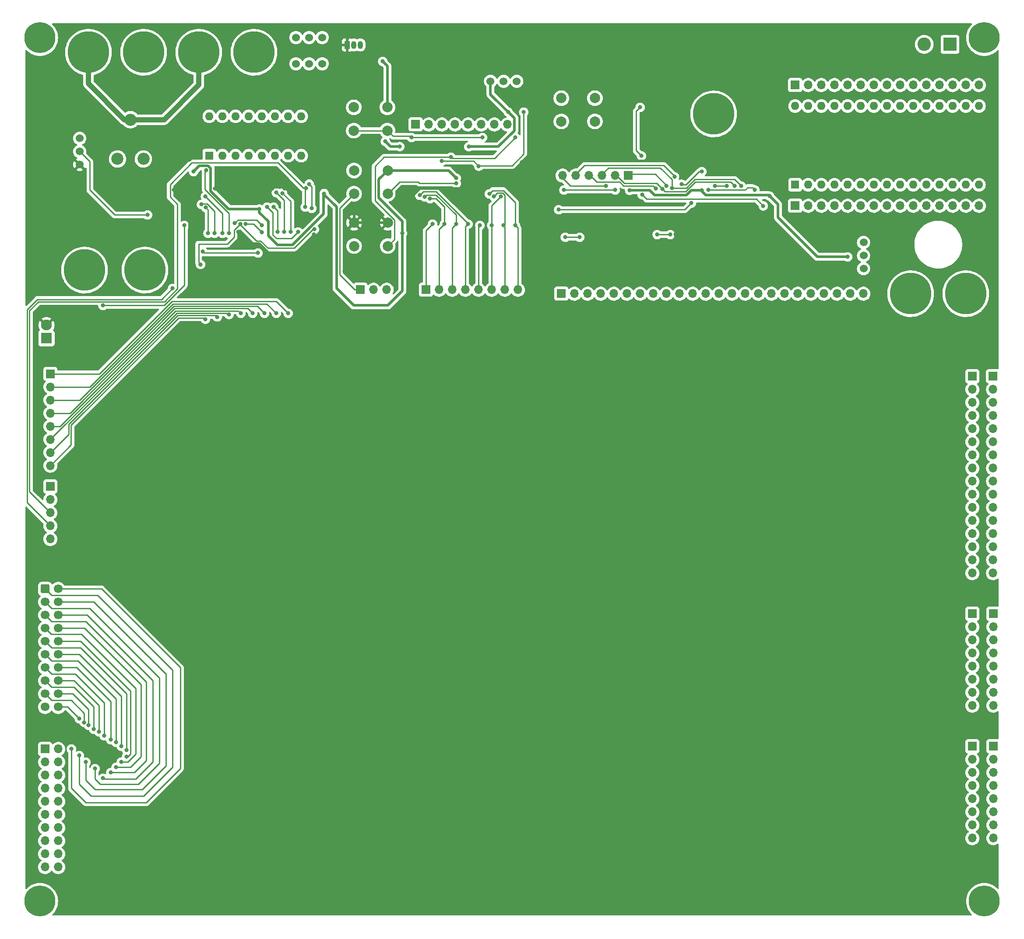
<source format=gbr>
%TF.GenerationSoftware,KiCad,Pcbnew,(6.0.0-0)*%
%TF.CreationDate,2022-03-14T18:00:22-04:00*%
%TF.ProjectId,Prototype-Board-2022,50726f74-6f74-4797-9065-2d426f617264,rev?*%
%TF.SameCoordinates,Original*%
%TF.FileFunction,Copper,L2,Bot*%
%TF.FilePolarity,Positive*%
%FSLAX46Y46*%
G04 Gerber Fmt 4.6, Leading zero omitted, Abs format (unit mm)*
G04 Created by KiCad (PCBNEW (6.0.0-0)) date 2022-03-14 18:00:22*
%MOMM*%
%LPD*%
G01*
G04 APERTURE LIST*
G04 Aperture macros list*
%AMRoundRect*
0 Rectangle with rounded corners*
0 $1 Rounding radius*
0 $2 $3 $4 $5 $6 $7 $8 $9 X,Y pos of 4 corners*
0 Add a 4 corners polygon primitive as box body*
4,1,4,$2,$3,$4,$5,$6,$7,$8,$9,$2,$3,0*
0 Add four circle primitives for the rounded corners*
1,1,$1+$1,$2,$3*
1,1,$1+$1,$4,$5*
1,1,$1+$1,$6,$7*
1,1,$1+$1,$8,$9*
0 Add four rect primitives between the rounded corners*
20,1,$1+$1,$2,$3,$4,$5,0*
20,1,$1+$1,$4,$5,$6,$7,0*
20,1,$1+$1,$6,$7,$8,$9,0*
20,1,$1+$1,$8,$9,$2,$3,0*%
G04 Aperture macros list end*
%TA.AperFunction,ComponentPad*%
%ADD10C,8.000000*%
%TD*%
%TA.AperFunction,ComponentPad*%
%ADD11C,1.524000*%
%TD*%
%TA.AperFunction,ComponentPad*%
%ADD12R,1.700000X1.700000*%
%TD*%
%TA.AperFunction,ComponentPad*%
%ADD13O,1.700000X1.700000*%
%TD*%
%TA.AperFunction,ComponentPad*%
%ADD14R,1.600000X1.600000*%
%TD*%
%TA.AperFunction,ComponentPad*%
%ADD15O,1.600000X1.600000*%
%TD*%
%TA.AperFunction,ComponentPad*%
%ADD16C,2.000000*%
%TD*%
%TA.AperFunction,ComponentPad*%
%ADD17C,2.340000*%
%TD*%
%TA.AperFunction,ComponentPad*%
%ADD18C,0.800000*%
%TD*%
%TA.AperFunction,ComponentPad*%
%ADD19C,6.000000*%
%TD*%
%TA.AperFunction,ComponentPad*%
%ADD20R,2.600000X2.600000*%
%TD*%
%TA.AperFunction,ComponentPad*%
%ADD21C,2.600000*%
%TD*%
%TA.AperFunction,ComponentPad*%
%ADD22R,1.050000X1.500000*%
%TD*%
%TA.AperFunction,ComponentPad*%
%ADD23O,1.050000X1.500000*%
%TD*%
%TA.AperFunction,ComponentPad*%
%ADD24RoundRect,0.250000X-0.600000X-0.600000X0.600000X-0.600000X0.600000X0.600000X-0.600000X0.600000X0*%
%TD*%
%TA.AperFunction,ComponentPad*%
%ADD25C,1.700000*%
%TD*%
%TA.AperFunction,ComponentPad*%
%ADD26R,2.100000X2.100000*%
%TD*%
%TA.AperFunction,ComponentPad*%
%ADD27C,2.100000*%
%TD*%
%TA.AperFunction,ViaPad*%
%ADD28C,0.800000*%
%TD*%
%TA.AperFunction,Conductor*%
%ADD29C,0.500000*%
%TD*%
%TA.AperFunction,Conductor*%
%ADD30C,1.000000*%
%TD*%
%TA.AperFunction,Conductor*%
%ADD31C,0.250000*%
%TD*%
G04 APERTURE END LIST*
D10*
%TO.P,J3,1,Pin_1*%
%TO.N,VCC*%
X152654000Y-51816000D03*
%TD*%
%TO.P,J2,1,Pin_1*%
%TO.N,VCC*%
X131318000Y-51816000D03*
%TD*%
D11*
%TO.P,SW6,3,C*%
%TO.N,unconnected-(SW6-Pad3)*%
X173978000Y-54042000D03*
%TO.P,SW6,2,B*%
%TO.N,Net-(J4-Pad2)*%
X176518000Y-54042000D03*
%TO.P,SW6,1,A*%
%TO.N,Net-(Q1-Pad3)*%
X171438000Y-54042000D03*
%TO.P,SW6,*%
%TO.N,*%
X176518000Y-48962000D03*
X171438000Y-48962000D03*
X173978000Y-48962000D03*
%TD*%
D12*
%TO.P,J9,1,Pin_1*%
%TO.N,RD7*%
X194579000Y-65786000D03*
D13*
%TO.P,J9,2,Pin_2*%
%TO.N,RD6*%
X197119000Y-65786000D03*
%TO.P,J9,3,Pin_3*%
%TO.N,RD5*%
X199659000Y-65786000D03*
%TO.P,J9,4,Pin_4*%
%TO.N,RD4*%
X202199000Y-65786000D03*
%TO.P,J9,5,Pin_5*%
%TO.N,RD3*%
X204739000Y-65786000D03*
%TO.P,J9,6,Pin_6*%
%TO.N,RD2*%
X207279000Y-65786000D03*
%TO.P,J9,7,Pin_7*%
%TO.N,RD1*%
X209819000Y-65786000D03*
%TO.P,J9,8,Pin_8*%
%TO.N,RD0*%
X212359000Y-65786000D03*
%TD*%
D11*
%TO.P,SW8,3*%
%TO.N,N/C*%
X281209000Y-88621000D03*
%TO.P,SW8,2,B*%
%TO.N,/~{SR_OE}*%
X281209000Y-91161000D03*
%TO.P,SW8,1,A*%
%TO.N,Net-(R31-Pad2)*%
X281209000Y-93701000D03*
%TD*%
D12*
%TO.P,J25,1,Pin_1*%
%TO.N,~{LOAD_CNT}*%
X123952000Y-135890000D03*
D13*
%TO.P,J25,2,Pin_2*%
%TO.N,~{CNT_DIR}*%
X123952000Y-138430000D03*
%TO.P,J25,3,Pin_3*%
%TO.N,~{CNT_EN}*%
X123952000Y-140970000D03*
%TO.P,J25,4,Pin_4*%
%TO.N,CLOCK*%
X123952000Y-143510000D03*
%TO.P,J25,5,Pin_5*%
%TO.N,Cout*%
X123952000Y-146050000D03*
%TD*%
D10*
%TO.P,J5,1,Pin_1*%
%TO.N,Net-(J4-Pad2)*%
X141986000Y-51816000D03*
%TD*%
%TO.P,J10,1,Pin_1*%
%TO.N,Net-(D2-Pad1)*%
X142240000Y-93980000D03*
%TD*%
D14*
%TO.P,A1,1,TX1*%
%TO.N,Net-(A1-Pad1)*%
X267975000Y-77460000D03*
D15*
%TO.P,A1,2,RX1*%
%TO.N,Net-(A1-Pad2)*%
X270515000Y-77460000D03*
%TO.P,A1,3,~{RESET}*%
%TO.N,Net-(A1-Pad3)*%
X273055000Y-77460000D03*
%TO.P,A1,4,GND*%
%TO.N,Net-(A1-Pad29)*%
X275595000Y-77460000D03*
%TO.P,A1,5,D2*%
%TO.N,Net-(A1-Pad5)*%
X278135000Y-77460000D03*
%TO.P,A1,6,D3*%
%TO.N,Net-(A1-Pad6)*%
X280675000Y-77460000D03*
%TO.P,A1,7,D4*%
%TO.N,Net-(A1-Pad7)*%
X283215000Y-77460000D03*
%TO.P,A1,8,D5*%
%TO.N,Net-(A1-Pad8)*%
X285755000Y-77460000D03*
%TO.P,A1,9,D6*%
%TO.N,Net-(A1-Pad9)*%
X288295000Y-77460000D03*
%TO.P,A1,10,D7*%
%TO.N,Net-(A1-Pad10)*%
X290835000Y-77460000D03*
%TO.P,A1,11,D8*%
%TO.N,Net-(A1-Pad11)*%
X293375000Y-77460000D03*
%TO.P,A1,12,D9*%
%TO.N,Net-(A1-Pad12)*%
X295915000Y-77460000D03*
%TO.P,A1,13,D10*%
%TO.N,Net-(A1-Pad13)*%
X298455000Y-77460000D03*
%TO.P,A1,14,MOSI*%
%TO.N,Net-(A1-Pad14)*%
X300995000Y-77460000D03*
%TO.P,A1,15,MISO*%
%TO.N,Net-(A1-Pad15)*%
X303535000Y-77460000D03*
%TO.P,A1,16,SCK*%
%TO.N,Net-(A1-Pad16)*%
X303535000Y-62220000D03*
%TO.P,A1,17,3V3*%
%TO.N,Net-(A1-Pad17)*%
X300995000Y-62220000D03*
%TO.P,A1,18,AREF*%
%TO.N,Net-(A1-Pad18)*%
X298455000Y-62220000D03*
%TO.P,A1,19,A0*%
%TO.N,Net-(A1-Pad19)*%
X295915000Y-62220000D03*
%TO.P,A1,20,A1*%
%TO.N,Net-(A1-Pad20)*%
X293375000Y-62220000D03*
%TO.P,A1,21,A2*%
%TO.N,Net-(A1-Pad21)*%
X290835000Y-62220000D03*
%TO.P,A1,22,A3*%
%TO.N,Net-(A1-Pad22)*%
X288295000Y-62220000D03*
%TO.P,A1,23,SDA/A4*%
%TO.N,Net-(A1-Pad23)*%
X285755000Y-62220000D03*
%TO.P,A1,24,SCL/A5*%
%TO.N,Net-(A1-Pad24)*%
X283215000Y-62220000D03*
%TO.P,A1,25,A6*%
%TO.N,Net-(A1-Pad25)*%
X280675000Y-62220000D03*
%TO.P,A1,26,A7*%
%TO.N,Net-(A1-Pad26)*%
X278135000Y-62220000D03*
%TO.P,A1,27,+5V*%
%TO.N,Net-(A1-Pad27)*%
X275595000Y-62220000D03*
%TO.P,A1,28,~{RESET}*%
%TO.N,Net-(A1-Pad28)*%
X273055000Y-62220000D03*
%TO.P,A1,29,GND*%
%TO.N,Net-(A1-Pad29)*%
X270515000Y-62220000D03*
%TO.P,A1,30,VIN*%
%TO.N,Net-(A1-Pad30)*%
X267975000Y-62220000D03*
%TD*%
D12*
%TO.P,J18,1,Pin_1*%
%TO.N,Net-(J18-Pad1)*%
X302260000Y-160528000D03*
D13*
%TO.P,J18,2,Pin_2*%
%TO.N,Net-(J18-Pad2)*%
X302260000Y-163068000D03*
%TO.P,J18,3,Pin_3*%
%TO.N,Net-(J18-Pad3)*%
X302260000Y-165608000D03*
%TO.P,J18,4,Pin_4*%
%TO.N,Net-(J18-Pad4)*%
X302260000Y-168148000D03*
%TO.P,J18,5,Pin_5*%
%TO.N,Net-(J18-Pad5)*%
X302260000Y-170688000D03*
%TO.P,J18,6,Pin_6*%
%TO.N,Net-(J18-Pad6)*%
X302260000Y-173228000D03*
%TO.P,J18,7,Pin_7*%
%TO.N,Net-(J18-Pad7)*%
X302260000Y-175768000D03*
%TO.P,J18,8,Pin_8*%
%TO.N,Net-(J18-Pad8)*%
X302260000Y-178308000D03*
%TD*%
D12*
%TO.P,J22,1,Pin_1*%
%TO.N,/CONN1*%
X122936000Y-186695000D03*
D13*
%TO.P,J22,2,Pin_2*%
%TO.N,/CONN11*%
X125476000Y-186695000D03*
%TO.P,J22,3,Pin_3*%
%TO.N,/CONN2*%
X122936000Y-189235000D03*
%TO.P,J22,4,Pin_4*%
%TO.N,/CONN12*%
X125476000Y-189235000D03*
%TO.P,J22,5,Pin_5*%
%TO.N,/CONN3*%
X122936000Y-191775000D03*
%TO.P,J22,6,Pin_6*%
%TO.N,/CONN13*%
X125476000Y-191775000D03*
%TO.P,J22,7,Pin_7*%
%TO.N,/CONN4*%
X122936000Y-194315000D03*
%TO.P,J22,8,Pin_8*%
%TO.N,/CONN14*%
X125476000Y-194315000D03*
%TO.P,J22,9,Pin_9*%
%TO.N,/CONN5*%
X122936000Y-196855000D03*
%TO.P,J22,10,Pin_10*%
%TO.N,/CONN15*%
X125476000Y-196855000D03*
%TO.P,J22,11,Pin_11*%
%TO.N,/CONN6*%
X122936000Y-199395000D03*
%TO.P,J22,12,Pin_12*%
%TO.N,/CONN16*%
X125476000Y-199395000D03*
%TO.P,J22,13,Pin_13*%
%TO.N,/CONN7*%
X122936000Y-201935000D03*
%TO.P,J22,14,Pin_14*%
%TO.N,/CONN17*%
X125476000Y-201935000D03*
%TO.P,J22,15,Pin_15*%
%TO.N,/CONN8*%
X122936000Y-204475000D03*
%TO.P,J22,16,Pin_16*%
%TO.N,/CONN18*%
X125476000Y-204475000D03*
%TO.P,J22,17,Pin_17*%
%TO.N,/CONN9*%
X122936000Y-207015000D03*
%TO.P,J22,18,Pin_18*%
%TO.N,/CONN19*%
X125476000Y-207015000D03*
%TO.P,J22,19,Pin_19*%
%TO.N,/CONN10*%
X122936000Y-209555000D03*
%TO.P,J22,20,Pin_20*%
%TO.N,/CONN20*%
X125476000Y-209555000D03*
%TD*%
D16*
%TO.P,SW4,1,1*%
%TO.N,VCC*%
X182626000Y-62484000D03*
X189126000Y-62484000D03*
%TO.P,SW4,2,2*%
%TO.N,REG_RESET*%
X189126000Y-66984000D03*
X182626000Y-66984000D03*
%TD*%
D12*
%TO.P,J17,1,Pin_1*%
%TO.N,Net-(J16-Pad1)*%
X306324000Y-186182000D03*
D13*
%TO.P,J17,2,Pin_2*%
%TO.N,Net-(J16-Pad2)*%
X306324000Y-188722000D03*
%TO.P,J17,3,Pin_3*%
%TO.N,Net-(J16-Pad3)*%
X306324000Y-191262000D03*
%TO.P,J17,4,Pin_4*%
%TO.N,Net-(J16-Pad4)*%
X306324000Y-193802000D03*
%TO.P,J17,5,Pin_5*%
%TO.N,Net-(J16-Pad5)*%
X306324000Y-196342000D03*
%TO.P,J17,6,Pin_6*%
%TO.N,Net-(J16-Pad6)*%
X306324000Y-198882000D03*
%TO.P,J17,7,Pin_7*%
%TO.N,Net-(J16-Pad7)*%
X306324000Y-201422000D03*
%TO.P,J17,8,Pin_8*%
%TO.N,Net-(J16-Pad8)*%
X306324000Y-203962000D03*
%TD*%
D12*
%TO.P,J23,1,Pin_1*%
%TO.N,Net-(A1-Pad30)*%
X267975000Y-58166000D03*
D13*
%TO.P,J23,2,Pin_2*%
%TO.N,unconnected-(J23-Pad2)*%
X270515000Y-58166000D03*
%TO.P,J23,3,Pin_3*%
%TO.N,Net-(A1-Pad28)*%
X273055000Y-58166000D03*
%TO.P,J23,4,Pin_4*%
%TO.N,Net-(A1-Pad27)*%
X275595000Y-58166000D03*
%TO.P,J23,5,Pin_5*%
%TO.N,Net-(A1-Pad26)*%
X278135000Y-58166000D03*
%TO.P,J23,6,Pin_6*%
%TO.N,Net-(A1-Pad25)*%
X280675000Y-58166000D03*
%TO.P,J23,7,Pin_7*%
%TO.N,Net-(A1-Pad24)*%
X283215000Y-58166000D03*
%TO.P,J23,8,Pin_8*%
%TO.N,Net-(A1-Pad23)*%
X285755000Y-58166000D03*
%TO.P,J23,9,Pin_9*%
%TO.N,Net-(A1-Pad22)*%
X288295000Y-58166000D03*
%TO.P,J23,10,Pin_10*%
%TO.N,Net-(A1-Pad21)*%
X290835000Y-58166000D03*
%TO.P,J23,11,Pin_11*%
%TO.N,Net-(A1-Pad20)*%
X293375000Y-58166000D03*
%TO.P,J23,12,Pin_12*%
%TO.N,Net-(A1-Pad19)*%
X295915000Y-58166000D03*
%TO.P,J23,13,Pin_13*%
%TO.N,Net-(A1-Pad18)*%
X298455000Y-58166000D03*
%TO.P,J23,14,Pin_14*%
%TO.N,Net-(A1-Pad17)*%
X300995000Y-58166000D03*
%TO.P,J23,15,Pin_15*%
%TO.N,Net-(A1-Pad16)*%
X303535000Y-58166000D03*
%TD*%
D14*
%TO.P,SW9,1*%
%TO.N,CL7*%
X154676000Y-71839500D03*
D15*
%TO.P,SW9,2*%
%TO.N,CL6*%
X157216000Y-71839500D03*
%TO.P,SW9,3*%
%TO.N,CL5*%
X159756000Y-71839500D03*
%TO.P,SW9,4*%
%TO.N,CL4*%
X162296000Y-71839500D03*
%TO.P,SW9,5*%
%TO.N,CL3*%
X164836000Y-71839500D03*
%TO.P,SW9,6*%
%TO.N,CL2*%
X167376000Y-71839500D03*
%TO.P,SW9,7*%
%TO.N,CL1*%
X169916000Y-71839500D03*
%TO.P,SW9,8*%
%TO.N,CL0*%
X172456000Y-71839500D03*
%TO.P,SW9,9*%
%TO.N,VCC*%
X172456000Y-64219500D03*
%TO.P,SW9,10*%
X169916000Y-64219500D03*
%TO.P,SW9,11*%
X167376000Y-64219500D03*
%TO.P,SW9,12*%
X164836000Y-64219500D03*
%TO.P,SW9,13*%
X162296000Y-64219500D03*
%TO.P,SW9,14*%
X159756000Y-64219500D03*
%TO.P,SW9,15*%
X157216000Y-64219500D03*
%TO.P,SW9,16*%
X154676000Y-64219500D03*
%TD*%
D10*
%TO.P,J6,1,Pin_1*%
%TO.N,Net-(J4-Pad2)*%
X163322000Y-51816000D03*
%TD*%
D17*
%TO.P,RV1,1,1*%
%TO.N,unconnected-(RV1-Pad1)*%
X141934500Y-72469000D03*
%TO.P,RV1,2,2*%
%TO.N,VCC*%
X139434500Y-64879000D03*
%TO.P,RV1,3,3*%
%TO.N,Net-(R15-Pad1)*%
X136934500Y-72469000D03*
%TD*%
D18*
%TO.P,REF\u002A\u002A,1*%
%TO.N,N/C*%
X306136990Y-50612990D03*
X304546000Y-51272000D03*
X302955010Y-47431010D03*
X306796000Y-49022000D03*
X306136990Y-47431010D03*
X302955010Y-50612990D03*
D19*
X304546000Y-49022000D03*
D18*
X304546000Y-46772000D03*
X302296000Y-49022000D03*
%TD*%
D10*
%TO.P,J26,1,Pin_1*%
%TO.N,unconnected-(J26-Pad1)*%
X300990000Y-98552000D03*
%TD*%
D12*
%TO.P,J13,1,Pin_1*%
%TO.N,Net-(J13-Pad1)*%
X306267000Y-114554000D03*
D13*
%TO.P,J13,2,Pin_2*%
%TO.N,Net-(J13-Pad2)*%
X306267000Y-117094000D03*
%TO.P,J13,3,Pin_3*%
%TO.N,Net-(J13-Pad3)*%
X306267000Y-119634000D03*
%TO.P,J13,4,Pin_4*%
%TO.N,Net-(J13-Pad4)*%
X306267000Y-122174000D03*
%TO.P,J13,5,Pin_5*%
%TO.N,Net-(J13-Pad5)*%
X306267000Y-124714000D03*
%TO.P,J13,6,Pin_6*%
%TO.N,Net-(J13-Pad6)*%
X306267000Y-127254000D03*
%TO.P,J13,7,Pin_7*%
%TO.N,Net-(J13-Pad7)*%
X306267000Y-129794000D03*
%TO.P,J13,8,Pin_8*%
%TO.N,Net-(J13-Pad8)*%
X306267000Y-132334000D03*
%TO.P,J13,9,Pin_9*%
%TO.N,Net-(J13-Pad9)*%
X306267000Y-134874000D03*
%TO.P,J13,10,Pin_10*%
%TO.N,Net-(J13-Pad10)*%
X306267000Y-137414000D03*
%TO.P,J13,11,Pin_11*%
%TO.N,Net-(J13-Pad11)*%
X306267000Y-139954000D03*
%TO.P,J13,12,Pin_12*%
%TO.N,Net-(J13-Pad12)*%
X306267000Y-142494000D03*
%TO.P,J13,13,Pin_13*%
%TO.N,Net-(J13-Pad13)*%
X306267000Y-145034000D03*
%TO.P,J13,14,Pin_14*%
%TO.N,Net-(J13-Pad14)*%
X306267000Y-147574000D03*
%TO.P,J13,15,Pin_15*%
%TO.N,Net-(J13-Pad15)*%
X306267000Y-150114000D03*
%TO.P,J13,16,Pin_16*%
%TO.N,Net-(J13-Pad16)*%
X306267000Y-152654000D03*
%TD*%
D20*
%TO.P,J4,1,Pin_1*%
%TO.N,VCC*%
X297942000Y-50292000D03*
D21*
%TO.P,J4,2,Pin_2*%
%TO.N,Net-(J4-Pad2)*%
X292942000Y-50292000D03*
%TD*%
D22*
%TO.P,Q1,1,S*%
%TO.N,GND*%
X181356000Y-50398000D03*
D23*
%TO.P,Q1,2,G*%
%TO.N,VCC*%
X182626000Y-50398000D03*
%TO.P,Q1,3,D*%
%TO.N,Net-(Q1-Pad3)*%
X183896000Y-50398000D03*
%TD*%
D12*
%TO.P,J29,1,Pin_1*%
%TO.N,/SR23*%
X222768000Y-98552000D03*
D13*
%TO.P,J29,2,Pin_2*%
%TO.N,/SR22*%
X225308000Y-98552000D03*
%TO.P,J29,3,Pin_3*%
%TO.N,/SR21*%
X227848000Y-98552000D03*
%TO.P,J29,4,Pin_4*%
%TO.N,/SR20*%
X230388000Y-98552000D03*
%TO.P,J29,5,Pin_5*%
%TO.N,/SR19*%
X232928000Y-98552000D03*
%TO.P,J29,6,Pin_6*%
%TO.N,/SR18*%
X235468000Y-98552000D03*
%TO.P,J29,7,Pin_7*%
%TO.N,/SR17*%
X238008000Y-98552000D03*
%TO.P,J29,8,Pin_8*%
%TO.N,/SR16*%
X240548000Y-98552000D03*
%TO.P,J29,9,Pin_9*%
%TO.N,/SR15*%
X243088000Y-98552000D03*
%TO.P,J29,10,Pin_10*%
%TO.N,/SR14*%
X245628000Y-98552000D03*
%TO.P,J29,11,Pin_11*%
%TO.N,/SR13*%
X248168000Y-98552000D03*
%TO.P,J29,12,Pin_12*%
%TO.N,/SR12*%
X250708000Y-98552000D03*
%TO.P,J29,13,Pin_13*%
%TO.N,/SR11*%
X253248000Y-98552000D03*
%TO.P,J29,14,Pin_14*%
%TO.N,/SR10*%
X255788000Y-98552000D03*
%TO.P,J29,15,Pin_15*%
%TO.N,/SR9*%
X258328000Y-98552000D03*
%TO.P,J29,16,Pin_16*%
%TO.N,/SR8*%
X260868000Y-98552000D03*
%TO.P,J29,17,Pin_17*%
%TO.N,/SR7*%
X263408000Y-98552000D03*
%TO.P,J29,18,Pin_18*%
%TO.N,/SR6*%
X265948000Y-98552000D03*
%TO.P,J29,19,Pin_19*%
%TO.N,/SR5*%
X268488000Y-98552000D03*
%TO.P,J29,20,Pin_20*%
%TO.N,/SR4*%
X271028000Y-98552000D03*
%TO.P,J29,21,Pin_21*%
%TO.N,/SR3*%
X273568000Y-98552000D03*
%TO.P,J29,22,Pin_22*%
%TO.N,/SR2*%
X276108000Y-98552000D03*
%TO.P,J29,23,Pin_23*%
%TO.N,/SR1*%
X278648000Y-98552000D03*
%TO.P,J29,24,Pin_24*%
%TO.N,/SR0*%
X281188000Y-98552000D03*
%TD*%
D12*
%TO.P,J12,1,Pin_1*%
%TO.N,REG_CLOCK*%
X183911000Y-97790000D03*
D13*
%TO.P,J12,2,Pin_2*%
%TO.N,REG_RESET*%
X186451000Y-97790000D03*
%TO.P,J12,3,Pin_3*%
%TO.N,~{REG_LATCH}*%
X188991000Y-97790000D03*
%TD*%
D18*
%TO.P,REF\u002A\u002A,1*%
%TO.N,N/C*%
X120329010Y-47431010D03*
X120329010Y-50612990D03*
D19*
X121920000Y-49022000D03*
D18*
X123510990Y-50612990D03*
X119670000Y-49022000D03*
X123510990Y-47431010D03*
X121920000Y-51272000D03*
X124170000Y-49022000D03*
X121920000Y-46772000D03*
%TD*%
D12*
%TO.P,J16,1,Pin_1*%
%TO.N,Net-(J16-Pad1)*%
X302260000Y-186182000D03*
D13*
%TO.P,J16,2,Pin_2*%
%TO.N,Net-(J16-Pad2)*%
X302260000Y-188722000D03*
%TO.P,J16,3,Pin_3*%
%TO.N,Net-(J16-Pad3)*%
X302260000Y-191262000D03*
%TO.P,J16,4,Pin_4*%
%TO.N,Net-(J16-Pad4)*%
X302260000Y-193802000D03*
%TO.P,J16,5,Pin_5*%
%TO.N,Net-(J16-Pad5)*%
X302260000Y-196342000D03*
%TO.P,J16,6,Pin_6*%
%TO.N,Net-(J16-Pad6)*%
X302260000Y-198882000D03*
%TO.P,J16,7,Pin_7*%
%TO.N,Net-(J16-Pad7)*%
X302260000Y-201422000D03*
%TO.P,J16,8,Pin_8*%
%TO.N,Net-(J16-Pad8)*%
X302260000Y-203962000D03*
%TD*%
D18*
%TO.P,REF\u002A\u002A,1*%
%TO.N,N/C*%
X123510990Y-214563010D03*
X120329010Y-217744990D03*
X121920000Y-213904000D03*
X120329010Y-214563010D03*
X119670000Y-216154000D03*
X123510990Y-217744990D03*
X121920000Y-218404000D03*
D19*
X121920000Y-216154000D03*
D18*
X124170000Y-216154000D03*
%TD*%
D12*
%TO.P,J19,1,Pin_1*%
%TO.N,Net-(J18-Pad1)*%
X306324000Y-160528000D03*
D13*
%TO.P,J19,2,Pin_2*%
%TO.N,Net-(J18-Pad2)*%
X306324000Y-163068000D03*
%TO.P,J19,3,Pin_3*%
%TO.N,Net-(J18-Pad3)*%
X306324000Y-165608000D03*
%TO.P,J19,4,Pin_4*%
%TO.N,Net-(J18-Pad4)*%
X306324000Y-168148000D03*
%TO.P,J19,5,Pin_5*%
%TO.N,Net-(J18-Pad5)*%
X306324000Y-170688000D03*
%TO.P,J19,6,Pin_6*%
%TO.N,Net-(J18-Pad6)*%
X306324000Y-173228000D03*
%TO.P,J19,7,Pin_7*%
%TO.N,Net-(J18-Pad7)*%
X306324000Y-175768000D03*
%TO.P,J19,8,Pin_8*%
%TO.N,Net-(J18-Pad8)*%
X306324000Y-178308000D03*
%TD*%
D11*
%TO.P,SW5,3*%
%TO.N,N/C*%
X214147000Y-57435000D03*
%TO.P,SW5,2,B*%
%TO.N,Net-(R6-Pad2)*%
X211607000Y-57435000D03*
%TO.P,SW5,1,A*%
%TO.N,VCC*%
X209067000Y-57435000D03*
%TD*%
D12*
%TO.P,J27,1,Pin_1*%
%TO.N,C0*%
X123952000Y-114061000D03*
D13*
%TO.P,J27,2,Pin_2*%
%TO.N,C1*%
X123952000Y-116601000D03*
%TO.P,J27,3,Pin_3*%
%TO.N,C2*%
X123952000Y-119141000D03*
%TO.P,J27,4,Pin_4*%
%TO.N,C3*%
X123952000Y-121681000D03*
%TO.P,J27,5,Pin_5*%
%TO.N,C4*%
X123952000Y-124221000D03*
%TO.P,J27,6,Pin_6*%
%TO.N,C5*%
X123952000Y-126761000D03*
%TO.P,J27,7,Pin_7*%
%TO.N,C6*%
X123952000Y-129301000D03*
%TO.P,J27,8,Pin_8*%
%TO.N,C7*%
X123952000Y-131841000D03*
%TD*%
D12*
%TO.P,J28,1,Pin_1*%
%TO.N,/DATA*%
X235712000Y-75692000D03*
D13*
%TO.P,J28,2,Pin_2*%
%TO.N,/SCLK*%
X233172000Y-75692000D03*
%TO.P,J28,3,Pin_3*%
%TO.N,/~{RESET}*%
X230632000Y-75692000D03*
%TO.P,J28,4,Pin_4*%
%TO.N,/LATCH*%
X228092000Y-75692000D03*
%TO.P,J28,5,Pin_5*%
%TO.N,/~{SR_OE}*%
X225552000Y-75692000D03*
%TO.P,J28,6,Pin_6*%
%TO.N,/SRco*%
X223012000Y-75692000D03*
%TD*%
D16*
%TO.P,SW7,1,1*%
%TO.N,Net-(C3-Pad1)*%
X229258000Y-60706000D03*
X222758000Y-60706000D03*
%TO.P,SW7,2,2*%
%TO.N,Net-(C4-Pad2)*%
X222758000Y-65206000D03*
X229258000Y-65206000D03*
%TD*%
D10*
%TO.P,J8,1,Pin_1*%
%TO.N,Net-(D2-Pad1)*%
X130556000Y-93980000D03*
%TD*%
D24*
%TO.P,J20,1,Pin_1*%
%TO.N,/CONN1*%
X122936000Y-155702000D03*
D25*
%TO.P,J20,2,Pin_2*%
%TO.N,/CONN11*%
X125476000Y-155702000D03*
%TO.P,J20,3,Pin_3*%
%TO.N,/CONN2*%
X122936000Y-158242000D03*
%TO.P,J20,4,Pin_4*%
%TO.N,/CONN12*%
X125476000Y-158242000D03*
%TO.P,J20,5,Pin_5*%
%TO.N,/CONN3*%
X122936000Y-160782000D03*
%TO.P,J20,6,Pin_6*%
%TO.N,/CONN13*%
X125476000Y-160782000D03*
%TO.P,J20,7,Pin_7*%
%TO.N,/CONN4*%
X122936000Y-163322000D03*
%TO.P,J20,8,Pin_8*%
%TO.N,/CONN14*%
X125476000Y-163322000D03*
%TO.P,J20,9,Pin_9*%
%TO.N,/CONN5*%
X122936000Y-165862000D03*
%TO.P,J20,10,Pin_10*%
%TO.N,/CONN15*%
X125476000Y-165862000D03*
%TO.P,J20,11,Pin_11*%
%TO.N,/CONN6*%
X122936000Y-168402000D03*
%TO.P,J20,12,Pin_12*%
%TO.N,/CONN16*%
X125476000Y-168402000D03*
%TO.P,J20,13,Pin_13*%
%TO.N,/CONN7*%
X122936000Y-170942000D03*
%TO.P,J20,14,Pin_14*%
%TO.N,/CONN17*%
X125476000Y-170942000D03*
%TO.P,J20,15,Pin_15*%
%TO.N,/CONN8*%
X122936000Y-173482000D03*
%TO.P,J20,16,Pin_16*%
%TO.N,/CONN18*%
X125476000Y-173482000D03*
%TO.P,J20,17,Pin_17*%
%TO.N,/CONN9*%
X122936000Y-176022000D03*
%TO.P,J20,18,Pin_18*%
%TO.N,/CONN19*%
X125476000Y-176022000D03*
%TO.P,J20,19,Pin_19*%
%TO.N,/CONN10*%
X122936000Y-178562000D03*
%TO.P,J20,20,Pin_20*%
%TO.N,/CONN20*%
X125476000Y-178562000D03*
%TD*%
D12*
%TO.P,J14,1,Pin_1*%
%TO.N,Net-(J13-Pad1)*%
X302260000Y-114554000D03*
D13*
%TO.P,J14,2,Pin_2*%
%TO.N,Net-(J13-Pad2)*%
X302260000Y-117094000D03*
%TO.P,J14,3,Pin_3*%
%TO.N,Net-(J13-Pad3)*%
X302260000Y-119634000D03*
%TO.P,J14,4,Pin_4*%
%TO.N,Net-(J13-Pad4)*%
X302260000Y-122174000D03*
%TO.P,J14,5,Pin_5*%
%TO.N,Net-(J13-Pad5)*%
X302260000Y-124714000D03*
%TO.P,J14,6,Pin_6*%
%TO.N,Net-(J13-Pad6)*%
X302260000Y-127254000D03*
%TO.P,J14,7,Pin_7*%
%TO.N,Net-(J13-Pad7)*%
X302260000Y-129794000D03*
%TO.P,J14,8,Pin_8*%
%TO.N,Net-(J13-Pad8)*%
X302260000Y-132334000D03*
%TO.P,J14,9,Pin_9*%
%TO.N,Net-(J13-Pad9)*%
X302260000Y-134874000D03*
%TO.P,J14,10,Pin_10*%
%TO.N,Net-(J13-Pad10)*%
X302260000Y-137414000D03*
%TO.P,J14,11,Pin_11*%
%TO.N,Net-(J13-Pad11)*%
X302260000Y-139954000D03*
%TO.P,J14,12,Pin_12*%
%TO.N,Net-(J13-Pad12)*%
X302260000Y-142494000D03*
%TO.P,J14,13,Pin_13*%
%TO.N,Net-(J13-Pad13)*%
X302260000Y-145034000D03*
%TO.P,J14,14,Pin_14*%
%TO.N,Net-(J13-Pad14)*%
X302260000Y-147574000D03*
%TO.P,J14,15,Pin_15*%
%TO.N,Net-(J13-Pad15)*%
X302260000Y-150114000D03*
%TO.P,J14,16,Pin_16*%
%TO.N,Net-(J13-Pad16)*%
X302260000Y-152654000D03*
%TD*%
D18*
%TO.P,REF\u002A\u002A,1*%
%TO.N,N/C*%
X306796000Y-216154000D03*
X304546000Y-213904000D03*
X302955010Y-214563010D03*
X302955010Y-217744990D03*
X306136990Y-217744990D03*
D19*
X304546000Y-216154000D03*
D18*
X306136990Y-214563010D03*
X302296000Y-216154000D03*
X304546000Y-218404000D03*
%TD*%
D10*
%TO.P,J24,1,Pin_1*%
%TO.N,unconnected-(J24-Pad1)*%
X290322000Y-98552000D03*
%TD*%
D16*
%TO.P,SW3,1,1*%
%TO.N,VCC*%
X182678000Y-74712000D03*
X189178000Y-74712000D03*
%TO.P,SW3,2,2*%
%TO.N,REG_CLOCK*%
X182678000Y-79212000D03*
X189178000Y-79212000D03*
%TD*%
D12*
%TO.P,J15,1,Pin_1*%
%TO.N,Net-(A1-Pad1)*%
X267980000Y-81534000D03*
D13*
%TO.P,J15,2,Pin_2*%
%TO.N,Net-(A1-Pad2)*%
X270520000Y-81534000D03*
%TO.P,J15,3,Pin_3*%
%TO.N,Net-(A1-Pad3)*%
X273060000Y-81534000D03*
%TO.P,J15,4,Pin_4*%
%TO.N,Net-(A1-Pad29)*%
X275600000Y-81534000D03*
%TO.P,J15,5,Pin_5*%
%TO.N,Net-(A1-Pad5)*%
X278140000Y-81534000D03*
%TO.P,J15,6,Pin_6*%
%TO.N,Net-(A1-Pad6)*%
X280680000Y-81534000D03*
%TO.P,J15,7,Pin_7*%
%TO.N,Net-(A1-Pad7)*%
X283220000Y-81534000D03*
%TO.P,J15,8,Pin_8*%
%TO.N,Net-(A1-Pad8)*%
X285760000Y-81534000D03*
%TO.P,J15,9,Pin_9*%
%TO.N,Net-(A1-Pad9)*%
X288300000Y-81534000D03*
%TO.P,J15,10,Pin_10*%
%TO.N,Net-(A1-Pad10)*%
X290840000Y-81534000D03*
%TO.P,J15,11,Pin_11*%
%TO.N,Net-(A1-Pad11)*%
X293380000Y-81534000D03*
%TO.P,J15,12,Pin_12*%
%TO.N,Net-(A1-Pad12)*%
X295920000Y-81534000D03*
%TO.P,J15,13,Pin_13*%
%TO.N,Net-(A1-Pad13)*%
X298460000Y-81534000D03*
%TO.P,J15,14,Pin_14*%
%TO.N,Net-(A1-Pad14)*%
X301000000Y-81534000D03*
%TO.P,J15,15,Pin_15*%
%TO.N,Net-(A1-Pad15)*%
X303540000Y-81534000D03*
%TD*%
D11*
%TO.P,SW1,3*%
%TO.N,N/C*%
X129615250Y-68476500D03*
%TO.P,SW1,2,B*%
%TO.N,Net-(R2-Pad1)*%
X129615250Y-71016500D03*
%TO.P,SW1,1,A*%
%TO.N,GND*%
X129615250Y-73556500D03*
%TD*%
D26*
%TO.P,J1,1,Pin_1*%
%TO.N,VCC*%
X123190000Y-107188000D03*
D27*
%TO.P,J1,2,Pin_2*%
%TO.N,GND*%
X123190000Y-104648000D03*
%TD*%
D16*
%TO.P,SW2,1,1*%
%TO.N,GND*%
X182678000Y-84836000D03*
X189178000Y-84836000D03*
%TO.P,SW2,2,2*%
%TO.N,~{REG_LATCH}*%
X182678000Y-89336000D03*
X189178000Y-89336000D03*
%TD*%
D12*
%TO.P,J11,1,Pin_1*%
%TO.N,R7*%
X196596000Y-97790000D03*
D13*
%TO.P,J11,2,Pin_2*%
%TO.N,R6*%
X199136000Y-97790000D03*
%TO.P,J11,3,Pin_3*%
%TO.N,R5*%
X201676000Y-97790000D03*
%TO.P,J11,4,Pin_4*%
%TO.N,R4*%
X204216000Y-97790000D03*
%TO.P,J11,5,Pin_5*%
%TO.N,R3*%
X206756000Y-97790000D03*
%TO.P,J11,6,Pin_6*%
%TO.N,R2*%
X209296000Y-97790000D03*
%TO.P,J11,7,Pin_7*%
%TO.N,R1*%
X211836000Y-97790000D03*
%TO.P,J11,8,Pin_8*%
%TO.N,R0*%
X214376000Y-97790000D03*
%TD*%
D10*
%TO.P,J21,1,Pin_1*%
%TO.N,Net-(D11-Pad2)*%
X252222000Y-63754000D03*
%TD*%
D28*
%TO.N,VCC*%
X192024000Y-86868000D03*
X188722000Y-69088000D03*
X202438000Y-76200000D03*
X204882011Y-70091078D03*
X278130000Y-91440000D03*
X235966000Y-78551000D03*
X191515533Y-70078511D03*
X263055779Y-79659181D03*
X249936000Y-78551000D03*
X188214000Y-53594000D03*
X176891323Y-79169948D03*
X164348736Y-82169026D03*
X212471000Y-63373000D03*
X151638000Y-74930000D03*
%TO.N,GND*%
X186436000Y-64516000D03*
X275082000Y-48514000D03*
X271272000Y-53681500D03*
X269240000Y-48297500D03*
X147828000Y-78486000D03*
X261116299Y-96007701D03*
X226822000Y-95936750D03*
X244856000Y-87122000D03*
X240538000Y-96012000D03*
X265684000Y-96012000D03*
X258826000Y-96012000D03*
X149860000Y-81280000D03*
X166370000Y-99060000D03*
X274828000Y-96012000D03*
X254254000Y-96012000D03*
X245110000Y-96012000D03*
X256540000Y-96012000D03*
X160020000Y-78232000D03*
X231394000Y-96012000D03*
X164084000Y-99060000D03*
X164592000Y-78232000D03*
X249682000Y-96012000D03*
X159512000Y-99060000D03*
X259588000Y-87122000D03*
X236235425Y-71794500D03*
X168656000Y-99060000D03*
X157226000Y-99060000D03*
X215138000Y-73152000D03*
X160274000Y-86614000D03*
X144780000Y-75946000D03*
X170942000Y-99060000D03*
X193802000Y-79859500D03*
X238252000Y-96012000D03*
X272542000Y-96012000D03*
X155795899Y-78232000D03*
X233680000Y-58674000D03*
X188468000Y-70612000D03*
X240030000Y-67310000D03*
X222250000Y-96012000D03*
X174915375Y-87101385D03*
X162306000Y-78232000D03*
X203454000Y-64516000D03*
X169220974Y-78163568D03*
X270260299Y-96007701D03*
X263398000Y-96012000D03*
X267970000Y-96012000D03*
X235966000Y-96012000D03*
X268478000Y-53681500D03*
X242824000Y-96012000D03*
X150876000Y-72644000D03*
X224536000Y-95936750D03*
X203454000Y-59944000D03*
X151384000Y-97536000D03*
X137414000Y-81026000D03*
X180848000Y-94234000D03*
X238760000Y-58674000D03*
X154940000Y-99060000D03*
X186436000Y-46990000D03*
X251968000Y-96012000D03*
X181356000Y-56134000D03*
X174915375Y-94324625D03*
X171450000Y-78232000D03*
X157734000Y-78232000D03*
X161798000Y-99060000D03*
X233680000Y-96012000D03*
X229108000Y-95936750D03*
X271876295Y-48347697D03*
X247396000Y-96012000D03*
X230128299Y-86872299D03*
X265938000Y-53681500D03*
X166878000Y-78232000D03*
%TO.N,/CONN1*%
X129540000Y-187960000D03*
%TO.N,/CONN2*%
X132588000Y-190500000D03*
%TO.N,/CONN3*%
X135636000Y-191262000D03*
%TO.N,/CONN4*%
X137668000Y-189230000D03*
%TO.N,/CONN5*%
X138684000Y-186944000D03*
%TO.N,/CONN6*%
X136652000Y-185420000D03*
%TO.N,/CONN7*%
X134366000Y-184150000D03*
%TO.N,/CONN8*%
X132334000Y-182880000D03*
%TO.N,/CONN9*%
X130486364Y-181563576D03*
%TO.N,/CONN11*%
X128016000Y-186690000D03*
%TO.N,/CONN12*%
X130810000Y-189230000D03*
%TO.N,/CONN13*%
X134112000Y-192361599D03*
%TO.N,/CONN14*%
X136652000Y-190246000D03*
%TO.N,/CONN15*%
X138684000Y-188214000D03*
%TO.N,/CONN16*%
X137668000Y-186182000D03*
%TO.N,/CONN17*%
X135636000Y-184912000D03*
%TO.N,/CONN18*%
X133350000Y-183388000D03*
%TO.N,/CONN19*%
X131318000Y-182118000D03*
%TO.N,/CONN20*%
X129540000Y-180848000D03*
%TO.N,~{CNT_DIR}*%
X164807940Y-86670574D03*
X161691445Y-85091139D03*
%TO.N,CLOCK*%
X164084000Y-90678000D03*
X153416000Y-90424000D03*
X147574000Y-97536000D03*
%TO.N,~{LOAD_CNT}*%
X175006000Y-86106000D03*
X173993985Y-77326294D03*
X152984461Y-92896137D03*
X160694814Y-85015426D03*
X174498000Y-82042000D03*
%TO.N,~{CNT_EN}*%
X173228000Y-81788000D03*
X173419927Y-78144500D03*
%TO.N,C3*%
X163068000Y-102362000D03*
%TO.N,C2*%
X165354000Y-102362000D03*
%TO.N,C1*%
X167640000Y-102362000D03*
%TO.N,C0*%
X169926000Y-102362000D03*
%TO.N,C7*%
X153924000Y-103497566D03*
%TO.N,C6*%
X156210000Y-103048055D03*
%TO.N,C5*%
X158496000Y-102598544D03*
%TO.N,C4*%
X160782000Y-102362000D03*
%TO.N,Cout*%
X134112000Y-100838000D03*
X149860000Y-85344000D03*
%TO.N,CL0*%
X167132000Y-81788000D03*
X167894000Y-86614000D03*
%TO.N,CL1*%
X169164000Y-86614000D03*
X167640000Y-78994000D03*
%TO.N,CL2*%
X170434000Y-86614000D03*
X168832292Y-79084401D03*
%TO.N,CL3*%
X171870500Y-86599364D03*
X165862000Y-81788000D03*
%TO.N,CL4*%
X153975238Y-81861076D03*
X154432000Y-86868000D03*
%TO.N,CL5*%
X153162000Y-81280000D03*
X155702000Y-86868000D03*
%TO.N,CL6*%
X157226000Y-86868000D03*
X153924000Y-79756000D03*
%TO.N,CL7*%
X154096898Y-74663523D03*
X158496000Y-86868000D03*
%TO.N,R7*%
X197866000Y-85090000D03*
%TO.N,R6*%
X197358000Y-80168011D03*
X200152000Y-85090000D03*
%TO.N,R5*%
X202438000Y-85090000D03*
X196311434Y-79813080D03*
%TO.N,R4*%
X195361916Y-79500960D03*
X204724000Y-85090000D03*
%TO.N,R3*%
X207010000Y-85344000D03*
%TO.N,R2*%
X211074000Y-79756000D03*
X209296000Y-85344000D03*
%TO.N,R1*%
X211582000Y-85344000D03*
X209714155Y-79717007D03*
%TO.N,R0*%
X213868000Y-85344000D03*
X208837370Y-79237161D03*
%TO.N,REG_CLOCK*%
X202438000Y-77216000D03*
%TO.N,REG_RESET*%
X207518000Y-68326000D03*
X193802000Y-68326000D03*
%TO.N,~{REG_LATCH}*%
X213868000Y-68326000D03*
X201422000Y-72136000D03*
%TO.N,/~{RESET}*%
X244147659Y-78074011D03*
X257556000Y-77724000D03*
%TO.N,/LATCH*%
X252480299Y-77719701D03*
X254762000Y-77724000D03*
X241046000Y-78223400D03*
%TO.N,/~{SR_OE}*%
X244660000Y-75940000D03*
%TO.N,/DATA*%
X249936000Y-74930000D03*
X243090000Y-77680000D03*
X245992489Y-77349511D03*
%TO.N,/SR0*%
X260165636Y-78439576D03*
X251201701Y-78490299D03*
%TO.N,/SR15*%
X243840000Y-87122000D03*
X241300000Y-87122000D03*
%TO.N,/SR23*%
X223520000Y-87630000D03*
X226314000Y-87630000D03*
%TO.N,/SR16*%
X223266000Y-78486000D03*
X233172000Y-78486000D03*
%TO.N,/SRco*%
X231394000Y-77724000D03*
%TO.N,Net-(C3-Pad1)*%
X238252000Y-71882000D03*
X237998000Y-62484000D03*
%TO.N,Net-(U5-Pad15)*%
X159617879Y-84910999D03*
X164832694Y-85344000D03*
%TO.N,/SCLK*%
X242276958Y-78261350D03*
X256286000Y-77724000D03*
%TO.N,Net-(R6-Pad2)*%
X206783581Y-73876500D03*
X215484688Y-63407312D03*
X199644000Y-72898000D03*
%TO.N,Net-(R2-Pad1)*%
X142748000Y-83312000D03*
%TO.N,Net-(U6-Pad9)*%
X261810538Y-81570051D03*
X238413312Y-79400500D03*
%TO.N,Net-(U7-Pad9)*%
X247904000Y-81026000D03*
X222250000Y-82296000D03*
%TD*%
D29*
%TO.N,VCC*%
X189126000Y-62484000D02*
X189126000Y-54506000D01*
X189126000Y-54506000D02*
X188214000Y-53594000D01*
%TO.N,GND*%
X268478000Y-51816000D02*
X268478000Y-53681500D01*
X265938000Y-51816000D02*
X265938000Y-53681500D01*
X275082000Y-48514000D02*
X271272000Y-52324000D01*
X269240000Y-48297500D02*
X269240000Y-48514000D01*
X269240000Y-48514000D02*
X265938000Y-51816000D01*
X271876295Y-48347697D02*
X271876295Y-48417705D01*
X271876295Y-48417705D02*
X268478000Y-51816000D01*
X271272000Y-52324000D02*
X271272000Y-53681500D01*
D30*
%TO.N,VCC*%
X131318000Y-51816000D02*
X131318000Y-57912000D01*
X131318000Y-57912000D02*
X138285000Y-64879000D01*
X138285000Y-64879000D02*
X139434500Y-64879000D01*
X152654000Y-51816000D02*
X152654000Y-58166000D01*
X152654000Y-58166000D02*
X145941000Y-64879000D01*
X145941000Y-64879000D02*
X139434500Y-64879000D01*
D29*
X249936000Y-78740000D02*
X250698000Y-79502000D01*
X182626000Y-100838000D02*
X179294988Y-97506988D01*
X239841000Y-78551000D02*
X235966000Y-78551000D01*
X154946399Y-78677776D02*
X154946399Y-74311647D01*
X170756623Y-89154000D02*
X176784000Y-83126623D01*
X250698000Y-79502000D02*
X262898598Y-79502000D01*
X167894000Y-89154000D02*
X170756623Y-89154000D01*
X189230000Y-100838000D02*
X182626000Y-100838000D01*
X209067000Y-59969000D02*
X209067000Y-57435000D01*
X164348736Y-82814736D02*
X166116000Y-84582000D01*
X154448774Y-73814022D02*
X152753978Y-73814022D01*
X192024000Y-86868000D02*
X192024000Y-98044000D01*
X187452000Y-76438000D02*
X189178000Y-74712000D01*
X164348736Y-82169026D02*
X158437649Y-82169026D01*
X200950000Y-74712000D02*
X189178000Y-74712000D01*
X249936000Y-78551000D02*
X247890890Y-78551000D01*
X240792000Y-79502000D02*
X239841000Y-78551000D01*
X191515533Y-70078511D02*
X189712511Y-70078511D01*
X278130000Y-91440000D02*
X272288000Y-91440000D01*
X272288000Y-91440000D02*
X264668000Y-83820000D01*
X166116000Y-87376000D02*
X167894000Y-89154000D01*
X189712511Y-70078511D02*
X188722000Y-69088000D01*
X176784000Y-79277271D02*
X176891323Y-79169948D01*
X166116000Y-84582000D02*
X166116000Y-87376000D01*
X187452000Y-80010000D02*
X187452000Y-76438000D01*
X262898598Y-79502000D02*
X263055779Y-79659181D01*
X264668000Y-83820000D02*
X264668000Y-81271402D01*
X176784000Y-83126623D02*
X176784000Y-79277271D01*
X152753978Y-73814022D02*
X151638000Y-74930000D01*
X213658511Y-67011489D02*
X213658511Y-64560511D01*
X192024000Y-98044000D02*
X189230000Y-100838000D01*
X249936000Y-78551000D02*
X249936000Y-78740000D01*
X179294988Y-97506988D02*
X179294988Y-81758988D01*
X264668000Y-81271402D02*
X263055779Y-79659181D01*
X246939890Y-79502000D02*
X240792000Y-79502000D01*
X210578922Y-70091078D02*
X213658511Y-67011489D01*
X204882011Y-70091078D02*
X210578922Y-70091078D01*
X164348736Y-82169026D02*
X164348736Y-82814736D01*
X176891323Y-79355323D02*
X176891323Y-79169948D01*
X247890890Y-78551000D02*
X246939890Y-79502000D01*
X213658511Y-64560511D02*
X209067000Y-59969000D01*
X202438000Y-76200000D02*
X200950000Y-74712000D01*
X154946399Y-74311647D02*
X154448774Y-73814022D01*
X192024000Y-84582000D02*
X187452000Y-80010000D01*
X179294988Y-81758988D02*
X176891323Y-79355323D01*
X158437649Y-82169026D02*
X154946399Y-78677776D01*
X192024000Y-86868000D02*
X192024000Y-84582000D01*
%TO.N,GND*%
X232405701Y-86872299D02*
X234442000Y-84836000D01*
X146558000Y-75946000D02*
X144780000Y-75946000D01*
X240030000Y-71882000D02*
X240030000Y-67310000D01*
X236235425Y-71794500D02*
X237338925Y-72898000D01*
X173228000Y-99060000D02*
X170942000Y-99060000D01*
X150876000Y-97028000D02*
X150876000Y-82296000D01*
X233680000Y-66040000D02*
X236235425Y-68595425D01*
X215138000Y-73406000D02*
X211328000Y-77216000D01*
X211328000Y-77216000D02*
X207518000Y-77216000D01*
X181864000Y-48768000D02*
X183642000Y-46990000D01*
X273812000Y-92710000D02*
X274828000Y-93726000D01*
X162560000Y-88900000D02*
X164338000Y-88900000D01*
X181356000Y-50398000D02*
X181356000Y-56134000D01*
X182678000Y-84836000D02*
X189178000Y-84836000D01*
X243332000Y-84836000D02*
X244856000Y-86360000D01*
X166878000Y-78232000D02*
X155795899Y-78232000D01*
X180340000Y-65786000D02*
X180340000Y-68834000D01*
X259588000Y-87122000D02*
X265430000Y-87122000D01*
X150876000Y-82296000D02*
X149860000Y-81280000D01*
X166878000Y-78232000D02*
X167132000Y-77978000D01*
X154940000Y-99060000D02*
X152908000Y-99060000D01*
X271018000Y-92710000D02*
X273812000Y-92710000D01*
X182678000Y-84836000D02*
X182678000Y-82498000D01*
X240030000Y-67310000D02*
X240030000Y-59944000D01*
X265430000Y-87122000D02*
X271018000Y-92710000D01*
X228849701Y-86872299D02*
X222250000Y-93472000D01*
X239014000Y-72898000D02*
X240030000Y-71882000D01*
X174915375Y-94324625D02*
X174915375Y-97372625D01*
X154940000Y-99060000D02*
X170942000Y-99060000D01*
X222250000Y-96012000D02*
X274828000Y-96012000D01*
X180848000Y-86666000D02*
X180848000Y-94234000D01*
X180340000Y-68834000D02*
X182372000Y-70866000D01*
X171381568Y-78163568D02*
X171450000Y-78232000D01*
X188468000Y-70866000D02*
X188468000Y-70612000D01*
X181356000Y-50398000D02*
X181356000Y-49276000D01*
X169220974Y-78163568D02*
X171381568Y-78163568D01*
X244856000Y-87884000D02*
X246126000Y-89154000D01*
X230128299Y-86872299D02*
X232405701Y-86872299D01*
X174915375Y-87101385D02*
X174915375Y-94324625D01*
X142494000Y-75946000D02*
X144780000Y-75946000D01*
X236235425Y-68595425D02*
X236235425Y-71794500D01*
X186436000Y-64516000D02*
X181610000Y-64516000D01*
X149860000Y-72644000D02*
X146558000Y-75946000D01*
X152908000Y-99060000D02*
X150876000Y-97028000D01*
X244856000Y-87122000D02*
X244856000Y-87884000D01*
X206502000Y-78232000D02*
X195429500Y-78232000D01*
X274828000Y-93726000D02*
X274828000Y-96012000D01*
X195429500Y-78232000D02*
X193802000Y-79859500D01*
X257556000Y-89154000D02*
X259588000Y-87122000D01*
X160274000Y-86614000D02*
X162560000Y-88900000D01*
X215138000Y-73152000D02*
X216408000Y-71882000D01*
X150876000Y-72644000D02*
X149860000Y-72644000D01*
X147828000Y-78486000D02*
X149860000Y-80518000D01*
X188214000Y-70866000D02*
X188468000Y-70612000D01*
X169035406Y-77978000D02*
X169220974Y-78163568D01*
X222250000Y-93472000D02*
X222250000Y-96012000D01*
X234442000Y-84836000D02*
X243332000Y-84836000D01*
X184912000Y-80264000D02*
X184912000Y-74422000D01*
X174915375Y-97372625D02*
X173228000Y-99060000D01*
X236147925Y-71882000D02*
X236235425Y-71794500D01*
X233680000Y-58674000D02*
X233680000Y-66040000D01*
X244856000Y-86360000D02*
X244856000Y-87122000D01*
X182678000Y-84836000D02*
X180848000Y-86666000D01*
X215138000Y-73152000D02*
X215138000Y-73406000D01*
X237338925Y-72898000D02*
X239014000Y-72898000D01*
X216408000Y-71882000D02*
X236147925Y-71882000D01*
D31*
X203454000Y-64516000D02*
X203454000Y-59944000D01*
D29*
X230128299Y-86872299D02*
X228849701Y-86872299D01*
X137414000Y-81026000D02*
X142494000Y-75946000D01*
X207518000Y-77216000D02*
X206502000Y-78232000D01*
X240030000Y-59944000D02*
X238760000Y-58674000D01*
X183642000Y-46990000D02*
X186436000Y-46990000D01*
X164338000Y-88900000D02*
X170942000Y-95504000D01*
X181356000Y-49276000D02*
X181864000Y-48768000D01*
X170942000Y-95504000D02*
X170942000Y-99060000D01*
X184912000Y-74422000D02*
X188468000Y-70866000D01*
X182678000Y-82498000D02*
X184912000Y-80264000D01*
X246126000Y-89154000D02*
X257556000Y-89154000D01*
X149860000Y-80518000D02*
X149860000Y-81280000D01*
X182372000Y-70866000D02*
X188214000Y-70866000D01*
X238760000Y-58674000D02*
X233680000Y-58674000D01*
X181610000Y-64516000D02*
X180340000Y-65786000D01*
X167132000Y-77978000D02*
X169035406Y-77978000D01*
D31*
%TO.N,/CONN1*%
X124206000Y-156972000D02*
X122936000Y-155702000D01*
X129540000Y-193548000D02*
X131826000Y-195834000D01*
X129540000Y-187960000D02*
X129540000Y-193548000D01*
X147574000Y-171450000D02*
X133096000Y-156972000D01*
X141986000Y-195834000D02*
X147574000Y-190246000D01*
X147574000Y-190246000D02*
X147574000Y-171450000D01*
X133096000Y-156972000D02*
X124206000Y-156972000D01*
X131826000Y-195834000D02*
X141986000Y-195834000D01*
%TO.N,/CONN2*%
X133604000Y-193548000D02*
X140970000Y-193548000D01*
X132588000Y-192532000D02*
X133604000Y-193548000D01*
X140970000Y-193548000D02*
X145034000Y-189484000D01*
X124206000Y-159512000D02*
X122936000Y-158242000D01*
X145034000Y-189484000D02*
X145034000Y-172974000D01*
X131572000Y-159512000D02*
X124206000Y-159512000D01*
X145034000Y-172974000D02*
X131572000Y-159512000D01*
X132588000Y-190500000D02*
X132588000Y-192532000D01*
%TO.N,/CONN3*%
X135636000Y-191262000D02*
X140208000Y-191262000D01*
X142494000Y-173736000D02*
X130810000Y-162052000D01*
X140208000Y-191262000D02*
X142494000Y-188976000D01*
X130810000Y-162052000D02*
X124206000Y-162052000D01*
X142494000Y-188976000D02*
X142494000Y-173736000D01*
X124206000Y-162052000D02*
X122936000Y-160782000D01*
%TO.N,/CONN4*%
X129952511Y-164496511D02*
X124110511Y-164496511D01*
X140462000Y-175006000D02*
X129952511Y-164496511D01*
X138938000Y-189230000D02*
X140462000Y-187706000D01*
X124110511Y-164496511D02*
X122936000Y-163322000D01*
X137668000Y-189230000D02*
X138938000Y-189230000D01*
X140462000Y-187706000D02*
X140462000Y-175006000D01*
%TO.N,/CONN5*%
X124206000Y-167132000D02*
X122936000Y-165862000D01*
X138684000Y-176022000D02*
X129794000Y-167132000D01*
X138684000Y-186944000D02*
X138684000Y-176022000D01*
X129794000Y-167132000D02*
X124206000Y-167132000D01*
%TO.N,/CONN6*%
X136652000Y-185420000D02*
X136652000Y-177038000D01*
X124206000Y-169672000D02*
X122936000Y-168402000D01*
X136652000Y-177038000D02*
X129286000Y-169672000D01*
X129286000Y-169672000D02*
X124206000Y-169672000D01*
%TO.N,/CONN7*%
X128778000Y-172212000D02*
X124206000Y-172212000D01*
X134366000Y-177800000D02*
X128778000Y-172212000D01*
X124206000Y-172212000D02*
X122936000Y-170942000D01*
X134366000Y-184150000D02*
X134366000Y-177800000D01*
%TO.N,/CONN8*%
X132334000Y-178562000D02*
X132334000Y-182880000D01*
X128524000Y-174752000D02*
X132334000Y-178562000D01*
X122936000Y-173482000D02*
X124206000Y-174752000D01*
X124206000Y-174752000D02*
X128524000Y-174752000D01*
%TO.N,/CONN9*%
X130486364Y-179762364D02*
X130486364Y-181563576D01*
X122936000Y-176022000D02*
X124206000Y-177292000D01*
X124206000Y-177292000D02*
X128016000Y-177292000D01*
X128016000Y-177292000D02*
X130486364Y-179762364D01*
%TO.N,/CONN11*%
X128016000Y-194310000D02*
X128016000Y-186690000D01*
X130810000Y-197104000D02*
X142494000Y-197104000D01*
X128016000Y-194310000D02*
X130810000Y-197104000D01*
X133858000Y-155702000D02*
X149098000Y-170942000D01*
X149098000Y-170942000D02*
X149098000Y-190500000D01*
X125476000Y-155702000D02*
X133858000Y-155702000D01*
X142494000Y-197104000D02*
X149098000Y-190500000D01*
%TO.N,/CONN12*%
X132334000Y-158242000D02*
X146304000Y-172212000D01*
X141732000Y-194564000D02*
X146304000Y-189992000D01*
X146304000Y-172212000D02*
X146304000Y-189992000D01*
X130810000Y-192786000D02*
X132588000Y-194564000D01*
X125476000Y-158242000D02*
X132334000Y-158242000D01*
X130810000Y-192786000D02*
X130810000Y-189230000D01*
X132588000Y-194564000D02*
X141732000Y-194564000D01*
%TO.N,/CONN13*%
X143764000Y-173482000D02*
X143764000Y-189230000D01*
X134282401Y-192532000D02*
X134112000Y-192361599D01*
X131064000Y-160782000D02*
X143764000Y-173482000D01*
X140462000Y-192532000D02*
X134282401Y-192532000D01*
X125476000Y-160782000D02*
X131064000Y-160782000D01*
X143764000Y-189230000D02*
X140462000Y-192532000D01*
%TO.N,/CONN14*%
X139446000Y-190246000D02*
X141478000Y-188214000D01*
X130556000Y-163322000D02*
X141478000Y-174244000D01*
X141478000Y-174244000D02*
X141478000Y-188214000D01*
X125476000Y-163322000D02*
X130556000Y-163322000D01*
X139446000Y-190246000D02*
X136652000Y-190246000D01*
%TO.N,/CONN15*%
X125476000Y-165862000D02*
X129794000Y-165862000D01*
X139446000Y-175514000D02*
X139446000Y-187706000D01*
X129794000Y-165862000D02*
X139446000Y-175514000D01*
X138938000Y-188214000D02*
X138684000Y-188214000D01*
X139446000Y-187706000D02*
X138938000Y-188214000D01*
%TO.N,/CONN16*%
X125476000Y-168402000D02*
X129540000Y-168402000D01*
X129540000Y-168402000D02*
X137668000Y-176530000D01*
X137668000Y-176530000D02*
X137668000Y-186182000D01*
%TO.N,/CONN17*%
X125476000Y-170942000D02*
X129032000Y-170942000D01*
X135636000Y-177546000D02*
X135636000Y-184912000D01*
X129032000Y-170942000D02*
X135636000Y-177546000D01*
%TO.N,/CONN18*%
X133350000Y-178308000D02*
X128524000Y-173482000D01*
X128524000Y-173482000D02*
X125476000Y-173482000D01*
X133350000Y-183388000D02*
X133350000Y-178308000D01*
%TO.N,/CONN19*%
X131318000Y-182118000D02*
X131318000Y-179070000D01*
X128270000Y-176022000D02*
X125476000Y-176022000D01*
X131318000Y-179070000D02*
X128270000Y-176022000D01*
%TO.N,/CONN20*%
X127254000Y-178562000D02*
X125476000Y-178562000D01*
X129540000Y-180848000D02*
X127254000Y-178562000D01*
%TO.N,~{CNT_DIR}*%
X164807940Y-86670574D02*
X163228505Y-85091139D01*
X163228505Y-85091139D02*
X161691445Y-85091139D01*
%TO.N,CLOCK*%
X153670000Y-90678000D02*
X153416000Y-90424000D01*
X164084000Y-90678000D02*
X153670000Y-90678000D01*
X121442308Y-99663988D02*
X145446011Y-99663989D01*
X123952000Y-143510000D02*
X119438490Y-138996490D01*
X119438490Y-101667806D02*
X121442308Y-99663988D01*
X145446011Y-99663989D02*
X147574000Y-97536000D01*
X119438490Y-138996490D02*
X119438490Y-101667806D01*
%TO.N,~{LOAD_CNT}*%
X171120889Y-89728511D02*
X165978993Y-89728511D01*
X175006000Y-86106000D02*
X174743400Y-86106000D01*
X158149522Y-88950539D02*
X159470061Y-87630000D01*
X152984461Y-92896137D02*
X152603461Y-92515137D01*
X174498000Y-82042000D02*
X174498000Y-77830309D01*
X174498000Y-77830309D02*
X173993985Y-77326294D01*
X159470061Y-86240179D02*
X160694814Y-85015426D01*
X160694814Y-85239615D02*
X160694814Y-85015426D01*
X165978993Y-89728511D02*
X164575970Y-88325489D01*
X152603461Y-92515137D02*
X152603461Y-88950539D01*
X159470061Y-87630000D02*
X159470061Y-86240179D01*
X152603461Y-88950539D02*
X158149522Y-88950539D01*
X164575970Y-88325489D02*
X163780688Y-88325489D01*
X174743400Y-86106000D02*
X171120889Y-89728511D01*
X163780688Y-88325489D02*
X160694814Y-85239615D01*
%TO.N,~{CNT_EN}*%
X148523489Y-97611111D02*
X148523489Y-81263971D01*
X147103499Y-79843981D02*
X147103499Y-77432501D01*
X172886500Y-78144500D02*
X173419927Y-78144500D01*
X147103499Y-77432501D02*
X151296489Y-73239511D01*
X173419927Y-78294073D02*
X173419927Y-78144500D01*
X123952000Y-140970000D02*
X119888000Y-136906000D01*
X173228000Y-81788000D02*
X173228000Y-78486000D01*
X119888000Y-136906000D02*
X119888000Y-101854000D01*
X119888000Y-101854000D02*
X121628501Y-100113499D01*
X151296489Y-73239511D02*
X167981511Y-73239511D01*
X148523489Y-81263971D02*
X147103499Y-79843981D01*
X173228000Y-78486000D02*
X173419927Y-78294073D01*
X121628501Y-100113499D02*
X146021101Y-100113499D01*
X146021101Y-100113499D02*
X148523489Y-97611111D01*
X167981511Y-73239511D02*
X172886500Y-78144500D01*
%TO.N,C3*%
X148000652Y-101424533D02*
X127744185Y-121681000D01*
X162130533Y-101424533D02*
X148000652Y-101424533D01*
X127744185Y-121681000D02*
X123952000Y-121681000D01*
X163068000Y-102362000D02*
X162130533Y-101424533D01*
%TO.N,C2*%
X147814459Y-100975022D02*
X129648481Y-119141000D01*
X129648481Y-119141000D02*
X123952000Y-119141000D01*
X163967022Y-100975022D02*
X147814459Y-100975022D01*
X165354000Y-102362000D02*
X163967022Y-100975022D01*
%TO.N,C1*%
X123952000Y-116601000D02*
X131552777Y-116601000D01*
X165803511Y-100525511D02*
X167640000Y-102362000D01*
X147628266Y-100525511D02*
X165803511Y-100525511D01*
X131552777Y-116601000D02*
X147628266Y-100525511D01*
%TO.N,C0*%
X123952000Y-114061000D02*
X133457073Y-114061000D01*
X167640000Y-100076000D02*
X169926000Y-102362000D01*
X133457073Y-114061000D02*
X147442073Y-100076000D01*
X147442073Y-100076000D02*
X167640000Y-100076000D01*
%TO.N,C7*%
X127957511Y-124010489D02*
X148745423Y-103222577D01*
X148745423Y-103222577D02*
X153649011Y-103222577D01*
X153649011Y-103222577D02*
X153924000Y-103497566D01*
X123952000Y-131841000D02*
X127957511Y-127835489D01*
X127957511Y-127835489D02*
X127957511Y-124010489D01*
%TO.N,C6*%
X148559230Y-102773066D02*
X155935011Y-102773066D01*
X123952000Y-129301000D02*
X127508000Y-125745000D01*
X127508000Y-123824296D02*
X148559230Y-102773066D01*
X127508000Y-125745000D02*
X127508000Y-123824296D01*
X155935011Y-102773066D02*
X156210000Y-103048055D01*
%TO.N,C5*%
X123952000Y-126744592D02*
X148373038Y-102323555D01*
X158221011Y-102323555D02*
X158496000Y-102598544D01*
X148373038Y-102323555D02*
X158221011Y-102323555D01*
%TO.N,C4*%
X160782000Y-102362000D02*
X160294044Y-101874044D01*
X148186845Y-101874044D02*
X125839889Y-124221000D01*
X160294044Y-101874044D02*
X148186845Y-101874044D01*
X125839889Y-124221000D02*
X123952000Y-124221000D01*
%TO.N,Cout*%
X134112000Y-100838000D02*
X145932304Y-100838000D01*
X149860000Y-96910304D02*
X149860000Y-85344000D01*
X145932304Y-100838000D02*
X149860000Y-96910304D01*
%TO.N,CL0*%
X167132000Y-81788000D02*
X167894000Y-82550000D01*
X167894000Y-82550000D02*
X167894000Y-86614000D01*
%TO.N,CL1*%
X169164000Y-80518000D02*
X167640000Y-78994000D01*
X169164000Y-86614000D02*
X169164000Y-80518000D01*
%TO.N,CL2*%
X170434000Y-80686109D02*
X168832292Y-79084401D01*
X170434000Y-86614000D02*
X170434000Y-80686109D01*
%TO.N,CL3*%
X167690482Y-87884000D02*
X170585864Y-87884000D01*
X165862000Y-81788000D02*
X166944511Y-82870511D01*
X166944511Y-87138029D02*
X167690482Y-87884000D01*
X170585864Y-87884000D02*
X171870500Y-86599364D01*
X166944511Y-82870511D02*
X166944511Y-87138029D01*
%TO.N,CL4*%
X154432000Y-82317838D02*
X153975238Y-81861076D01*
X154432000Y-86868000D02*
X154432000Y-82317838D01*
%TO.N,CL5*%
X154275337Y-81136575D02*
X153305425Y-81136575D01*
X155702000Y-82563238D02*
X154275337Y-81136575D01*
X155702000Y-86868000D02*
X155702000Y-82563238D01*
X153305425Y-81136575D02*
X153162000Y-81280000D01*
%TO.N,CL6*%
X157226000Y-83058000D02*
X153924000Y-79756000D01*
X157226000Y-86868000D02*
X157226000Y-83058000D01*
%TO.N,CL7*%
X158496000Y-83039858D02*
X153836500Y-78380358D01*
X158496000Y-86868000D02*
X158496000Y-83039858D01*
X153836500Y-74923921D02*
X154096898Y-74663523D01*
X153836500Y-78380358D02*
X153836500Y-74923921D01*
%TO.N,R7*%
X196596000Y-97790000D02*
X196596000Y-86360000D01*
X196596000Y-86360000D02*
X197866000Y-85090000D01*
%TO.N,R6*%
X200152000Y-81788000D02*
X198532011Y-80168011D01*
X200152000Y-85090000D02*
X200152000Y-81788000D01*
X199136000Y-97790000D02*
X199136000Y-86106000D01*
X199136000Y-86106000D02*
X200152000Y-85090000D01*
X198532011Y-80168011D02*
X197358000Y-80168011D01*
%TO.N,R5*%
X201676000Y-97790000D02*
X201676000Y-85852000D01*
X202438000Y-85090000D02*
X202438000Y-83312000D01*
X196681003Y-79443511D02*
X196311434Y-79813080D01*
X202438000Y-83312000D02*
X198569511Y-79443511D01*
X201676000Y-85852000D02*
X202438000Y-85090000D01*
X198569511Y-79443511D02*
X196681003Y-79443511D01*
%TO.N,R4*%
X204216000Y-97790000D02*
X204216000Y-85598000D01*
X198568215Y-78806511D02*
X196056365Y-78806511D01*
X204724000Y-85090000D02*
X204724000Y-84962296D01*
X204216000Y-85598000D02*
X204724000Y-85090000D01*
X196056365Y-78806511D02*
X195361916Y-79500960D01*
X204724000Y-84962296D02*
X198568215Y-78806511D01*
%TO.N,R3*%
X206756000Y-85598000D02*
X207010000Y-85344000D01*
X206756000Y-97790000D02*
X206756000Y-85598000D01*
%TO.N,R2*%
X209296000Y-85344000D02*
X209296000Y-97790000D01*
X209296000Y-81534000D02*
X211074000Y-79756000D01*
X209296000Y-85344000D02*
X209296000Y-81534000D01*
%TO.N,R1*%
X211836000Y-97790000D02*
X211836000Y-85598000D01*
X211798501Y-79455901D02*
X211374099Y-79031499D01*
X211836000Y-85598000D02*
X211582000Y-85344000D01*
X211374099Y-79031499D02*
X210399663Y-79031499D01*
X211798501Y-85127499D02*
X211798501Y-79455901D01*
X211582000Y-85344000D02*
X211798501Y-85127499D01*
X210399663Y-79031499D02*
X209714155Y-79717007D01*
%TO.N,R0*%
X209492543Y-78581988D02*
X208837370Y-79237161D01*
X211560292Y-78581988D02*
X209492543Y-78581988D01*
X214376000Y-85852000D02*
X214376000Y-97790000D01*
X213868000Y-80889696D02*
X211560292Y-78581988D01*
X213868000Y-85344000D02*
X214376000Y-85852000D01*
X213868000Y-85344000D02*
X213868000Y-80889696D01*
%TO.N,REG_CLOCK*%
X195055971Y-76895489D02*
X195309971Y-77149489D01*
X182811000Y-97790000D02*
X183911000Y-97790000D01*
X202371489Y-77149489D02*
X202438000Y-77216000D01*
X179869499Y-82020501D02*
X179869499Y-94848499D01*
X191494511Y-76895489D02*
X195055971Y-76895489D01*
X189178000Y-79212000D02*
X191494511Y-76895489D01*
X182678000Y-79212000D02*
X179869499Y-82020501D01*
X179869499Y-94848499D02*
X182811000Y-97790000D01*
X195309971Y-77149489D02*
X202371489Y-77149489D01*
%TO.N,REG_RESET*%
X207518000Y-68326000D02*
X193802000Y-68326000D01*
X193548000Y-68072000D02*
X190214000Y-68072000D01*
X193802000Y-68326000D02*
X193548000Y-68072000D01*
X182626000Y-66984000D02*
X189126000Y-66984000D01*
X190214000Y-68072000D02*
X189126000Y-66984000D01*
%TO.N,~{REG_LATCH}*%
X190502511Y-88011489D02*
X190502511Y-84287368D01*
X186756511Y-73847489D02*
X188468000Y-72136000D01*
X209841499Y-72352501D02*
X213868000Y-68326000D01*
X190502511Y-84287368D02*
X186756511Y-80541368D01*
X201638501Y-72352501D02*
X209841499Y-72352501D01*
X201422000Y-72136000D02*
X201638501Y-72352501D01*
X186756511Y-80541368D02*
X186756511Y-73847489D01*
X188468000Y-72136000D02*
X201422000Y-72136000D01*
X189178000Y-89336000D02*
X190502511Y-88011489D01*
%TO.N,/~{RESET}*%
X257556000Y-77724000D02*
X256286000Y-76454000D01*
X231893978Y-74176022D02*
X241871422Y-74176022D01*
X241871422Y-74176022D02*
X244147659Y-76452259D01*
X248539704Y-76454000D02*
X246919693Y-78074011D01*
X230632000Y-75438000D02*
X231893978Y-74176022D01*
X256286000Y-76454000D02*
X248539704Y-76454000D01*
X246919693Y-78074011D02*
X244147659Y-78074011D01*
X244147659Y-76452259D02*
X244147659Y-78074011D01*
%TO.N,/LATCH*%
X254762000Y-77724000D02*
X252484598Y-77724000D01*
X240488111Y-77665511D02*
X234763806Y-77665510D01*
X234763806Y-77665510D02*
X234060296Y-76962000D01*
X234060296Y-76962000D02*
X229616000Y-76962000D01*
X241046000Y-78223400D02*
X240488111Y-77665511D01*
X252484598Y-77724000D02*
X252480299Y-77719701D01*
X229616000Y-76962000D02*
X228092000Y-75438000D01*
%TO.N,/~{SR_OE}*%
X227263489Y-73726511D02*
X242566511Y-73726511D01*
X225552000Y-75438000D02*
X227263489Y-73726511D01*
X242566511Y-73726511D02*
X244660000Y-75820000D01*
%TO.N,/DATA*%
X249428000Y-74930000D02*
X246888000Y-77470000D01*
X235966000Y-75438000D02*
X240948000Y-75438000D01*
X249936000Y-74930000D02*
X249428000Y-74930000D01*
X243090000Y-77580000D02*
X243090000Y-77680000D01*
X246888000Y-77470000D02*
X246112978Y-77470000D01*
X240948000Y-75438000D02*
X243090000Y-77580000D01*
X246112978Y-77470000D02*
X245992489Y-77349511D01*
%TO.N,/SR0*%
X251201701Y-78490299D02*
X258305101Y-78490299D01*
X259741559Y-78015499D02*
X260165636Y-78439576D01*
X258305101Y-78490299D02*
X258779901Y-78015499D01*
X258779901Y-78015499D02*
X259741559Y-78015499D01*
%TO.N,/SR15*%
X243840000Y-87122000D02*
X241300000Y-87122000D01*
%TO.N,/SR23*%
X226314000Y-87630000D02*
X223520000Y-87630000D01*
%TO.N,/SR16*%
X233172000Y-78486000D02*
X223266000Y-78486000D01*
%TO.N,/SRco*%
X223012000Y-76200000D02*
X224536000Y-77724000D01*
X231394000Y-77724000D02*
X224536000Y-77724000D01*
%TO.N,Net-(C3-Pad1)*%
X237236000Y-63246000D02*
X237236000Y-70866000D01*
X237998000Y-62484000D02*
X237236000Y-63246000D01*
X237236000Y-70866000D02*
X238252000Y-71882000D01*
%TO.N,Net-(U5-Pad15)*%
X163779619Y-84290925D02*
X160237953Y-84290925D01*
X160237953Y-84290925D02*
X159617879Y-84910999D01*
X164832694Y-85344000D02*
X163779619Y-84290925D01*
%TO.N,/SCLK*%
X256286000Y-77724000D02*
X255524000Y-76962000D01*
X234950000Y-77216000D02*
X241231608Y-77216000D01*
X241231608Y-77216000D02*
X242276958Y-78261350D01*
X248667408Y-76962000D02*
X246830896Y-78798512D01*
X246830896Y-78798512D02*
X242814120Y-78798512D01*
X233172000Y-75438000D02*
X234950000Y-77216000D01*
X255524000Y-76962000D02*
X248667408Y-76962000D01*
X242814120Y-78798512D02*
X242276958Y-78261350D01*
%TO.N,Net-(R6-Pad2)*%
X215484688Y-71535312D02*
X215484688Y-63407312D01*
X206900559Y-73759522D02*
X213260478Y-73759522D01*
X205805081Y-72898000D02*
X206783581Y-73876500D01*
X213260478Y-73759522D02*
X215484688Y-71535312D01*
X199644000Y-72898000D02*
X205805081Y-72898000D01*
X206783581Y-73876500D02*
X206900559Y-73759522D01*
%TO.N,Net-(R2-Pad1)*%
X142748000Y-83312000D02*
X136398000Y-83312000D01*
X136398000Y-83312000D02*
X131572000Y-78486000D01*
X131572000Y-78486000D02*
X131572000Y-72973250D01*
X131572000Y-72973250D02*
X129615250Y-71016500D01*
%TO.N,Net-(U6-Pad9)*%
X260504487Y-80264000D02*
X261810538Y-81570051D01*
X238413312Y-79400500D02*
X239276812Y-80264000D01*
X239276812Y-80264000D02*
X260504487Y-80264000D01*
%TO.N,Net-(U7-Pad9)*%
X246634000Y-82296000D02*
X247904000Y-81026000D01*
X222250000Y-82296000D02*
X246634000Y-82296000D01*
%TD*%
%TA.AperFunction,Conductor*%
%TO.N,GND*%
G36*
X302142162Y-46248002D02*
G01*
X302188655Y-46301658D01*
X302198759Y-46371932D01*
X302169265Y-46436512D01*
X302163136Y-46443095D01*
X301935098Y-46671133D01*
X301703668Y-46956925D01*
X301503380Y-47265343D01*
X301501885Y-47268277D01*
X301501881Y-47268284D01*
X301433733Y-47402032D01*
X301336427Y-47593006D01*
X301204639Y-47936326D01*
X301109459Y-48291541D01*
X301098838Y-48358599D01*
X301054940Y-48635763D01*
X301051931Y-48654759D01*
X301032685Y-49022000D01*
X301051931Y-49389241D01*
X301052444Y-49392481D01*
X301052445Y-49392489D01*
X301071253Y-49511238D01*
X301109459Y-49752459D01*
X301204639Y-50107674D01*
X301205824Y-50110762D01*
X301205825Y-50110764D01*
X301213383Y-50130452D01*
X301336427Y-50450994D01*
X301337925Y-50453934D01*
X301492618Y-50757535D01*
X301503380Y-50778657D01*
X301703668Y-51087075D01*
X301935098Y-51372867D01*
X302195133Y-51632902D01*
X302480925Y-51864332D01*
X302789342Y-52064620D01*
X302792276Y-52066115D01*
X302792283Y-52066119D01*
X302867544Y-52104466D01*
X303117006Y-52231573D01*
X303460326Y-52363361D01*
X303815541Y-52458541D01*
X304008558Y-52489112D01*
X304175511Y-52515555D01*
X304175519Y-52515556D01*
X304178759Y-52516069D01*
X304546000Y-52535315D01*
X304913241Y-52516069D01*
X304916481Y-52515556D01*
X304916489Y-52515555D01*
X305083442Y-52489112D01*
X305276459Y-52458541D01*
X305631674Y-52363361D01*
X305974994Y-52231573D01*
X306224456Y-52104466D01*
X306299717Y-52066119D01*
X306299724Y-52066115D01*
X306302658Y-52064620D01*
X306611075Y-51864332D01*
X306896867Y-51632902D01*
X307124905Y-51404864D01*
X307187217Y-51370838D01*
X307258032Y-51375903D01*
X307314868Y-51418450D01*
X307339679Y-51484970D01*
X307340000Y-51493959D01*
X307340000Y-113074067D01*
X307319998Y-113142188D01*
X307266342Y-113188681D01*
X307200393Y-113199330D01*
X307168533Y-113195869D01*
X307168529Y-113195869D01*
X307165134Y-113195500D01*
X305368866Y-113195500D01*
X305306684Y-113202255D01*
X305170295Y-113253385D01*
X305053739Y-113340739D01*
X304966385Y-113457295D01*
X304915255Y-113593684D01*
X304908500Y-113655866D01*
X304908500Y-115452134D01*
X304915255Y-115514316D01*
X304966385Y-115650705D01*
X305053739Y-115767261D01*
X305170295Y-115854615D01*
X305178704Y-115857767D01*
X305178705Y-115857768D01*
X305287451Y-115898535D01*
X305344216Y-115941176D01*
X305368916Y-116007738D01*
X305353709Y-116077087D01*
X305334316Y-116103568D01*
X305207629Y-116236138D01*
X305081743Y-116420680D01*
X304987688Y-116623305D01*
X304927989Y-116838570D01*
X304904251Y-117060695D01*
X304904548Y-117065848D01*
X304904548Y-117065851D01*
X304913437Y-117220020D01*
X304917110Y-117283715D01*
X304918247Y-117288761D01*
X304918248Y-117288767D01*
X304938119Y-117376939D01*
X304966222Y-117501639D01*
X305050266Y-117708616D01*
X305082046Y-117760476D01*
X305149269Y-117870174D01*
X305166987Y-117899088D01*
X305313250Y-118067938D01*
X305485126Y-118210632D01*
X305538895Y-118242052D01*
X305558445Y-118253476D01*
X305607169Y-118305114D01*
X305620240Y-118374897D01*
X305593509Y-118440669D01*
X305553055Y-118474027D01*
X305540607Y-118480507D01*
X305536474Y-118483610D01*
X305536471Y-118483612D01*
X305436992Y-118558303D01*
X305361965Y-118614635D01*
X305207629Y-118776138D01*
X305081743Y-118960680D01*
X304987688Y-119163305D01*
X304927989Y-119378570D01*
X304904251Y-119600695D01*
X304904548Y-119605848D01*
X304904548Y-119605851D01*
X304913437Y-119760020D01*
X304917110Y-119823715D01*
X304918247Y-119828761D01*
X304918248Y-119828767D01*
X304938119Y-119916939D01*
X304966222Y-120041639D01*
X305050266Y-120248616D01*
X305082046Y-120300476D01*
X305149269Y-120410174D01*
X305166987Y-120439088D01*
X305313250Y-120607938D01*
X305485126Y-120750632D01*
X305538895Y-120782052D01*
X305558445Y-120793476D01*
X305607169Y-120845114D01*
X305620240Y-120914897D01*
X305593509Y-120980669D01*
X305553055Y-121014027D01*
X305540607Y-121020507D01*
X305536474Y-121023610D01*
X305536471Y-121023612D01*
X305436992Y-121098303D01*
X305361965Y-121154635D01*
X305207629Y-121316138D01*
X305081743Y-121500680D01*
X304987688Y-121703305D01*
X304927989Y-121918570D01*
X304904251Y-122140695D01*
X304904548Y-122145848D01*
X304904548Y-122145851D01*
X304913437Y-122300020D01*
X304917110Y-122363715D01*
X304918247Y-122368761D01*
X304918248Y-122368767D01*
X304938119Y-122456939D01*
X304966222Y-122581639D01*
X305050266Y-122788616D01*
X305082046Y-122840476D01*
X305149269Y-122950174D01*
X305166987Y-122979088D01*
X305313250Y-123147938D01*
X305485126Y-123290632D01*
X305538895Y-123322052D01*
X305558445Y-123333476D01*
X305607169Y-123385114D01*
X305620240Y-123454897D01*
X305593509Y-123520669D01*
X305553055Y-123554027D01*
X305540607Y-123560507D01*
X305536474Y-123563610D01*
X305536471Y-123563612D01*
X305436992Y-123638303D01*
X305361965Y-123694635D01*
X305207629Y-123856138D01*
X305081743Y-124040680D01*
X304987688Y-124243305D01*
X304927989Y-124458570D01*
X304904251Y-124680695D01*
X304904548Y-124685848D01*
X304904548Y-124685851D01*
X304913437Y-124840020D01*
X304917110Y-124903715D01*
X304918247Y-124908761D01*
X304918248Y-124908767D01*
X304923730Y-124933091D01*
X304966222Y-125121639D01*
X305050266Y-125328616D01*
X305082046Y-125380476D01*
X305154387Y-125498526D01*
X305166987Y-125519088D01*
X305313250Y-125687938D01*
X305485126Y-125830632D01*
X305538895Y-125862052D01*
X305558445Y-125873476D01*
X305607169Y-125925114D01*
X305620240Y-125994897D01*
X305593509Y-126060669D01*
X305553055Y-126094027D01*
X305540607Y-126100507D01*
X305536474Y-126103610D01*
X305536471Y-126103612D01*
X305512247Y-126121800D01*
X305361965Y-126234635D01*
X305207629Y-126396138D01*
X305081743Y-126580680D01*
X305066003Y-126614590D01*
X304998042Y-126761000D01*
X304987688Y-126783305D01*
X304927989Y-126998570D01*
X304904251Y-127220695D01*
X304904548Y-127225848D01*
X304904548Y-127225851D01*
X304913437Y-127380020D01*
X304917110Y-127443715D01*
X304918247Y-127448761D01*
X304918248Y-127448767D01*
X304938119Y-127536939D01*
X304966222Y-127661639D01*
X305050266Y-127868616D01*
X305074149Y-127907590D01*
X305156101Y-128041323D01*
X305166987Y-128059088D01*
X305313250Y-128227938D01*
X305485126Y-128370632D01*
X305538895Y-128402052D01*
X305558445Y-128413476D01*
X305607169Y-128465114D01*
X305620240Y-128534897D01*
X305593509Y-128600669D01*
X305553055Y-128634027D01*
X305540607Y-128640507D01*
X305536474Y-128643610D01*
X305536471Y-128643612D01*
X305512247Y-128661800D01*
X305361965Y-128774635D01*
X305207629Y-128936138D01*
X305081743Y-129120680D01*
X305066003Y-129154590D01*
X304998042Y-129301000D01*
X304987688Y-129323305D01*
X304927989Y-129538570D01*
X304904251Y-129760695D01*
X304904548Y-129765848D01*
X304904548Y-129765851D01*
X304913437Y-129920020D01*
X304917110Y-129983715D01*
X304918247Y-129988761D01*
X304918248Y-129988767D01*
X304938119Y-130076939D01*
X304966222Y-130201639D01*
X305050266Y-130408616D01*
X305166987Y-130599088D01*
X305313250Y-130767938D01*
X305485126Y-130910632D01*
X305538895Y-130942052D01*
X305558445Y-130953476D01*
X305607169Y-131005114D01*
X305620240Y-131074897D01*
X305593509Y-131140669D01*
X305553055Y-131174027D01*
X305540607Y-131180507D01*
X305536474Y-131183610D01*
X305536471Y-131183612D01*
X305512247Y-131201800D01*
X305361965Y-131314635D01*
X305207629Y-131476138D01*
X305081743Y-131660680D01*
X305066003Y-131694590D01*
X304996480Y-131844365D01*
X304987688Y-131863305D01*
X304927989Y-132078570D01*
X304904251Y-132300695D01*
X304904548Y-132305848D01*
X304904548Y-132305851D01*
X304913437Y-132460020D01*
X304917110Y-132523715D01*
X304918247Y-132528761D01*
X304918248Y-132528767D01*
X304920428Y-132538438D01*
X304966222Y-132741639D01*
X305050266Y-132948616D01*
X305087203Y-133008892D01*
X305149269Y-133110174D01*
X305166987Y-133139088D01*
X305313250Y-133307938D01*
X305485126Y-133450632D01*
X305538895Y-133482052D01*
X305558445Y-133493476D01*
X305607169Y-133545114D01*
X305620240Y-133614897D01*
X305593509Y-133680669D01*
X305553055Y-133714027D01*
X305540607Y-133720507D01*
X305536474Y-133723610D01*
X305536471Y-133723612D01*
X305512247Y-133741800D01*
X305361965Y-133854635D01*
X305207629Y-134016138D01*
X305081743Y-134200680D01*
X304987688Y-134403305D01*
X304927989Y-134618570D01*
X304904251Y-134840695D01*
X304904548Y-134845848D01*
X304904548Y-134845851D01*
X304909835Y-134937540D01*
X304917110Y-135063715D01*
X304918247Y-135068761D01*
X304918248Y-135068767D01*
X304938119Y-135156939D01*
X304966222Y-135281639D01*
X305050266Y-135488616D01*
X305166987Y-135679088D01*
X305313250Y-135847938D01*
X305485126Y-135990632D01*
X305538895Y-136022052D01*
X305558445Y-136033476D01*
X305607169Y-136085114D01*
X305620240Y-136154897D01*
X305593509Y-136220669D01*
X305553055Y-136254027D01*
X305540607Y-136260507D01*
X305536474Y-136263610D01*
X305536471Y-136263612D01*
X305512247Y-136281800D01*
X305361965Y-136394635D01*
X305207629Y-136556138D01*
X305081743Y-136740680D01*
X304987688Y-136943305D01*
X304927989Y-137158570D01*
X304904251Y-137380695D01*
X304904548Y-137385848D01*
X304904548Y-137385851D01*
X304910011Y-137480590D01*
X304917110Y-137603715D01*
X304918247Y-137608761D01*
X304918248Y-137608767D01*
X304938119Y-137696939D01*
X304966222Y-137821639D01*
X305004461Y-137915811D01*
X305032919Y-137985894D01*
X305050266Y-138028616D01*
X305052965Y-138033020D01*
X305159801Y-138207361D01*
X305166987Y-138219088D01*
X305313250Y-138387938D01*
X305485126Y-138530632D01*
X305538895Y-138562052D01*
X305558445Y-138573476D01*
X305607169Y-138625114D01*
X305620240Y-138694897D01*
X305593509Y-138760669D01*
X305553055Y-138794027D01*
X305540607Y-138800507D01*
X305536474Y-138803610D01*
X305536471Y-138803612D01*
X305512247Y-138821800D01*
X305361965Y-138934635D01*
X305207629Y-139096138D01*
X305204715Y-139100410D01*
X305204714Y-139100411D01*
X305183113Y-139132077D01*
X305081743Y-139280680D01*
X304987688Y-139483305D01*
X304927989Y-139698570D01*
X304904251Y-139920695D01*
X304904548Y-139925848D01*
X304904548Y-139925851D01*
X304910011Y-140020590D01*
X304917110Y-140143715D01*
X304918247Y-140148761D01*
X304918248Y-140148767D01*
X304938119Y-140236939D01*
X304966222Y-140361639D01*
X305050266Y-140568616D01*
X305052965Y-140573020D01*
X305159801Y-140747361D01*
X305166987Y-140759088D01*
X305313250Y-140927938D01*
X305485126Y-141070632D01*
X305538895Y-141102052D01*
X305558445Y-141113476D01*
X305607169Y-141165114D01*
X305620240Y-141234897D01*
X305593509Y-141300669D01*
X305553055Y-141334027D01*
X305540607Y-141340507D01*
X305536474Y-141343610D01*
X305536471Y-141343612D01*
X305512247Y-141361800D01*
X305361965Y-141474635D01*
X305207629Y-141636138D01*
X305204715Y-141640410D01*
X305204714Y-141640411D01*
X305183113Y-141672077D01*
X305081743Y-141820680D01*
X304987688Y-142023305D01*
X304927989Y-142238570D01*
X304904251Y-142460695D01*
X304904548Y-142465848D01*
X304904548Y-142465851D01*
X304910011Y-142560590D01*
X304917110Y-142683715D01*
X304918247Y-142688761D01*
X304918248Y-142688767D01*
X304938119Y-142776939D01*
X304966222Y-142901639D01*
X305050266Y-143108616D01*
X305052965Y-143113020D01*
X305159801Y-143287361D01*
X305166987Y-143299088D01*
X305313250Y-143467938D01*
X305485126Y-143610632D01*
X305538895Y-143642052D01*
X305558445Y-143653476D01*
X305607169Y-143705114D01*
X305620240Y-143774897D01*
X305593509Y-143840669D01*
X305553055Y-143874027D01*
X305540607Y-143880507D01*
X305536474Y-143883610D01*
X305536471Y-143883612D01*
X305484777Y-143922425D01*
X305361965Y-144014635D01*
X305207629Y-144176138D01*
X305204715Y-144180410D01*
X305204714Y-144180411D01*
X305183113Y-144212077D01*
X305081743Y-144360680D01*
X304987688Y-144563305D01*
X304927989Y-144778570D01*
X304904251Y-145000695D01*
X304904548Y-145005848D01*
X304904548Y-145005851D01*
X304910011Y-145100590D01*
X304917110Y-145223715D01*
X304918247Y-145228761D01*
X304918248Y-145228767D01*
X304938119Y-145316939D01*
X304966222Y-145441639D01*
X305050266Y-145648616D01*
X305052965Y-145653020D01*
X305159801Y-145827361D01*
X305166987Y-145839088D01*
X305313250Y-146007938D01*
X305485126Y-146150632D01*
X305538895Y-146182052D01*
X305558445Y-146193476D01*
X305607169Y-146245114D01*
X305620240Y-146314897D01*
X305593509Y-146380669D01*
X305553055Y-146414027D01*
X305540607Y-146420507D01*
X305536474Y-146423610D01*
X305536471Y-146423612D01*
X305484777Y-146462425D01*
X305361965Y-146554635D01*
X305207629Y-146716138D01*
X305204715Y-146720410D01*
X305204714Y-146720411D01*
X305183113Y-146752077D01*
X305081743Y-146900680D01*
X304987688Y-147103305D01*
X304927989Y-147318570D01*
X304904251Y-147540695D01*
X304904548Y-147545848D01*
X304904548Y-147545851D01*
X304910011Y-147640590D01*
X304917110Y-147763715D01*
X304918247Y-147768761D01*
X304918248Y-147768767D01*
X304938119Y-147856939D01*
X304966222Y-147981639D01*
X305050266Y-148188616D01*
X305166987Y-148379088D01*
X305313250Y-148547938D01*
X305485126Y-148690632D01*
X305538895Y-148722052D01*
X305558445Y-148733476D01*
X305607169Y-148785114D01*
X305620240Y-148854897D01*
X305593509Y-148920669D01*
X305553055Y-148954027D01*
X305540607Y-148960507D01*
X305536474Y-148963610D01*
X305536471Y-148963612D01*
X305512247Y-148981800D01*
X305361965Y-149094635D01*
X305207629Y-149256138D01*
X305081743Y-149440680D01*
X304987688Y-149643305D01*
X304927989Y-149858570D01*
X304904251Y-150080695D01*
X304904548Y-150085848D01*
X304904548Y-150085851D01*
X304910011Y-150180590D01*
X304917110Y-150303715D01*
X304918247Y-150308761D01*
X304918248Y-150308767D01*
X304938119Y-150396939D01*
X304966222Y-150521639D01*
X305050266Y-150728616D01*
X305166987Y-150919088D01*
X305313250Y-151087938D01*
X305485126Y-151230632D01*
X305538895Y-151262052D01*
X305558445Y-151273476D01*
X305607169Y-151325114D01*
X305620240Y-151394897D01*
X305593509Y-151460669D01*
X305553055Y-151494027D01*
X305540607Y-151500507D01*
X305536474Y-151503610D01*
X305536471Y-151503612D01*
X305512247Y-151521800D01*
X305361965Y-151634635D01*
X305207629Y-151796138D01*
X305081743Y-151980680D01*
X304987688Y-152183305D01*
X304927989Y-152398570D01*
X304904251Y-152620695D01*
X304904548Y-152625848D01*
X304904548Y-152625851D01*
X304910011Y-152720590D01*
X304917110Y-152843715D01*
X304918247Y-152848761D01*
X304918248Y-152848767D01*
X304938119Y-152936939D01*
X304966222Y-153061639D01*
X305050266Y-153268616D01*
X305166987Y-153459088D01*
X305313250Y-153627938D01*
X305485126Y-153770632D01*
X305678000Y-153883338D01*
X305886692Y-153963030D01*
X305891760Y-153964061D01*
X305891763Y-153964062D01*
X305999017Y-153985883D01*
X306105597Y-154007567D01*
X306110772Y-154007757D01*
X306110774Y-154007757D01*
X306323673Y-154015564D01*
X306323677Y-154015564D01*
X306328837Y-154015753D01*
X306333957Y-154015097D01*
X306333959Y-154015097D01*
X306545288Y-153988025D01*
X306545289Y-153988025D01*
X306550416Y-153987368D01*
X306555366Y-153985883D01*
X306759429Y-153924661D01*
X306759434Y-153924659D01*
X306764384Y-153923174D01*
X306964994Y-153824896D01*
X307061228Y-153756253D01*
X307140832Y-153699473D01*
X307207905Y-153676199D01*
X307276914Y-153692883D01*
X307325948Y-153744227D01*
X307340000Y-153802052D01*
X307340000Y-159043500D01*
X307319998Y-159111621D01*
X307266342Y-159158114D01*
X307214000Y-159169500D01*
X305425866Y-159169500D01*
X305363684Y-159176255D01*
X305227295Y-159227385D01*
X305110739Y-159314739D01*
X305023385Y-159431295D01*
X304972255Y-159567684D01*
X304965500Y-159629866D01*
X304965500Y-161426134D01*
X304972255Y-161488316D01*
X305023385Y-161624705D01*
X305110739Y-161741261D01*
X305227295Y-161828615D01*
X305235704Y-161831767D01*
X305235705Y-161831768D01*
X305344451Y-161872535D01*
X305401216Y-161915176D01*
X305425916Y-161981738D01*
X305410709Y-162051087D01*
X305391316Y-162077568D01*
X305304413Y-162168507D01*
X305264629Y-162210138D01*
X305138743Y-162394680D01*
X305044688Y-162597305D01*
X304984989Y-162812570D01*
X304961251Y-163034695D01*
X304961548Y-163039848D01*
X304961548Y-163039851D01*
X304967011Y-163134590D01*
X304974110Y-163257715D01*
X304975247Y-163262761D01*
X304975248Y-163262767D01*
X304995119Y-163350939D01*
X305023222Y-163475639D01*
X305107266Y-163682616D01*
X305223987Y-163873088D01*
X305370250Y-164041938D01*
X305542126Y-164184632D01*
X305612595Y-164225811D01*
X305615445Y-164227476D01*
X305664169Y-164279114D01*
X305677240Y-164348897D01*
X305650509Y-164414669D01*
X305610055Y-164448027D01*
X305597607Y-164454507D01*
X305593474Y-164457610D01*
X305593471Y-164457612D01*
X305468640Y-164551338D01*
X305418965Y-164588635D01*
X305415393Y-164592373D01*
X305304413Y-164708507D01*
X305264629Y-164750138D01*
X305138743Y-164934680D01*
X305106502Y-165004138D01*
X305048074Y-165130011D01*
X305044688Y-165137305D01*
X304984989Y-165352570D01*
X304961251Y-165574695D01*
X304961548Y-165579848D01*
X304961548Y-165579851D01*
X304967011Y-165674590D01*
X304974110Y-165797715D01*
X304975247Y-165802761D01*
X304975248Y-165802767D01*
X304995119Y-165890939D01*
X305023222Y-166015639D01*
X305107266Y-166222616D01*
X305223987Y-166413088D01*
X305370250Y-166581938D01*
X305542126Y-166724632D01*
X305612595Y-166765811D01*
X305615445Y-166767476D01*
X305664169Y-166819114D01*
X305677240Y-166888897D01*
X305650509Y-166954669D01*
X305610055Y-166988027D01*
X305597607Y-166994507D01*
X305593474Y-166997610D01*
X305593471Y-166997612D01*
X305468640Y-167091338D01*
X305418965Y-167128635D01*
X305415393Y-167132373D01*
X305304413Y-167248507D01*
X305264629Y-167290138D01*
X305138743Y-167474680D01*
X305044688Y-167677305D01*
X304984989Y-167892570D01*
X304961251Y-168114695D01*
X304961548Y-168119848D01*
X304961548Y-168119851D01*
X304967011Y-168214590D01*
X304974110Y-168337715D01*
X304975247Y-168342761D01*
X304975248Y-168342767D01*
X304995119Y-168430939D01*
X305023222Y-168555639D01*
X305107266Y-168762616D01*
X305223987Y-168953088D01*
X305370250Y-169121938D01*
X305542126Y-169264632D01*
X305612595Y-169305811D01*
X305615445Y-169307476D01*
X305664169Y-169359114D01*
X305677240Y-169428897D01*
X305650509Y-169494669D01*
X305610055Y-169528027D01*
X305597607Y-169534507D01*
X305593474Y-169537610D01*
X305593471Y-169537612D01*
X305468640Y-169631338D01*
X305418965Y-169668635D01*
X305415393Y-169672373D01*
X305304413Y-169788507D01*
X305264629Y-169830138D01*
X305138743Y-170014680D01*
X305044688Y-170217305D01*
X304984989Y-170432570D01*
X304961251Y-170654695D01*
X304961548Y-170659848D01*
X304961548Y-170659851D01*
X304971618Y-170834492D01*
X304974110Y-170877715D01*
X304975247Y-170882761D01*
X304975248Y-170882767D01*
X304985903Y-170930044D01*
X305023222Y-171095639D01*
X305107266Y-171302616D01*
X305223987Y-171493088D01*
X305370250Y-171661938D01*
X305542126Y-171804632D01*
X305612595Y-171845811D01*
X305615445Y-171847476D01*
X305664169Y-171899114D01*
X305677240Y-171968897D01*
X305650509Y-172034669D01*
X305610055Y-172068027D01*
X305597607Y-172074507D01*
X305593474Y-172077610D01*
X305593471Y-172077612D01*
X305427722Y-172202060D01*
X305418965Y-172208635D01*
X305415393Y-172212373D01*
X305304413Y-172328507D01*
X305264629Y-172370138D01*
X305138743Y-172554680D01*
X305044688Y-172757305D01*
X304984989Y-172972570D01*
X304961251Y-173194695D01*
X304961548Y-173199848D01*
X304961548Y-173199851D01*
X304972057Y-173382110D01*
X304974110Y-173417715D01*
X304975247Y-173422761D01*
X304975248Y-173422767D01*
X304986353Y-173472042D01*
X305023222Y-173635639D01*
X305107266Y-173842616D01*
X305223987Y-174033088D01*
X305370250Y-174201938D01*
X305542126Y-174344632D01*
X305612595Y-174385811D01*
X305615445Y-174387476D01*
X305664169Y-174439114D01*
X305677240Y-174508897D01*
X305650509Y-174574669D01*
X305610055Y-174608027D01*
X305597607Y-174614507D01*
X305593474Y-174617610D01*
X305593471Y-174617612D01*
X305468640Y-174711338D01*
X305418965Y-174748635D01*
X305415393Y-174752373D01*
X305304413Y-174868507D01*
X305264629Y-174910138D01*
X305138743Y-175094680D01*
X305044688Y-175297305D01*
X304984989Y-175512570D01*
X304961251Y-175734695D01*
X304961548Y-175739848D01*
X304961548Y-175739851D01*
X304967011Y-175834590D01*
X304974110Y-175957715D01*
X304975247Y-175962761D01*
X304975248Y-175962767D01*
X304995119Y-176050939D01*
X305023222Y-176175639D01*
X305107266Y-176382616D01*
X305223987Y-176573088D01*
X305370250Y-176741938D01*
X305542126Y-176884632D01*
X305612595Y-176925811D01*
X305615445Y-176927476D01*
X305664169Y-176979114D01*
X305677240Y-177048897D01*
X305650509Y-177114669D01*
X305610055Y-177148027D01*
X305597607Y-177154507D01*
X305593474Y-177157610D01*
X305593471Y-177157612D01*
X305468640Y-177251338D01*
X305418965Y-177288635D01*
X305415393Y-177292373D01*
X305304413Y-177408507D01*
X305264629Y-177450138D01*
X305138743Y-177634680D01*
X305106502Y-177704138D01*
X305059265Y-177805902D01*
X305044688Y-177837305D01*
X304984989Y-178052570D01*
X304961251Y-178274695D01*
X304961548Y-178279848D01*
X304961548Y-178279851D01*
X304967011Y-178374590D01*
X304974110Y-178497715D01*
X304975247Y-178502761D01*
X304975248Y-178502767D01*
X304995119Y-178590939D01*
X305023222Y-178715639D01*
X305107266Y-178922616D01*
X305223987Y-179113088D01*
X305370250Y-179281938D01*
X305542126Y-179424632D01*
X305735000Y-179537338D01*
X305943692Y-179617030D01*
X305948760Y-179618061D01*
X305948763Y-179618062D01*
X306056017Y-179639883D01*
X306162597Y-179661567D01*
X306167772Y-179661757D01*
X306167774Y-179661757D01*
X306380673Y-179669564D01*
X306380677Y-179669564D01*
X306385837Y-179669753D01*
X306390957Y-179669097D01*
X306390959Y-179669097D01*
X306602288Y-179642025D01*
X306602289Y-179642025D01*
X306607416Y-179641368D01*
X306612366Y-179639883D01*
X306816429Y-179578661D01*
X306816434Y-179578659D01*
X306821384Y-179577174D01*
X307021994Y-179478896D01*
X307026199Y-179475896D01*
X307026205Y-179475893D01*
X307140832Y-179394130D01*
X307207905Y-179370857D01*
X307276914Y-179387540D01*
X307325948Y-179438884D01*
X307340000Y-179496709D01*
X307340000Y-184697500D01*
X307319998Y-184765621D01*
X307266342Y-184812114D01*
X307214000Y-184823500D01*
X305425866Y-184823500D01*
X305422469Y-184823869D01*
X305419560Y-184824185D01*
X305363684Y-184830255D01*
X305227295Y-184881385D01*
X305110739Y-184968739D01*
X305023385Y-185085295D01*
X304972255Y-185221684D01*
X304965500Y-185283866D01*
X304965500Y-187080134D01*
X304972255Y-187142316D01*
X305023385Y-187278705D01*
X305110739Y-187395261D01*
X305227295Y-187482615D01*
X305235704Y-187485767D01*
X305235705Y-187485768D01*
X305344451Y-187526535D01*
X305401216Y-187569176D01*
X305425916Y-187635738D01*
X305410709Y-187705087D01*
X305391316Y-187731568D01*
X305326981Y-187798891D01*
X305264629Y-187864138D01*
X305138743Y-188048680D01*
X305094792Y-188143365D01*
X305049068Y-188241870D01*
X305044688Y-188251305D01*
X304984989Y-188466570D01*
X304961251Y-188688695D01*
X304961548Y-188693848D01*
X304961548Y-188693851D01*
X304967011Y-188788590D01*
X304974110Y-188911715D01*
X304975247Y-188916761D01*
X304975248Y-188916767D01*
X304995119Y-189004939D01*
X305023222Y-189129639D01*
X305066640Y-189236565D01*
X305093044Y-189301590D01*
X305107266Y-189336616D01*
X305109965Y-189341020D01*
X305218381Y-189517939D01*
X305223987Y-189527088D01*
X305370250Y-189695938D01*
X305542126Y-189838632D01*
X305603411Y-189874444D01*
X305615445Y-189881476D01*
X305664169Y-189933114D01*
X305677240Y-190002897D01*
X305650509Y-190068669D01*
X305610055Y-190102027D01*
X305597607Y-190108507D01*
X305593474Y-190111610D01*
X305593471Y-190111612D01*
X305423100Y-190239530D01*
X305418965Y-190242635D01*
X305264629Y-190404138D01*
X305261715Y-190408410D01*
X305261714Y-190408411D01*
X305250981Y-190424145D01*
X305138743Y-190588680D01*
X305101341Y-190669256D01*
X305049068Y-190781870D01*
X305044688Y-190791305D01*
X304984989Y-191006570D01*
X304961251Y-191228695D01*
X304961548Y-191233848D01*
X304961548Y-191233851D01*
X304967011Y-191328590D01*
X304974110Y-191451715D01*
X304975247Y-191456761D01*
X304975248Y-191456767D01*
X304995119Y-191544939D01*
X305023222Y-191669639D01*
X305067371Y-191778365D01*
X305093044Y-191841590D01*
X305107266Y-191876616D01*
X305158019Y-191959438D01*
X305218381Y-192057939D01*
X305223987Y-192067088D01*
X305370250Y-192235938D01*
X305542126Y-192378632D01*
X305568460Y-192394020D01*
X305615445Y-192421476D01*
X305664169Y-192473114D01*
X305677240Y-192542897D01*
X305650509Y-192608669D01*
X305610055Y-192642027D01*
X305597607Y-192648507D01*
X305593474Y-192651610D01*
X305593471Y-192651612D01*
X305463845Y-192748938D01*
X305418965Y-192782635D01*
X305264629Y-192944138D01*
X305138743Y-193128680D01*
X305106242Y-193198697D01*
X305049068Y-193321870D01*
X305044688Y-193331305D01*
X304984989Y-193546570D01*
X304961251Y-193768695D01*
X304961548Y-193773848D01*
X304961548Y-193773851D01*
X304972784Y-193968717D01*
X304974110Y-193991715D01*
X304975247Y-193996761D01*
X304975248Y-193996767D01*
X304995020Y-194084500D01*
X305023222Y-194209639D01*
X305078548Y-194345892D01*
X305093044Y-194381590D01*
X305107266Y-194416616D01*
X305143761Y-194476170D01*
X305218381Y-194597939D01*
X305223987Y-194607088D01*
X305370250Y-194775938D01*
X305542126Y-194918632D01*
X305568460Y-194934020D01*
X305615445Y-194961476D01*
X305664169Y-195013114D01*
X305677240Y-195082897D01*
X305650509Y-195148669D01*
X305610055Y-195182027D01*
X305597607Y-195188507D01*
X305593474Y-195191610D01*
X305593471Y-195191612D01*
X305463845Y-195288938D01*
X305418965Y-195322635D01*
X305264629Y-195484138D01*
X305138743Y-195668680D01*
X305091716Y-195769992D01*
X305049068Y-195861870D01*
X305044688Y-195871305D01*
X304984989Y-196086570D01*
X304961251Y-196308695D01*
X304961548Y-196313848D01*
X304961548Y-196313851D01*
X304968476Y-196434010D01*
X304974110Y-196531715D01*
X304975247Y-196536761D01*
X304975248Y-196536767D01*
X304995119Y-196624939D01*
X305023222Y-196749639D01*
X305067371Y-196858365D01*
X305093044Y-196921590D01*
X305107266Y-196956616D01*
X305109965Y-196961020D01*
X305218381Y-197137939D01*
X305223987Y-197147088D01*
X305370250Y-197315938D01*
X305542126Y-197458632D01*
X305568460Y-197474020D01*
X305615445Y-197501476D01*
X305664169Y-197553114D01*
X305677240Y-197622897D01*
X305650509Y-197688669D01*
X305610055Y-197722027D01*
X305597607Y-197728507D01*
X305593474Y-197731610D01*
X305593471Y-197731612D01*
X305463845Y-197828938D01*
X305418965Y-197862635D01*
X305264629Y-198024138D01*
X305138743Y-198208680D01*
X305091715Y-198309993D01*
X305049068Y-198401870D01*
X305044688Y-198411305D01*
X304984989Y-198626570D01*
X304961251Y-198848695D01*
X304961548Y-198853848D01*
X304961548Y-198853851D01*
X304967011Y-198948590D01*
X304974110Y-199071715D01*
X304975247Y-199076761D01*
X304975248Y-199076767D01*
X304995119Y-199164939D01*
X305023222Y-199289639D01*
X305067371Y-199398365D01*
X305093044Y-199461590D01*
X305107266Y-199496616D01*
X305109965Y-199501020D01*
X305218381Y-199677939D01*
X305223987Y-199687088D01*
X305370250Y-199855938D01*
X305542126Y-199998632D01*
X305568460Y-200014020D01*
X305615445Y-200041476D01*
X305664169Y-200093114D01*
X305677240Y-200162897D01*
X305650509Y-200228669D01*
X305610055Y-200262027D01*
X305597607Y-200268507D01*
X305593474Y-200271610D01*
X305593471Y-200271612D01*
X305463845Y-200368938D01*
X305418965Y-200402635D01*
X305264629Y-200564138D01*
X305138743Y-200748680D01*
X305091715Y-200849993D01*
X305049068Y-200941870D01*
X305044688Y-200951305D01*
X304984989Y-201166570D01*
X304961251Y-201388695D01*
X304961548Y-201393848D01*
X304961548Y-201393851D01*
X304967011Y-201488590D01*
X304974110Y-201611715D01*
X304975247Y-201616761D01*
X304975248Y-201616767D01*
X304995119Y-201704939D01*
X305023222Y-201829639D01*
X305067371Y-201938365D01*
X305093044Y-202001590D01*
X305107266Y-202036616D01*
X305109965Y-202041020D01*
X305218381Y-202217939D01*
X305223987Y-202227088D01*
X305370250Y-202395938D01*
X305542126Y-202538632D01*
X305568460Y-202554020D01*
X305615445Y-202581476D01*
X305664169Y-202633114D01*
X305677240Y-202702897D01*
X305650509Y-202768669D01*
X305610055Y-202802027D01*
X305597607Y-202808507D01*
X305593474Y-202811610D01*
X305593471Y-202811612D01*
X305463845Y-202908938D01*
X305418965Y-202942635D01*
X305264629Y-203104138D01*
X305138743Y-203288680D01*
X305091715Y-203389993D01*
X305049068Y-203481870D01*
X305044688Y-203491305D01*
X304984989Y-203706570D01*
X304961251Y-203928695D01*
X304961548Y-203933848D01*
X304961548Y-203933851D01*
X304967011Y-204028590D01*
X304974110Y-204151715D01*
X304975247Y-204156761D01*
X304975248Y-204156767D01*
X304995119Y-204244939D01*
X305023222Y-204369639D01*
X305067371Y-204478365D01*
X305093044Y-204541590D01*
X305107266Y-204576616D01*
X305109965Y-204581020D01*
X305218381Y-204757939D01*
X305223987Y-204767088D01*
X305370250Y-204935938D01*
X305542126Y-205078632D01*
X305735000Y-205191338D01*
X305943692Y-205271030D01*
X305948760Y-205272061D01*
X305948763Y-205272062D01*
X306056017Y-205293883D01*
X306162597Y-205315567D01*
X306167772Y-205315757D01*
X306167774Y-205315757D01*
X306380673Y-205323564D01*
X306380677Y-205323564D01*
X306385837Y-205323753D01*
X306390957Y-205323097D01*
X306390959Y-205323097D01*
X306602288Y-205296025D01*
X306602289Y-205296025D01*
X306607416Y-205295368D01*
X306645341Y-205283990D01*
X306816429Y-205232661D01*
X306816434Y-205232659D01*
X306821384Y-205231174D01*
X307021994Y-205132896D01*
X307026199Y-205129896D01*
X307026205Y-205129893D01*
X307140832Y-205048130D01*
X307207905Y-205024857D01*
X307276914Y-205041540D01*
X307325948Y-205092884D01*
X307340000Y-205150709D01*
X307340000Y-213682041D01*
X307319998Y-213750162D01*
X307266342Y-213796655D01*
X307196068Y-213806759D01*
X307131488Y-213777265D01*
X307124905Y-213771136D01*
X306896867Y-213543098D01*
X306611075Y-213311668D01*
X306302658Y-213111380D01*
X306299724Y-213109885D01*
X306299717Y-213109881D01*
X305977934Y-212945925D01*
X305974994Y-212944427D01*
X305631674Y-212812639D01*
X305276459Y-212717459D01*
X305083442Y-212686888D01*
X304916489Y-212660445D01*
X304916481Y-212660444D01*
X304913241Y-212659931D01*
X304546000Y-212640685D01*
X304178759Y-212659931D01*
X304175519Y-212660444D01*
X304175511Y-212660445D01*
X304008558Y-212686888D01*
X303815541Y-212717459D01*
X303460326Y-212812639D01*
X303117006Y-212944427D01*
X303114066Y-212945925D01*
X302792284Y-213109881D01*
X302792277Y-213109885D01*
X302789343Y-213111380D01*
X302480925Y-213311668D01*
X302195133Y-213543098D01*
X301935098Y-213803133D01*
X301703668Y-214088925D01*
X301503380Y-214397343D01*
X301336427Y-214725006D01*
X301204639Y-215068326D01*
X301109459Y-215423541D01*
X301051931Y-215786759D01*
X301032685Y-216154000D01*
X301051931Y-216521241D01*
X301109459Y-216884459D01*
X301204639Y-217239674D01*
X301336427Y-217582994D01*
X301503380Y-217910657D01*
X301703668Y-218219075D01*
X301935098Y-218504867D01*
X302163136Y-218732905D01*
X302197162Y-218795217D01*
X302192097Y-218866032D01*
X302149550Y-218922868D01*
X302083030Y-218947679D01*
X302074041Y-218948000D01*
X124391959Y-218948000D01*
X124323838Y-218927998D01*
X124277345Y-218874342D01*
X124267241Y-218804068D01*
X124296735Y-218739488D01*
X124302864Y-218732905D01*
X124530902Y-218504867D01*
X124762332Y-218219075D01*
X124962620Y-217910657D01*
X125129573Y-217582994D01*
X125261361Y-217239674D01*
X125356541Y-216884459D01*
X125414069Y-216521241D01*
X125433315Y-216154000D01*
X125414069Y-215786759D01*
X125356541Y-215423541D01*
X125261361Y-215068326D01*
X125129573Y-214725006D01*
X124962620Y-214397343D01*
X124762332Y-214088925D01*
X124530902Y-213803133D01*
X124270867Y-213543098D01*
X123985075Y-213311668D01*
X123676658Y-213111380D01*
X123673724Y-213109885D01*
X123673717Y-213109881D01*
X123351934Y-212945925D01*
X123348994Y-212944427D01*
X123005674Y-212812639D01*
X122650459Y-212717459D01*
X122457442Y-212686888D01*
X122290489Y-212660445D01*
X122290481Y-212660444D01*
X122287241Y-212659931D01*
X121920000Y-212640685D01*
X121552759Y-212659931D01*
X121549519Y-212660444D01*
X121549511Y-212660445D01*
X121382558Y-212686888D01*
X121189541Y-212717459D01*
X120834326Y-212812639D01*
X120491006Y-212944427D01*
X120488066Y-212945925D01*
X120166284Y-213109881D01*
X120166277Y-213109885D01*
X120163343Y-213111380D01*
X119854925Y-213311668D01*
X119569133Y-213543098D01*
X119341095Y-213771136D01*
X119278783Y-213805162D01*
X119207968Y-213800097D01*
X119151132Y-213757550D01*
X119126321Y-213691030D01*
X119126000Y-213682041D01*
X119126000Y-209521695D01*
X121573251Y-209521695D01*
X121573548Y-209526848D01*
X121573548Y-209526851D01*
X121579011Y-209621590D01*
X121586110Y-209744715D01*
X121587247Y-209749761D01*
X121587248Y-209749767D01*
X121607119Y-209837939D01*
X121635222Y-209962639D01*
X121719266Y-210169616D01*
X121770019Y-210252438D01*
X121833291Y-210355688D01*
X121835987Y-210360088D01*
X121982250Y-210528938D01*
X122154126Y-210671632D01*
X122347000Y-210784338D01*
X122555692Y-210864030D01*
X122560760Y-210865061D01*
X122560763Y-210865062D01*
X122668017Y-210886883D01*
X122774597Y-210908567D01*
X122779772Y-210908757D01*
X122779774Y-210908757D01*
X122992673Y-210916564D01*
X122992677Y-210916564D01*
X122997837Y-210916753D01*
X123002957Y-210916097D01*
X123002959Y-210916097D01*
X123214288Y-210889025D01*
X123214289Y-210889025D01*
X123219416Y-210888368D01*
X123224366Y-210886883D01*
X123428429Y-210825661D01*
X123428434Y-210825659D01*
X123433384Y-210824174D01*
X123633994Y-210725896D01*
X123815860Y-210596173D01*
X123974096Y-210438489D01*
X124033594Y-210355689D01*
X124104453Y-210257077D01*
X124105776Y-210258028D01*
X124152645Y-210214857D01*
X124222580Y-210202625D01*
X124288026Y-210230144D01*
X124315875Y-210261994D01*
X124375987Y-210360088D01*
X124522250Y-210528938D01*
X124694126Y-210671632D01*
X124887000Y-210784338D01*
X125095692Y-210864030D01*
X125100760Y-210865061D01*
X125100763Y-210865062D01*
X125208017Y-210886883D01*
X125314597Y-210908567D01*
X125319772Y-210908757D01*
X125319774Y-210908757D01*
X125532673Y-210916564D01*
X125532677Y-210916564D01*
X125537837Y-210916753D01*
X125542957Y-210916097D01*
X125542959Y-210916097D01*
X125754288Y-210889025D01*
X125754289Y-210889025D01*
X125759416Y-210888368D01*
X125764366Y-210886883D01*
X125968429Y-210825661D01*
X125968434Y-210825659D01*
X125973384Y-210824174D01*
X126173994Y-210725896D01*
X126355860Y-210596173D01*
X126514096Y-210438489D01*
X126573594Y-210355689D01*
X126641435Y-210261277D01*
X126644453Y-210257077D01*
X126665320Y-210214857D01*
X126741136Y-210061453D01*
X126741137Y-210061451D01*
X126743430Y-210056811D01*
X126808370Y-209843069D01*
X126837529Y-209621590D01*
X126839156Y-209555000D01*
X126820852Y-209332361D01*
X126766431Y-209115702D01*
X126677354Y-208910840D01*
X126556014Y-208723277D01*
X126405670Y-208558051D01*
X126401619Y-208554852D01*
X126401615Y-208554848D01*
X126234414Y-208422800D01*
X126234410Y-208422798D01*
X126230359Y-208419598D01*
X126189053Y-208396796D01*
X126139084Y-208346364D01*
X126124312Y-208276921D01*
X126149428Y-208210516D01*
X126176780Y-208183909D01*
X126220603Y-208152650D01*
X126355860Y-208056173D01*
X126514096Y-207898489D01*
X126573594Y-207815689D01*
X126641435Y-207721277D01*
X126644453Y-207717077D01*
X126665320Y-207674857D01*
X126741136Y-207521453D01*
X126741137Y-207521451D01*
X126743430Y-207516811D01*
X126808370Y-207303069D01*
X126837529Y-207081590D01*
X126839156Y-207015000D01*
X126820852Y-206792361D01*
X126766431Y-206575702D01*
X126677354Y-206370840D01*
X126556014Y-206183277D01*
X126405670Y-206018051D01*
X126401619Y-206014852D01*
X126401615Y-206014848D01*
X126234414Y-205882800D01*
X126234410Y-205882798D01*
X126230359Y-205879598D01*
X126189053Y-205856796D01*
X126139084Y-205806364D01*
X126124312Y-205736921D01*
X126149428Y-205670516D01*
X126176780Y-205643909D01*
X126220603Y-205612650D01*
X126355860Y-205516173D01*
X126514096Y-205358489D01*
X126544939Y-205315567D01*
X126641435Y-205181277D01*
X126644453Y-205177077D01*
X126665320Y-205134857D01*
X126741136Y-204981453D01*
X126741137Y-204981451D01*
X126743430Y-204976811D01*
X126784604Y-204841292D01*
X126806865Y-204768023D01*
X126806865Y-204768021D01*
X126808370Y-204763069D01*
X126837529Y-204541590D01*
X126839156Y-204475000D01*
X126820852Y-204252361D01*
X126766431Y-204035702D01*
X126719903Y-203928695D01*
X300897251Y-203928695D01*
X300897548Y-203933848D01*
X300897548Y-203933851D01*
X300903011Y-204028590D01*
X300910110Y-204151715D01*
X300911247Y-204156761D01*
X300911248Y-204156767D01*
X300931119Y-204244939D01*
X300959222Y-204369639D01*
X301003371Y-204478365D01*
X301029044Y-204541590D01*
X301043266Y-204576616D01*
X301045965Y-204581020D01*
X301154381Y-204757939D01*
X301159987Y-204767088D01*
X301306250Y-204935938D01*
X301478126Y-205078632D01*
X301671000Y-205191338D01*
X301879692Y-205271030D01*
X301884760Y-205272061D01*
X301884763Y-205272062D01*
X301992017Y-205293883D01*
X302098597Y-205315567D01*
X302103772Y-205315757D01*
X302103774Y-205315757D01*
X302316673Y-205323564D01*
X302316677Y-205323564D01*
X302321837Y-205323753D01*
X302326957Y-205323097D01*
X302326959Y-205323097D01*
X302538288Y-205296025D01*
X302538289Y-205296025D01*
X302543416Y-205295368D01*
X302581341Y-205283990D01*
X302752429Y-205232661D01*
X302752434Y-205232659D01*
X302757384Y-205231174D01*
X302957994Y-205132896D01*
X303139860Y-205003173D01*
X303298096Y-204845489D01*
X303357321Y-204763069D01*
X303425435Y-204668277D01*
X303428453Y-204664077D01*
X303488990Y-204541590D01*
X303525136Y-204468453D01*
X303525137Y-204468451D01*
X303527430Y-204463811D01*
X303592370Y-204250069D01*
X303621529Y-204028590D01*
X303621611Y-204025240D01*
X303623074Y-203965365D01*
X303623074Y-203965361D01*
X303623156Y-203962000D01*
X303604852Y-203739361D01*
X303550431Y-203522702D01*
X303461354Y-203317840D01*
X303362049Y-203164338D01*
X303342822Y-203134617D01*
X303342820Y-203134614D01*
X303340014Y-203130277D01*
X303189670Y-202965051D01*
X303185619Y-202961852D01*
X303185615Y-202961848D01*
X303018414Y-202829800D01*
X303018410Y-202829798D01*
X303014359Y-202826598D01*
X302973053Y-202803796D01*
X302923084Y-202753364D01*
X302908312Y-202683921D01*
X302933428Y-202617516D01*
X302960780Y-202590909D01*
X303025382Y-202544829D01*
X303139860Y-202463173D01*
X303298096Y-202305489D01*
X303357321Y-202223069D01*
X303425435Y-202128277D01*
X303428453Y-202124077D01*
X303488990Y-202001590D01*
X303525136Y-201928453D01*
X303525137Y-201928451D01*
X303527430Y-201923811D01*
X303592370Y-201710069D01*
X303621529Y-201488590D01*
X303621611Y-201485240D01*
X303623074Y-201425365D01*
X303623074Y-201425361D01*
X303623156Y-201422000D01*
X303604852Y-201199361D01*
X303550431Y-200982702D01*
X303461354Y-200777840D01*
X303362049Y-200624338D01*
X303342822Y-200594617D01*
X303342820Y-200594614D01*
X303340014Y-200590277D01*
X303189670Y-200425051D01*
X303185619Y-200421852D01*
X303185615Y-200421848D01*
X303018414Y-200289800D01*
X303018410Y-200289798D01*
X303014359Y-200286598D01*
X302973053Y-200263796D01*
X302923084Y-200213364D01*
X302908312Y-200143921D01*
X302933428Y-200077516D01*
X302960780Y-200050909D01*
X303025382Y-200004829D01*
X303139860Y-199923173D01*
X303298096Y-199765489D01*
X303357321Y-199683069D01*
X303425435Y-199588277D01*
X303428453Y-199584077D01*
X303488990Y-199461590D01*
X303525136Y-199388453D01*
X303525137Y-199388451D01*
X303527430Y-199383811D01*
X303592370Y-199170069D01*
X303621529Y-198948590D01*
X303621611Y-198945240D01*
X303623074Y-198885365D01*
X303623074Y-198885361D01*
X303623156Y-198882000D01*
X303604852Y-198659361D01*
X303550431Y-198442702D01*
X303461354Y-198237840D01*
X303362049Y-198084338D01*
X303342822Y-198054617D01*
X303342820Y-198054614D01*
X303340014Y-198050277D01*
X303189670Y-197885051D01*
X303185619Y-197881852D01*
X303185615Y-197881848D01*
X303018414Y-197749800D01*
X303018410Y-197749798D01*
X303014359Y-197746598D01*
X302973053Y-197723796D01*
X302923084Y-197673364D01*
X302908312Y-197603921D01*
X302933428Y-197537516D01*
X302960780Y-197510909D01*
X303025382Y-197464829D01*
X303139860Y-197383173D01*
X303298096Y-197225489D01*
X303357321Y-197143069D01*
X303425435Y-197048277D01*
X303428453Y-197044077D01*
X303488990Y-196921590D01*
X303525136Y-196848453D01*
X303525137Y-196848451D01*
X303527430Y-196843811D01*
X303592370Y-196630069D01*
X303621529Y-196408590D01*
X303621653Y-196403530D01*
X303623074Y-196345365D01*
X303623074Y-196345361D01*
X303623156Y-196342000D01*
X303604852Y-196119361D01*
X303550431Y-195902702D01*
X303461354Y-195697840D01*
X303362049Y-195544338D01*
X303342822Y-195514617D01*
X303342820Y-195514614D01*
X303340014Y-195510277D01*
X303189670Y-195345051D01*
X303185619Y-195341852D01*
X303185615Y-195341848D01*
X303018414Y-195209800D01*
X303018410Y-195209798D01*
X303014359Y-195206598D01*
X302973053Y-195183796D01*
X302923084Y-195133364D01*
X302908312Y-195063921D01*
X302933428Y-194997516D01*
X302960780Y-194970909D01*
X303025382Y-194924829D01*
X303139860Y-194843173D01*
X303298096Y-194685489D01*
X303321164Y-194653387D01*
X303425435Y-194508277D01*
X303428453Y-194504077D01*
X303442246Y-194476170D01*
X303525136Y-194308453D01*
X303525137Y-194308451D01*
X303527430Y-194303811D01*
X303592370Y-194090069D01*
X303621529Y-193868590D01*
X303621846Y-193855617D01*
X303623074Y-193805365D01*
X303623074Y-193805361D01*
X303623156Y-193802000D01*
X303604852Y-193579361D01*
X303550431Y-193362702D01*
X303461354Y-193157840D01*
X303362049Y-193004338D01*
X303342822Y-192974617D01*
X303342820Y-192974614D01*
X303340014Y-192970277D01*
X303189670Y-192805051D01*
X303185619Y-192801852D01*
X303185615Y-192801848D01*
X303018414Y-192669800D01*
X303018410Y-192669798D01*
X303014359Y-192666598D01*
X302973053Y-192643796D01*
X302923084Y-192593364D01*
X302908312Y-192523921D01*
X302933428Y-192457516D01*
X302960780Y-192430909D01*
X303025382Y-192384829D01*
X303139860Y-192303173D01*
X303298096Y-192145489D01*
X303357321Y-192063069D01*
X303425435Y-191968277D01*
X303428453Y-191964077D01*
X303461258Y-191897702D01*
X303525136Y-191768453D01*
X303525137Y-191768451D01*
X303527430Y-191763811D01*
X303586984Y-191567796D01*
X303590865Y-191555023D01*
X303590865Y-191555021D01*
X303592370Y-191550069D01*
X303621529Y-191328590D01*
X303621611Y-191325240D01*
X303623074Y-191265365D01*
X303623074Y-191265361D01*
X303623156Y-191262000D01*
X303604852Y-191039361D01*
X303550431Y-190822702D01*
X303461354Y-190617840D01*
X303405587Y-190531638D01*
X303342822Y-190434617D01*
X303342820Y-190434614D01*
X303340014Y-190430277D01*
X303189670Y-190265051D01*
X303185619Y-190261852D01*
X303185615Y-190261848D01*
X303018414Y-190129800D01*
X303018410Y-190129798D01*
X303014359Y-190126598D01*
X302973053Y-190103796D01*
X302923084Y-190053364D01*
X302908312Y-189983921D01*
X302933428Y-189917516D01*
X302960780Y-189890909D01*
X303025382Y-189844829D01*
X303139860Y-189763173D01*
X303184128Y-189719060D01*
X303260816Y-189642639D01*
X303298096Y-189605489D01*
X303357321Y-189523069D01*
X303425435Y-189428277D01*
X303428453Y-189424077D01*
X303474476Y-189330957D01*
X303525136Y-189228453D01*
X303525137Y-189228451D01*
X303527430Y-189223811D01*
X303592370Y-189010069D01*
X303621529Y-188788590D01*
X303621611Y-188785240D01*
X303623074Y-188725365D01*
X303623074Y-188725361D01*
X303623156Y-188722000D01*
X303604852Y-188499361D01*
X303550431Y-188282702D01*
X303461354Y-188077840D01*
X303355130Y-187913642D01*
X303342822Y-187894617D01*
X303342820Y-187894614D01*
X303340014Y-187890277D01*
X303336532Y-187886450D01*
X303192798Y-187728488D01*
X303161746Y-187664642D01*
X303170141Y-187594143D01*
X303215317Y-187539375D01*
X303241761Y-187525706D01*
X303348297Y-187485767D01*
X303356705Y-187482615D01*
X303473261Y-187395261D01*
X303560615Y-187278705D01*
X303611745Y-187142316D01*
X303618500Y-187080134D01*
X303618500Y-185283866D01*
X303611745Y-185221684D01*
X303560615Y-185085295D01*
X303473261Y-184968739D01*
X303356705Y-184881385D01*
X303220316Y-184830255D01*
X303164440Y-184824185D01*
X303161531Y-184823869D01*
X303158134Y-184823500D01*
X301361866Y-184823500D01*
X301358469Y-184823869D01*
X301355560Y-184824185D01*
X301299684Y-184830255D01*
X301163295Y-184881385D01*
X301046739Y-184968739D01*
X300959385Y-185085295D01*
X300908255Y-185221684D01*
X300901500Y-185283866D01*
X300901500Y-187080134D01*
X300908255Y-187142316D01*
X300959385Y-187278705D01*
X301046739Y-187395261D01*
X301163295Y-187482615D01*
X301171704Y-187485767D01*
X301171705Y-187485768D01*
X301280451Y-187526535D01*
X301337216Y-187569176D01*
X301361916Y-187635738D01*
X301346709Y-187705087D01*
X301327316Y-187731568D01*
X301262981Y-187798891D01*
X301200629Y-187864138D01*
X301074743Y-188048680D01*
X301030792Y-188143365D01*
X300985068Y-188241870D01*
X300980688Y-188251305D01*
X300920989Y-188466570D01*
X300897251Y-188688695D01*
X300897548Y-188693848D01*
X300897548Y-188693851D01*
X300903011Y-188788590D01*
X300910110Y-188911715D01*
X300911247Y-188916761D01*
X300911248Y-188916767D01*
X300931119Y-189004939D01*
X300959222Y-189129639D01*
X301002640Y-189236565D01*
X301029044Y-189301590D01*
X301043266Y-189336616D01*
X301045965Y-189341020D01*
X301154381Y-189517939D01*
X301159987Y-189527088D01*
X301306250Y-189695938D01*
X301478126Y-189838632D01*
X301539411Y-189874444D01*
X301551445Y-189881476D01*
X301600169Y-189933114D01*
X301613240Y-190002897D01*
X301586509Y-190068669D01*
X301546055Y-190102027D01*
X301533607Y-190108507D01*
X301529474Y-190111610D01*
X301529471Y-190111612D01*
X301359100Y-190239530D01*
X301354965Y-190242635D01*
X301200629Y-190404138D01*
X301197715Y-190408410D01*
X301197714Y-190408411D01*
X301186981Y-190424145D01*
X301074743Y-190588680D01*
X301037341Y-190669256D01*
X300985068Y-190781870D01*
X300980688Y-190791305D01*
X300920989Y-191006570D01*
X300897251Y-191228695D01*
X300897548Y-191233848D01*
X300897548Y-191233851D01*
X300903011Y-191328590D01*
X300910110Y-191451715D01*
X300911247Y-191456761D01*
X300911248Y-191456767D01*
X300931119Y-191544939D01*
X300959222Y-191669639D01*
X301003371Y-191778365D01*
X301029044Y-191841590D01*
X301043266Y-191876616D01*
X301094019Y-191959438D01*
X301154381Y-192057939D01*
X301159987Y-192067088D01*
X301306250Y-192235938D01*
X301478126Y-192378632D01*
X301504460Y-192394020D01*
X301551445Y-192421476D01*
X301600169Y-192473114D01*
X301613240Y-192542897D01*
X301586509Y-192608669D01*
X301546055Y-192642027D01*
X301533607Y-192648507D01*
X301529474Y-192651610D01*
X301529471Y-192651612D01*
X301399845Y-192748938D01*
X301354965Y-192782635D01*
X301200629Y-192944138D01*
X301074743Y-193128680D01*
X301042242Y-193198697D01*
X300985068Y-193321870D01*
X300980688Y-193331305D01*
X300920989Y-193546570D01*
X300897251Y-193768695D01*
X300897548Y-193773848D01*
X300897548Y-193773851D01*
X300908784Y-193968717D01*
X300910110Y-193991715D01*
X300911247Y-193996761D01*
X300911248Y-193996767D01*
X300931020Y-194084500D01*
X300959222Y-194209639D01*
X301014548Y-194345892D01*
X301029044Y-194381590D01*
X301043266Y-194416616D01*
X301079761Y-194476170D01*
X301154381Y-194597939D01*
X301159987Y-194607088D01*
X301306250Y-194775938D01*
X301478126Y-194918632D01*
X301504460Y-194934020D01*
X301551445Y-194961476D01*
X301600169Y-195013114D01*
X301613240Y-195082897D01*
X301586509Y-195148669D01*
X301546055Y-195182027D01*
X301533607Y-195188507D01*
X301529474Y-195191610D01*
X301529471Y-195191612D01*
X301399845Y-195288938D01*
X301354965Y-195322635D01*
X301200629Y-195484138D01*
X301074743Y-195668680D01*
X301027716Y-195769992D01*
X300985068Y-195861870D01*
X300980688Y-195871305D01*
X300920989Y-196086570D01*
X300897251Y-196308695D01*
X300897548Y-196313848D01*
X300897548Y-196313851D01*
X300904476Y-196434010D01*
X300910110Y-196531715D01*
X300911247Y-196536761D01*
X300911248Y-196536767D01*
X300931119Y-196624939D01*
X300959222Y-196749639D01*
X301003371Y-196858365D01*
X301029044Y-196921590D01*
X301043266Y-196956616D01*
X301045965Y-196961020D01*
X301154381Y-197137939D01*
X301159987Y-197147088D01*
X301306250Y-197315938D01*
X301478126Y-197458632D01*
X301504460Y-197474020D01*
X301551445Y-197501476D01*
X301600169Y-197553114D01*
X301613240Y-197622897D01*
X301586509Y-197688669D01*
X301546055Y-197722027D01*
X301533607Y-197728507D01*
X301529474Y-197731610D01*
X301529471Y-197731612D01*
X301399845Y-197828938D01*
X301354965Y-197862635D01*
X301200629Y-198024138D01*
X301074743Y-198208680D01*
X301027715Y-198309993D01*
X300985068Y-198401870D01*
X300980688Y-198411305D01*
X300920989Y-198626570D01*
X300897251Y-198848695D01*
X300897548Y-198853848D01*
X300897548Y-198853851D01*
X300903011Y-198948590D01*
X300910110Y-199071715D01*
X300911247Y-199076761D01*
X300911248Y-199076767D01*
X300931119Y-199164939D01*
X300959222Y-199289639D01*
X301003371Y-199398365D01*
X301029044Y-199461590D01*
X301043266Y-199496616D01*
X301045965Y-199501020D01*
X301154381Y-199677939D01*
X301159987Y-199687088D01*
X301306250Y-199855938D01*
X301478126Y-199998632D01*
X301504460Y-200014020D01*
X301551445Y-200041476D01*
X301600169Y-200093114D01*
X301613240Y-200162897D01*
X301586509Y-200228669D01*
X301546055Y-200262027D01*
X301533607Y-200268507D01*
X301529474Y-200271610D01*
X301529471Y-200271612D01*
X301399845Y-200368938D01*
X301354965Y-200402635D01*
X301200629Y-200564138D01*
X301074743Y-200748680D01*
X301027715Y-200849993D01*
X300985068Y-200941870D01*
X300980688Y-200951305D01*
X300920989Y-201166570D01*
X300897251Y-201388695D01*
X300897548Y-201393848D01*
X300897548Y-201393851D01*
X300903011Y-201488590D01*
X300910110Y-201611715D01*
X300911247Y-201616761D01*
X300911248Y-201616767D01*
X300931119Y-201704939D01*
X300959222Y-201829639D01*
X301003371Y-201938365D01*
X301029044Y-202001590D01*
X301043266Y-202036616D01*
X301045965Y-202041020D01*
X301154381Y-202217939D01*
X301159987Y-202227088D01*
X301306250Y-202395938D01*
X301478126Y-202538632D01*
X301504460Y-202554020D01*
X301551445Y-202581476D01*
X301600169Y-202633114D01*
X301613240Y-202702897D01*
X301586509Y-202768669D01*
X301546055Y-202802027D01*
X301533607Y-202808507D01*
X301529474Y-202811610D01*
X301529471Y-202811612D01*
X301399845Y-202908938D01*
X301354965Y-202942635D01*
X301200629Y-203104138D01*
X301074743Y-203288680D01*
X301027715Y-203389993D01*
X300985068Y-203481870D01*
X300980688Y-203491305D01*
X300920989Y-203706570D01*
X300897251Y-203928695D01*
X126719903Y-203928695D01*
X126677354Y-203830840D01*
X126614927Y-203734342D01*
X126558822Y-203647617D01*
X126558820Y-203647614D01*
X126556014Y-203643277D01*
X126405670Y-203478051D01*
X126401619Y-203474852D01*
X126401615Y-203474848D01*
X126234414Y-203342800D01*
X126234410Y-203342798D01*
X126230359Y-203339598D01*
X126189053Y-203316796D01*
X126139084Y-203266364D01*
X126124312Y-203196921D01*
X126149428Y-203130516D01*
X126176780Y-203103909D01*
X126238442Y-203059926D01*
X126355860Y-202976173D01*
X126389516Y-202942635D01*
X126444562Y-202887780D01*
X126514096Y-202818489D01*
X126522986Y-202806118D01*
X126641435Y-202641277D01*
X126644453Y-202637077D01*
X126665320Y-202594857D01*
X126741136Y-202441453D01*
X126741137Y-202441451D01*
X126743430Y-202436811D01*
X126784604Y-202301292D01*
X126806865Y-202228023D01*
X126806865Y-202228021D01*
X126808370Y-202223069D01*
X126837529Y-202001590D01*
X126839156Y-201935000D01*
X126820852Y-201712361D01*
X126766431Y-201495702D01*
X126677354Y-201290840D01*
X126614927Y-201194342D01*
X126558822Y-201107617D01*
X126558820Y-201107614D01*
X126556014Y-201103277D01*
X126405670Y-200938051D01*
X126401619Y-200934852D01*
X126401615Y-200934848D01*
X126234414Y-200802800D01*
X126234410Y-200802798D01*
X126230359Y-200799598D01*
X126189053Y-200776796D01*
X126139084Y-200726364D01*
X126124312Y-200656921D01*
X126149428Y-200590516D01*
X126176780Y-200563909D01*
X126238442Y-200519926D01*
X126355860Y-200436173D01*
X126389516Y-200402635D01*
X126444562Y-200347780D01*
X126514096Y-200278489D01*
X126522986Y-200266118D01*
X126641435Y-200101277D01*
X126644453Y-200097077D01*
X126665320Y-200054857D01*
X126741136Y-199901453D01*
X126741137Y-199901451D01*
X126743430Y-199896811D01*
X126784604Y-199761292D01*
X126806865Y-199688023D01*
X126806865Y-199688021D01*
X126808370Y-199683069D01*
X126837529Y-199461590D01*
X126839156Y-199395000D01*
X126820852Y-199172361D01*
X126766431Y-198955702D01*
X126677354Y-198750840D01*
X126614927Y-198654342D01*
X126558822Y-198567617D01*
X126558820Y-198567614D01*
X126556014Y-198563277D01*
X126405670Y-198398051D01*
X126401619Y-198394852D01*
X126401615Y-198394848D01*
X126234414Y-198262800D01*
X126234410Y-198262798D01*
X126230359Y-198259598D01*
X126189053Y-198236796D01*
X126139084Y-198186364D01*
X126124312Y-198116921D01*
X126149428Y-198050516D01*
X126176780Y-198023909D01*
X126238442Y-197979926D01*
X126355860Y-197896173D01*
X126389516Y-197862635D01*
X126444562Y-197807780D01*
X126514096Y-197738489D01*
X126522986Y-197726118D01*
X126641435Y-197561277D01*
X126644453Y-197557077D01*
X126657427Y-197530827D01*
X126741136Y-197361453D01*
X126741137Y-197361451D01*
X126743430Y-197356811D01*
X126784604Y-197221292D01*
X126806865Y-197148023D01*
X126806865Y-197148021D01*
X126808370Y-197143069D01*
X126837529Y-196921590D01*
X126839156Y-196855000D01*
X126820852Y-196632361D01*
X126766431Y-196415702D01*
X126677354Y-196210840D01*
X126614927Y-196114342D01*
X126558822Y-196027617D01*
X126558820Y-196027614D01*
X126556014Y-196023277D01*
X126405670Y-195858051D01*
X126401619Y-195854852D01*
X126401615Y-195854848D01*
X126234414Y-195722800D01*
X126234410Y-195722798D01*
X126230359Y-195719598D01*
X126189053Y-195696796D01*
X126139084Y-195646364D01*
X126124312Y-195576921D01*
X126149428Y-195510516D01*
X126176780Y-195483909D01*
X126238442Y-195439926D01*
X126355860Y-195356173D01*
X126389516Y-195322635D01*
X126444562Y-195267780D01*
X126514096Y-195198489D01*
X126522986Y-195186118D01*
X126641435Y-195021277D01*
X126644453Y-195017077D01*
X126665320Y-194974857D01*
X126741136Y-194821453D01*
X126741137Y-194821451D01*
X126743430Y-194816811D01*
X126803950Y-194617617D01*
X126806865Y-194608023D01*
X126806865Y-194608021D01*
X126808370Y-194603069D01*
X126837529Y-194381590D01*
X126837917Y-194365699D01*
X126839074Y-194318365D01*
X126839074Y-194318361D01*
X126839156Y-194315000D01*
X126820852Y-194092361D01*
X126766431Y-193875702D01*
X126677354Y-193670840D01*
X126603052Y-193555986D01*
X126558822Y-193487617D01*
X126558820Y-193487614D01*
X126556014Y-193483277D01*
X126405670Y-193318051D01*
X126401619Y-193314852D01*
X126401615Y-193314848D01*
X126234414Y-193182800D01*
X126234410Y-193182798D01*
X126230359Y-193179598D01*
X126189053Y-193156796D01*
X126139084Y-193106364D01*
X126124312Y-193036921D01*
X126149428Y-192970516D01*
X126176780Y-192943909D01*
X126238442Y-192899926D01*
X126355860Y-192816173D01*
X126389516Y-192782635D01*
X126456325Y-192716058D01*
X126514096Y-192658489D01*
X126522986Y-192646118D01*
X126641435Y-192481277D01*
X126644453Y-192477077D01*
X126647257Y-192471405D01*
X126741136Y-192281453D01*
X126741137Y-192281451D01*
X126743430Y-192276811D01*
X126784604Y-192141292D01*
X126806865Y-192068023D01*
X126806865Y-192068021D01*
X126808370Y-192063069D01*
X126837529Y-191841590D01*
X126839156Y-191775000D01*
X126820852Y-191552361D01*
X126766431Y-191335702D01*
X126677354Y-191130840D01*
X126612911Y-191031226D01*
X126558822Y-190947617D01*
X126558820Y-190947614D01*
X126556014Y-190943277D01*
X126405670Y-190778051D01*
X126401619Y-190774852D01*
X126401615Y-190774848D01*
X126234414Y-190642800D01*
X126234410Y-190642798D01*
X126230359Y-190639598D01*
X126189053Y-190616796D01*
X126139084Y-190566364D01*
X126124312Y-190496921D01*
X126149428Y-190430516D01*
X126176780Y-190403909D01*
X126245527Y-190354872D01*
X126355860Y-190276173D01*
X126366012Y-190266057D01*
X126446946Y-190185405D01*
X126514096Y-190118489D01*
X126522986Y-190106118D01*
X126641435Y-189941277D01*
X126644453Y-189937077D01*
X126665320Y-189894857D01*
X126741136Y-189741453D01*
X126741137Y-189741451D01*
X126743430Y-189736811D01*
X126805092Y-189533858D01*
X126806865Y-189528023D01*
X126806865Y-189528021D01*
X126808370Y-189523069D01*
X126837529Y-189301590D01*
X126839156Y-189235000D01*
X126820852Y-189012361D01*
X126766431Y-188795702D01*
X126677354Y-188590840D01*
X126611989Y-188489801D01*
X126558822Y-188407617D01*
X126558820Y-188407614D01*
X126556014Y-188403277D01*
X126405670Y-188238051D01*
X126401619Y-188234852D01*
X126401615Y-188234848D01*
X126234414Y-188102800D01*
X126234410Y-188102798D01*
X126230359Y-188099598D01*
X126189053Y-188076796D01*
X126139084Y-188026364D01*
X126124312Y-187956921D01*
X126149428Y-187890516D01*
X126176780Y-187863909D01*
X126238442Y-187819926D01*
X126355860Y-187736173D01*
X126389516Y-187702635D01*
X126499616Y-187592918D01*
X126514096Y-187578489D01*
X126644453Y-187397077D01*
X126681915Y-187321279D01*
X126741136Y-187201453D01*
X126741137Y-187201451D01*
X126743430Y-187196811D01*
X126808370Y-186983069D01*
X126837529Y-186761590D01*
X126839156Y-186695000D01*
X126820852Y-186472361D01*
X126766431Y-186255702D01*
X126677354Y-186050840D01*
X126556014Y-185863277D01*
X126405670Y-185698051D01*
X126401619Y-185694852D01*
X126401615Y-185694848D01*
X126234414Y-185562800D01*
X126234410Y-185562798D01*
X126230359Y-185559598D01*
X126034789Y-185451638D01*
X126029920Y-185449914D01*
X126029916Y-185449912D01*
X125829087Y-185378795D01*
X125829083Y-185378794D01*
X125824212Y-185377069D01*
X125819119Y-185376162D01*
X125819116Y-185376161D01*
X125609373Y-185338800D01*
X125609367Y-185338799D01*
X125604284Y-185337894D01*
X125530452Y-185336992D01*
X125386081Y-185335228D01*
X125386079Y-185335228D01*
X125380911Y-185335165D01*
X125160091Y-185368955D01*
X124947756Y-185438357D01*
X124749607Y-185541507D01*
X124745474Y-185544610D01*
X124745471Y-185544612D01*
X124575100Y-185672530D01*
X124570965Y-185675635D01*
X124514537Y-185734684D01*
X124490283Y-185760064D01*
X124428759Y-185795494D01*
X124357846Y-185792037D01*
X124300060Y-185750791D01*
X124281207Y-185717243D01*
X124239767Y-185606703D01*
X124236615Y-185598295D01*
X124149261Y-185481739D01*
X124032705Y-185394385D01*
X123896316Y-185343255D01*
X123834134Y-185336500D01*
X122037866Y-185336500D01*
X121975684Y-185343255D01*
X121839295Y-185394385D01*
X121722739Y-185481739D01*
X121635385Y-185598295D01*
X121584255Y-185734684D01*
X121577500Y-185796866D01*
X121577500Y-187593134D01*
X121584255Y-187655316D01*
X121635385Y-187791705D01*
X121722739Y-187908261D01*
X121839295Y-187995615D01*
X121847704Y-187998767D01*
X121847705Y-187998768D01*
X121956451Y-188039535D01*
X122013216Y-188082176D01*
X122037916Y-188148738D01*
X122022709Y-188218087D01*
X122003316Y-188244568D01*
X121925995Y-188325480D01*
X121876629Y-188377138D01*
X121750743Y-188561680D01*
X121735003Y-188595590D01*
X121689392Y-188693851D01*
X121656688Y-188764305D01*
X121596989Y-188979570D01*
X121573251Y-189201695D01*
X121573548Y-189206848D01*
X121573548Y-189206851D01*
X121585456Y-189413365D01*
X121586110Y-189424715D01*
X121587247Y-189429761D01*
X121587248Y-189429767D01*
X121593783Y-189458763D01*
X121635222Y-189642639D01*
X121685383Y-189766171D01*
X121715866Y-189841242D01*
X121719266Y-189849616D01*
X121756704Y-189910709D01*
X121833291Y-190035688D01*
X121835987Y-190040088D01*
X121982250Y-190208938D01*
X122154126Y-190351632D01*
X122193455Y-190374614D01*
X122227445Y-190394476D01*
X122276169Y-190446114D01*
X122289240Y-190515897D01*
X122262509Y-190581669D01*
X122222055Y-190615027D01*
X122209607Y-190621507D01*
X122205474Y-190624610D01*
X122205471Y-190624612D01*
X122058368Y-190735060D01*
X122030965Y-190755635D01*
X121971592Y-190817765D01*
X121885789Y-190907553D01*
X121876629Y-190917138D01*
X121750743Y-191101680D01*
X121735554Y-191134403D01*
X121679373Y-191255435D01*
X121656688Y-191304305D01*
X121596989Y-191519570D01*
X121573251Y-191741695D01*
X121573548Y-191746848D01*
X121573548Y-191746851D01*
X121579011Y-191841590D01*
X121586110Y-191964715D01*
X121587247Y-191969761D01*
X121587248Y-191969767D01*
X121591818Y-191990043D01*
X121635222Y-192182639D01*
X121685383Y-192306171D01*
X121715866Y-192381242D01*
X121719266Y-192389616D01*
X121756704Y-192450709D01*
X121833291Y-192575688D01*
X121835987Y-192580088D01*
X121982250Y-192748938D01*
X122086828Y-192835760D01*
X122147209Y-192885889D01*
X122154126Y-192891632D01*
X122168320Y-192899926D01*
X122227445Y-192934476D01*
X122276169Y-192986114D01*
X122289240Y-193055897D01*
X122262509Y-193121669D01*
X122222055Y-193155027D01*
X122209607Y-193161507D01*
X122205474Y-193164610D01*
X122205471Y-193164612D01*
X122181247Y-193182800D01*
X122030965Y-193295635D01*
X121876629Y-193457138D01*
X121750743Y-193641680D01*
X121703715Y-193742993D01*
X121660178Y-193836787D01*
X121656688Y-193844305D01*
X121596989Y-194059570D01*
X121573251Y-194281695D01*
X121573548Y-194286848D01*
X121573548Y-194286851D01*
X121579011Y-194381590D01*
X121586110Y-194504715D01*
X121587247Y-194509761D01*
X121587248Y-194509767D01*
X121607119Y-194597939D01*
X121635222Y-194722639D01*
X121685383Y-194846171D01*
X121715866Y-194921242D01*
X121719266Y-194929616D01*
X121756704Y-194990709D01*
X121833291Y-195115688D01*
X121835987Y-195120088D01*
X121982250Y-195288938D01*
X122154126Y-195431632D01*
X122168320Y-195439926D01*
X122227445Y-195474476D01*
X122276169Y-195526114D01*
X122289240Y-195595897D01*
X122262509Y-195661669D01*
X122222055Y-195695027D01*
X122209607Y-195701507D01*
X122205474Y-195704610D01*
X122205471Y-195704612D01*
X122181247Y-195722800D01*
X122030965Y-195835635D01*
X121876629Y-195997138D01*
X121750743Y-196181680D01*
X121703715Y-196282993D01*
X121689392Y-196313851D01*
X121656688Y-196384305D01*
X121596989Y-196599570D01*
X121573251Y-196821695D01*
X121573548Y-196826848D01*
X121573548Y-196826851D01*
X121579011Y-196921590D01*
X121586110Y-197044715D01*
X121587247Y-197049761D01*
X121587248Y-197049767D01*
X121607119Y-197137939D01*
X121635222Y-197262639D01*
X121685383Y-197386171D01*
X121715866Y-197461242D01*
X121719266Y-197469616D01*
X121756704Y-197530709D01*
X121833291Y-197655688D01*
X121835987Y-197660088D01*
X121839367Y-197663990D01*
X121845590Y-197671174D01*
X121982250Y-197828938D01*
X122154126Y-197971632D01*
X122168320Y-197979926D01*
X122227445Y-198014476D01*
X122276169Y-198066114D01*
X122289240Y-198135897D01*
X122262509Y-198201669D01*
X122222055Y-198235027D01*
X122209607Y-198241507D01*
X122205474Y-198244610D01*
X122205471Y-198244612D01*
X122181247Y-198262800D01*
X122030965Y-198375635D01*
X121876629Y-198537138D01*
X121750743Y-198721680D01*
X121735003Y-198755590D01*
X121689392Y-198853851D01*
X121656688Y-198924305D01*
X121596989Y-199139570D01*
X121573251Y-199361695D01*
X121573548Y-199366848D01*
X121573548Y-199366851D01*
X121579011Y-199461590D01*
X121586110Y-199584715D01*
X121587247Y-199589761D01*
X121587248Y-199589767D01*
X121607119Y-199677939D01*
X121635222Y-199802639D01*
X121685383Y-199926171D01*
X121715866Y-200001242D01*
X121719266Y-200009616D01*
X121756704Y-200070709D01*
X121833291Y-200195688D01*
X121835987Y-200200088D01*
X121982250Y-200368938D01*
X122154126Y-200511632D01*
X122168320Y-200519926D01*
X122227445Y-200554476D01*
X122276169Y-200606114D01*
X122289240Y-200675897D01*
X122262509Y-200741669D01*
X122222055Y-200775027D01*
X122209607Y-200781507D01*
X122205474Y-200784610D01*
X122205471Y-200784612D01*
X122181247Y-200802800D01*
X122030965Y-200915635D01*
X121876629Y-201077138D01*
X121750743Y-201261680D01*
X121735003Y-201295590D01*
X121689392Y-201393851D01*
X121656688Y-201464305D01*
X121596989Y-201679570D01*
X121573251Y-201901695D01*
X121573548Y-201906848D01*
X121573548Y-201906851D01*
X121579011Y-202001590D01*
X121586110Y-202124715D01*
X121587247Y-202129761D01*
X121587248Y-202129767D01*
X121607119Y-202217939D01*
X121635222Y-202342639D01*
X121685383Y-202466171D01*
X121715866Y-202541242D01*
X121719266Y-202549616D01*
X121756704Y-202610709D01*
X121833291Y-202735688D01*
X121835987Y-202740088D01*
X121982250Y-202908938D01*
X122154126Y-203051632D01*
X122168320Y-203059926D01*
X122227445Y-203094476D01*
X122276169Y-203146114D01*
X122289240Y-203215897D01*
X122262509Y-203281669D01*
X122222055Y-203315027D01*
X122209607Y-203321507D01*
X122205474Y-203324610D01*
X122205471Y-203324612D01*
X122181247Y-203342800D01*
X122030965Y-203455635D01*
X121876629Y-203617138D01*
X121750743Y-203801680D01*
X121735003Y-203835590D01*
X121689392Y-203933851D01*
X121656688Y-204004305D01*
X121596989Y-204219570D01*
X121573251Y-204441695D01*
X121573548Y-204446848D01*
X121573548Y-204446851D01*
X121579011Y-204541590D01*
X121586110Y-204664715D01*
X121587247Y-204669761D01*
X121587248Y-204669767D01*
X121607119Y-204757939D01*
X121635222Y-204882639D01*
X121685383Y-205006171D01*
X121715866Y-205081242D01*
X121719266Y-205089616D01*
X121756704Y-205150709D01*
X121833291Y-205275688D01*
X121835987Y-205280088D01*
X121982250Y-205448938D01*
X122154126Y-205591632D01*
X122224595Y-205632811D01*
X122227445Y-205634476D01*
X122276169Y-205686114D01*
X122289240Y-205755897D01*
X122262509Y-205821669D01*
X122222055Y-205855027D01*
X122209607Y-205861507D01*
X122205474Y-205864610D01*
X122205471Y-205864612D01*
X122181247Y-205882800D01*
X122030965Y-205995635D01*
X121876629Y-206157138D01*
X121750743Y-206341680D01*
X121656688Y-206544305D01*
X121596989Y-206759570D01*
X121573251Y-206981695D01*
X121573548Y-206986848D01*
X121573548Y-206986851D01*
X121579011Y-207081590D01*
X121586110Y-207204715D01*
X121587247Y-207209761D01*
X121587248Y-207209767D01*
X121607119Y-207297939D01*
X121635222Y-207422639D01*
X121719266Y-207629616D01*
X121770019Y-207712438D01*
X121833291Y-207815688D01*
X121835987Y-207820088D01*
X121982250Y-207988938D01*
X122154126Y-208131632D01*
X122224595Y-208172811D01*
X122227445Y-208174476D01*
X122276169Y-208226114D01*
X122289240Y-208295897D01*
X122262509Y-208361669D01*
X122222055Y-208395027D01*
X122209607Y-208401507D01*
X122205474Y-208404610D01*
X122205471Y-208404612D01*
X122181247Y-208422800D01*
X122030965Y-208535635D01*
X121876629Y-208697138D01*
X121750743Y-208881680D01*
X121656688Y-209084305D01*
X121596989Y-209299570D01*
X121573251Y-209521695D01*
X119126000Y-209521695D01*
X119126000Y-178528695D01*
X121573251Y-178528695D01*
X121573548Y-178533848D01*
X121573548Y-178533851D01*
X121577421Y-178601023D01*
X121586110Y-178751715D01*
X121587247Y-178756761D01*
X121587248Y-178756767D01*
X121600249Y-178814453D01*
X121635222Y-178969639D01*
X121719266Y-179176616D01*
X121768285Y-179256608D01*
X121833291Y-179362688D01*
X121835987Y-179367088D01*
X121982250Y-179535938D01*
X122058846Y-179599529D01*
X122143204Y-179669564D01*
X122154126Y-179678632D01*
X122347000Y-179791338D01*
X122555692Y-179871030D01*
X122560760Y-179872061D01*
X122560763Y-179872062D01*
X122668017Y-179893883D01*
X122774597Y-179915567D01*
X122779772Y-179915757D01*
X122779774Y-179915757D01*
X122992673Y-179923564D01*
X122992677Y-179923564D01*
X122997837Y-179923753D01*
X123002957Y-179923097D01*
X123002959Y-179923097D01*
X123214288Y-179896025D01*
X123214289Y-179896025D01*
X123219416Y-179895368D01*
X123224366Y-179893883D01*
X123428429Y-179832661D01*
X123428434Y-179832659D01*
X123433384Y-179831174D01*
X123633994Y-179732896D01*
X123815860Y-179603173D01*
X123881926Y-179537338D01*
X123940572Y-179478896D01*
X123974096Y-179445489D01*
X124033594Y-179362689D01*
X124104453Y-179264077D01*
X124105776Y-179265028D01*
X124152645Y-179221857D01*
X124222580Y-179209625D01*
X124288026Y-179237144D01*
X124315875Y-179268994D01*
X124375987Y-179367088D01*
X124522250Y-179535938D01*
X124598846Y-179599529D01*
X124683204Y-179669564D01*
X124694126Y-179678632D01*
X124887000Y-179791338D01*
X125095692Y-179871030D01*
X125100760Y-179872061D01*
X125100763Y-179872062D01*
X125208017Y-179893883D01*
X125314597Y-179915567D01*
X125319772Y-179915757D01*
X125319774Y-179915757D01*
X125532673Y-179923564D01*
X125532677Y-179923564D01*
X125537837Y-179923753D01*
X125542957Y-179923097D01*
X125542959Y-179923097D01*
X125754288Y-179896025D01*
X125754289Y-179896025D01*
X125759416Y-179895368D01*
X125764366Y-179893883D01*
X125968429Y-179832661D01*
X125968434Y-179832659D01*
X125973384Y-179831174D01*
X126173994Y-179732896D01*
X126355860Y-179603173D01*
X126421926Y-179537338D01*
X126480572Y-179478896D01*
X126514096Y-179445489D01*
X126573594Y-179362689D01*
X126641435Y-179268277D01*
X126644453Y-179264077D01*
X126646746Y-179259437D01*
X126648446Y-179256608D01*
X126700674Y-179208518D01*
X126756451Y-179195500D01*
X126939406Y-179195500D01*
X127007527Y-179215502D01*
X127028501Y-179232405D01*
X128592878Y-180796782D01*
X128626904Y-180859094D01*
X128629092Y-180872703D01*
X128646458Y-181037928D01*
X128705473Y-181219556D01*
X128800960Y-181384944D01*
X128928747Y-181526866D01*
X129083248Y-181639118D01*
X129089276Y-181641802D01*
X129089278Y-181641803D01*
X129251681Y-181714109D01*
X129257712Y-181716794D01*
X129351112Y-181736647D01*
X129438056Y-181755128D01*
X129438061Y-181755128D01*
X129444513Y-181756500D01*
X129502251Y-181756500D01*
X129570372Y-181776502D01*
X129616865Y-181830158D01*
X129622084Y-181843562D01*
X129651837Y-181935132D01*
X129747324Y-182100520D01*
X129875111Y-182242442D01*
X130029612Y-182354694D01*
X130035640Y-182357378D01*
X130035642Y-182357379D01*
X130198045Y-182429685D01*
X130204076Y-182432370D01*
X130297477Y-182452223D01*
X130384420Y-182470704D01*
X130384425Y-182470704D01*
X130390877Y-182472076D01*
X130400635Y-182472076D01*
X130402394Y-182472592D01*
X130404046Y-182472766D01*
X130404014Y-182473068D01*
X130468756Y-182492078D01*
X130509754Y-182535076D01*
X130578960Y-182654944D01*
X130706747Y-182796866D01*
X130861248Y-182909118D01*
X130867276Y-182911802D01*
X130867278Y-182911803D01*
X131029681Y-182984109D01*
X131035712Y-182986794D01*
X131129113Y-183006647D01*
X131216056Y-183025128D01*
X131216061Y-183025128D01*
X131222513Y-183026500D01*
X131334803Y-183026500D01*
X131402924Y-183046502D01*
X131449417Y-183100158D01*
X131454636Y-183113563D01*
X131499473Y-183251556D01*
X131594960Y-183416944D01*
X131722747Y-183558866D01*
X131877248Y-183671118D01*
X131883276Y-183673802D01*
X131883278Y-183673803D01*
X132045681Y-183746109D01*
X132051712Y-183748794D01*
X132145112Y-183768647D01*
X132232056Y-183787128D01*
X132232061Y-183787128D01*
X132238513Y-183788500D01*
X132429487Y-183788500D01*
X132435944Y-183787128D01*
X132442515Y-183786437D01*
X132442780Y-183788960D01*
X132502195Y-183793488D01*
X132558831Y-183836299D01*
X132566728Y-183848332D01*
X132610960Y-183924944D01*
X132738747Y-184066866D01*
X132893248Y-184179118D01*
X132899276Y-184181802D01*
X132899278Y-184181803D01*
X133061681Y-184254109D01*
X133067712Y-184256794D01*
X133161113Y-184276647D01*
X133248056Y-184295128D01*
X133248061Y-184295128D01*
X133254513Y-184296500D01*
X133366803Y-184296500D01*
X133434924Y-184316502D01*
X133481417Y-184370158D01*
X133486636Y-184383563D01*
X133531473Y-184521556D01*
X133626960Y-184686944D01*
X133631378Y-184691851D01*
X133631379Y-184691852D01*
X133697801Y-184765621D01*
X133754747Y-184828866D01*
X133909248Y-184941118D01*
X133915276Y-184943802D01*
X133915278Y-184943803D01*
X134077681Y-185016109D01*
X134083712Y-185018794D01*
X134157278Y-185034431D01*
X134264056Y-185057128D01*
X134264061Y-185057128D01*
X134270513Y-185058500D01*
X134461487Y-185058500D01*
X134467939Y-185057128D01*
X134467944Y-185057128D01*
X134600136Y-185029029D01*
X134670927Y-185034431D01*
X134727559Y-185077248D01*
X134746166Y-185113340D01*
X134801473Y-185283556D01*
X134804776Y-185289278D01*
X134804777Y-185289279D01*
X134831306Y-185335228D01*
X134896960Y-185448944D01*
X134901378Y-185453851D01*
X134901379Y-185453852D01*
X134978153Y-185539118D01*
X135024747Y-185590866D01*
X135179248Y-185703118D01*
X135185276Y-185705802D01*
X135185278Y-185705803D01*
X135307151Y-185760064D01*
X135353712Y-185780794D01*
X135445400Y-185800283D01*
X135534056Y-185819128D01*
X135534061Y-185819128D01*
X135540513Y-185820500D01*
X135731487Y-185820500D01*
X135737944Y-185819128D01*
X135744515Y-185818437D01*
X135744780Y-185820960D01*
X135804195Y-185825488D01*
X135860831Y-185868299D01*
X135868728Y-185880332D01*
X135912960Y-185956944D01*
X135917378Y-185961851D01*
X135917379Y-185961852D01*
X135961753Y-186011134D01*
X136040747Y-186098866D01*
X136195248Y-186211118D01*
X136201276Y-186213802D01*
X136201278Y-186213803D01*
X136306656Y-186260720D01*
X136369712Y-186288794D01*
X136463113Y-186308647D01*
X136550056Y-186327128D01*
X136550061Y-186327128D01*
X136556513Y-186328500D01*
X136668803Y-186328500D01*
X136736924Y-186348502D01*
X136783417Y-186402158D01*
X136788636Y-186415563D01*
X136833473Y-186553556D01*
X136928960Y-186718944D01*
X136933378Y-186723851D01*
X136933379Y-186723852D01*
X136970346Y-186764908D01*
X137056747Y-186860866D01*
X137211248Y-186973118D01*
X137217276Y-186975802D01*
X137217278Y-186975803D01*
X137222076Y-186977939D01*
X137385712Y-187050794D01*
X137479113Y-187070647D01*
X137566056Y-187089128D01*
X137566061Y-187089128D01*
X137572513Y-187090500D01*
X137684803Y-187090500D01*
X137752924Y-187110502D01*
X137799417Y-187164158D01*
X137804636Y-187177563D01*
X137849473Y-187315556D01*
X137852776Y-187321278D01*
X137852777Y-187321279D01*
X137882189Y-187372221D01*
X137944960Y-187480944D01*
X137957338Y-187494691D01*
X137988054Y-187558697D01*
X137979290Y-187629150D01*
X137957339Y-187663307D01*
X137944960Y-187677056D01*
X137849473Y-187842444D01*
X137790458Y-188024072D01*
X137789769Y-188030631D01*
X137789768Y-188030634D01*
X137771056Y-188208671D01*
X137744043Y-188274327D01*
X137685821Y-188314957D01*
X137645746Y-188321500D01*
X137572513Y-188321500D01*
X137566061Y-188322872D01*
X137566056Y-188322872D01*
X137479112Y-188341353D01*
X137385712Y-188361206D01*
X137379682Y-188363891D01*
X137379681Y-188363891D01*
X137217278Y-188436197D01*
X137217276Y-188436198D01*
X137211248Y-188438882D01*
X137056747Y-188551134D01*
X137052326Y-188556044D01*
X137052325Y-188556045D01*
X137020996Y-188590840D01*
X136928960Y-188693056D01*
X136833473Y-188858444D01*
X136774458Y-189040072D01*
X136773769Y-189046631D01*
X136773768Y-189046634D01*
X136755056Y-189224671D01*
X136728043Y-189290327D01*
X136669821Y-189330957D01*
X136629746Y-189337500D01*
X136556513Y-189337500D01*
X136550061Y-189338872D01*
X136550056Y-189338872D01*
X136463112Y-189357353D01*
X136369712Y-189377206D01*
X136363682Y-189379891D01*
X136363681Y-189379891D01*
X136201278Y-189452197D01*
X136201276Y-189452198D01*
X136195248Y-189454882D01*
X136040747Y-189567134D01*
X136036326Y-189572044D01*
X136036325Y-189572045D01*
X135930268Y-189689834D01*
X135912960Y-189709056D01*
X135879985Y-189766171D01*
X135832618Y-189848213D01*
X135817473Y-189874444D01*
X135758458Y-190056072D01*
X135757769Y-190062631D01*
X135757768Y-190062634D01*
X135739056Y-190240671D01*
X135712043Y-190306327D01*
X135653821Y-190346957D01*
X135613746Y-190353500D01*
X135540513Y-190353500D01*
X135534061Y-190354872D01*
X135534056Y-190354872D01*
X135457086Y-190371233D01*
X135353712Y-190393206D01*
X135347682Y-190395891D01*
X135347681Y-190395891D01*
X135185278Y-190468197D01*
X135185276Y-190468198D01*
X135179248Y-190470882D01*
X135173907Y-190474762D01*
X135173906Y-190474763D01*
X135139171Y-190500000D01*
X135024747Y-190583134D01*
X135020326Y-190588044D01*
X135020325Y-190588045D01*
X134922937Y-190696206D01*
X134896960Y-190725056D01*
X134801473Y-190890444D01*
X134742458Y-191072072D01*
X134741768Y-191078633D01*
X134741768Y-191078635D01*
X134730881Y-191182221D01*
X134722496Y-191262000D01*
X134730243Y-191335702D01*
X134741246Y-191440393D01*
X134728474Y-191510232D01*
X134679972Y-191562078D01*
X134611139Y-191579473D01*
X134564687Y-191568671D01*
X134400319Y-191495490D01*
X134400318Y-191495490D01*
X134394288Y-191492805D01*
X134300888Y-191472952D01*
X134213944Y-191454471D01*
X134213939Y-191454471D01*
X134207487Y-191453099D01*
X134016513Y-191453099D01*
X134010061Y-191454471D01*
X134010056Y-191454471D01*
X133923112Y-191472952D01*
X133829712Y-191492805D01*
X133823682Y-191495490D01*
X133823681Y-191495490D01*
X133661278Y-191567796D01*
X133661276Y-191567797D01*
X133655248Y-191570481D01*
X133649907Y-191574361D01*
X133649906Y-191574362D01*
X133599843Y-191610735D01*
X133500747Y-191682733D01*
X133447658Y-191741695D01*
X133441136Y-191748938D01*
X133380690Y-191786178D01*
X133309707Y-191784826D01*
X133250722Y-191745313D01*
X133222464Y-191680182D01*
X133221500Y-191664628D01*
X133221500Y-191202524D01*
X133241502Y-191134403D01*
X133253858Y-191118221D01*
X133327040Y-191036944D01*
X133422527Y-190871556D01*
X133481542Y-190689928D01*
X133482781Y-190678145D01*
X133500814Y-190506565D01*
X133501504Y-190500000D01*
X133490280Y-190393206D01*
X133482232Y-190316635D01*
X133482232Y-190316633D01*
X133481542Y-190310072D01*
X133422527Y-190128444D01*
X133416780Y-190118489D01*
X133385314Y-190063990D01*
X133327040Y-189963056D01*
X133303649Y-189937077D01*
X133203675Y-189826045D01*
X133203674Y-189826044D01*
X133199253Y-189821134D01*
X133044752Y-189708882D01*
X133038724Y-189706198D01*
X133038722Y-189706197D01*
X132876319Y-189633891D01*
X132876318Y-189633891D01*
X132870288Y-189631206D01*
X132749300Y-189605489D01*
X132689944Y-189592872D01*
X132689939Y-189592872D01*
X132683487Y-189591500D01*
X132492513Y-189591500D01*
X132486061Y-189592872D01*
X132486056Y-189592872D01*
X132426700Y-189605489D01*
X132305712Y-189631206D01*
X132299682Y-189633891D01*
X132299681Y-189633891D01*
X132137278Y-189706197D01*
X132137276Y-189706198D01*
X132131248Y-189708882D01*
X131976747Y-189821134D01*
X131972326Y-189826044D01*
X131972325Y-189826045D01*
X131872352Y-189937077D01*
X131848960Y-189963056D01*
X131790686Y-190063990D01*
X131759221Y-190118489D01*
X131753473Y-190128444D01*
X131694458Y-190310072D01*
X131693768Y-190316635D01*
X131692746Y-190321444D01*
X131659018Y-190383917D01*
X131596868Y-190418238D01*
X131526029Y-190413509D01*
X131468992Y-190371233D01*
X131443865Y-190304832D01*
X131443500Y-190295246D01*
X131443500Y-189932524D01*
X131463502Y-189864403D01*
X131475858Y-189848221D01*
X131549040Y-189766944D01*
X131609546Y-189662145D01*
X131641223Y-189607279D01*
X131641224Y-189607278D01*
X131644527Y-189601556D01*
X131703542Y-189419928D01*
X131708177Y-189375834D01*
X131722814Y-189236565D01*
X131723504Y-189230000D01*
X131703542Y-189040072D01*
X131644527Y-188858444D01*
X131549040Y-188693056D01*
X131457005Y-188590840D01*
X131425675Y-188556045D01*
X131425674Y-188556044D01*
X131421253Y-188551134D01*
X131266752Y-188438882D01*
X131260724Y-188436198D01*
X131260722Y-188436197D01*
X131098319Y-188363891D01*
X131098318Y-188363891D01*
X131092288Y-188361206D01*
X130998888Y-188341353D01*
X130911944Y-188322872D01*
X130911939Y-188322872D01*
X130905487Y-188321500D01*
X130714513Y-188321500D01*
X130708061Y-188322872D01*
X130708056Y-188322872D01*
X130566284Y-188353007D01*
X130495493Y-188347605D01*
X130438861Y-188304788D01*
X130414367Y-188238150D01*
X130420254Y-188190824D01*
X130431502Y-188156206D01*
X130433542Y-188149928D01*
X130440620Y-188082590D01*
X130452814Y-187966565D01*
X130453504Y-187960000D01*
X130438782Y-187819926D01*
X130434232Y-187776635D01*
X130434232Y-187776633D01*
X130433542Y-187770072D01*
X130374527Y-187588444D01*
X130369075Y-187579000D01*
X130330894Y-187512870D01*
X130279040Y-187423056D01*
X130258859Y-187400642D01*
X130155675Y-187286045D01*
X130155674Y-187286044D01*
X130151253Y-187281134D01*
X130028374Y-187191857D01*
X130002094Y-187172763D01*
X130002093Y-187172762D01*
X129996752Y-187168882D01*
X129990724Y-187166198D01*
X129990722Y-187166197D01*
X129828319Y-187093891D01*
X129828318Y-187093891D01*
X129822288Y-187091206D01*
X129709721Y-187067279D01*
X129641944Y-187052872D01*
X129641939Y-187052872D01*
X129635487Y-187051500D01*
X129444513Y-187051500D01*
X129438061Y-187052872D01*
X129438056Y-187052872D01*
X129370279Y-187067279D01*
X129257712Y-187091206D01*
X129251682Y-187093891D01*
X129251681Y-187093891D01*
X129089278Y-187166197D01*
X129089276Y-187166198D01*
X129083248Y-187168882D01*
X129046691Y-187195442D01*
X128979825Y-187219301D01*
X128910673Y-187203222D01*
X128861192Y-187152309D01*
X128847092Y-187082726D01*
X128852797Y-187054571D01*
X128907502Y-186886206D01*
X128909542Y-186879928D01*
X128911138Y-186864749D01*
X128928814Y-186696565D01*
X128929504Y-186690000D01*
X128909542Y-186500072D01*
X128850527Y-186318444D01*
X128755040Y-186153056D01*
X128709744Y-186102749D01*
X128631675Y-186016045D01*
X128631674Y-186016044D01*
X128627253Y-186011134D01*
X128472752Y-185898882D01*
X128466724Y-185896198D01*
X128466722Y-185896197D01*
X128304319Y-185823891D01*
X128304318Y-185823891D01*
X128298288Y-185821206D01*
X128183778Y-185796866D01*
X128117944Y-185782872D01*
X128117939Y-185782872D01*
X128111487Y-185781500D01*
X127920513Y-185781500D01*
X127914061Y-185782872D01*
X127914056Y-185782872D01*
X127848222Y-185796866D01*
X127733712Y-185821206D01*
X127727682Y-185823891D01*
X127727681Y-185823891D01*
X127565278Y-185896197D01*
X127565276Y-185896198D01*
X127559248Y-185898882D01*
X127404747Y-186011134D01*
X127400326Y-186016044D01*
X127400325Y-186016045D01*
X127322257Y-186102749D01*
X127276960Y-186153056D01*
X127181473Y-186318444D01*
X127122458Y-186500072D01*
X127102496Y-186690000D01*
X127103186Y-186696565D01*
X127120863Y-186864749D01*
X127122458Y-186879928D01*
X127181473Y-187061556D01*
X127184776Y-187067278D01*
X127184777Y-187067279D01*
X127194160Y-187083531D01*
X127276960Y-187226944D01*
X127350137Y-187308215D01*
X127380853Y-187372221D01*
X127382500Y-187392524D01*
X127382500Y-194231233D01*
X127381973Y-194242416D01*
X127380298Y-194249909D01*
X127380547Y-194257835D01*
X127380547Y-194257836D01*
X127382438Y-194317986D01*
X127382500Y-194321945D01*
X127382500Y-194349856D01*
X127382997Y-194353790D01*
X127382997Y-194353791D01*
X127383005Y-194353856D01*
X127383938Y-194365693D01*
X127385327Y-194409889D01*
X127388561Y-194421020D01*
X127390978Y-194429339D01*
X127394987Y-194448700D01*
X127397526Y-194468797D01*
X127400445Y-194476168D01*
X127400445Y-194476170D01*
X127413804Y-194509912D01*
X127417649Y-194521142D01*
X127429982Y-194563593D01*
X127434015Y-194570412D01*
X127434017Y-194570417D01*
X127440293Y-194581028D01*
X127448988Y-194598776D01*
X127456448Y-194617617D01*
X127461110Y-194624033D01*
X127461110Y-194624034D01*
X127482436Y-194653387D01*
X127488952Y-194663307D01*
X127502071Y-194685489D01*
X127511458Y-194701362D01*
X127525779Y-194715683D01*
X127538619Y-194730716D01*
X127550528Y-194747107D01*
X127556634Y-194752158D01*
X127584605Y-194775298D01*
X127593384Y-194783288D01*
X130306343Y-197496247D01*
X130313887Y-197504537D01*
X130318000Y-197511018D01*
X130323777Y-197516443D01*
X130367667Y-197557658D01*
X130370509Y-197560413D01*
X130390231Y-197580135D01*
X130393373Y-197582572D01*
X130393433Y-197582619D01*
X130402445Y-197590317D01*
X130421853Y-197608542D01*
X130434679Y-197620586D01*
X130441622Y-197624403D01*
X130452431Y-197630345D01*
X130468953Y-197641198D01*
X130484959Y-197653614D01*
X130492237Y-197656764D01*
X130492238Y-197656764D01*
X130525537Y-197671174D01*
X130536187Y-197676391D01*
X130574940Y-197697695D01*
X130582615Y-197699666D01*
X130582616Y-197699666D01*
X130594562Y-197702733D01*
X130613267Y-197709137D01*
X130631855Y-197717181D01*
X130639678Y-197718420D01*
X130639688Y-197718423D01*
X130675524Y-197724099D01*
X130687144Y-197726505D01*
X130717475Y-197734292D01*
X130729970Y-197737500D01*
X130750224Y-197737500D01*
X130769934Y-197739051D01*
X130789943Y-197742220D01*
X130797835Y-197741474D01*
X130816580Y-197739702D01*
X130833962Y-197738059D01*
X130845819Y-197737500D01*
X142415233Y-197737500D01*
X142426416Y-197738027D01*
X142433909Y-197739702D01*
X142441835Y-197739453D01*
X142441836Y-197739453D01*
X142501986Y-197737562D01*
X142505945Y-197737500D01*
X142533856Y-197737500D01*
X142537791Y-197737003D01*
X142537856Y-197736995D01*
X142549693Y-197736062D01*
X142581951Y-197735048D01*
X142585970Y-197734922D01*
X142593889Y-197734673D01*
X142613343Y-197729021D01*
X142632700Y-197725013D01*
X142644930Y-197723468D01*
X142644931Y-197723468D01*
X142652797Y-197722474D01*
X142660168Y-197719555D01*
X142660170Y-197719555D01*
X142693912Y-197706196D01*
X142705142Y-197702351D01*
X142739983Y-197692229D01*
X142739984Y-197692229D01*
X142747593Y-197690018D01*
X142754412Y-197685985D01*
X142754417Y-197685983D01*
X142765028Y-197679707D01*
X142782776Y-197671012D01*
X142801617Y-197663552D01*
X142837387Y-197637564D01*
X142847307Y-197631048D01*
X142878535Y-197612580D01*
X142878538Y-197612578D01*
X142885362Y-197608542D01*
X142899683Y-197594221D01*
X142914717Y-197581380D01*
X142916431Y-197580135D01*
X142931107Y-197569472D01*
X142959298Y-197535395D01*
X142967288Y-197526616D01*
X149490247Y-191003657D01*
X149498537Y-190996113D01*
X149505018Y-190992000D01*
X149551659Y-190942332D01*
X149554413Y-190939491D01*
X149574134Y-190919770D01*
X149576612Y-190916575D01*
X149584318Y-190907553D01*
X149609158Y-190881101D01*
X149614586Y-190875321D01*
X149624346Y-190857568D01*
X149635199Y-190841045D01*
X149642753Y-190831306D01*
X149647613Y-190825041D01*
X149665176Y-190784457D01*
X149670383Y-190773827D01*
X149691695Y-190735060D01*
X149693666Y-190727383D01*
X149693668Y-190727378D01*
X149696732Y-190715442D01*
X149703138Y-190696730D01*
X149708034Y-190685417D01*
X149711181Y-190678145D01*
X149717287Y-190639598D01*
X149718097Y-190634481D01*
X149720504Y-190622860D01*
X149729528Y-190587711D01*
X149729528Y-190587710D01*
X149731500Y-190580030D01*
X149731500Y-190559769D01*
X149733051Y-190540058D01*
X149734979Y-190527885D01*
X149736219Y-190520057D01*
X149732059Y-190476046D01*
X149731500Y-190464189D01*
X149731500Y-178274695D01*
X300897251Y-178274695D01*
X300897548Y-178279848D01*
X300897548Y-178279851D01*
X300903011Y-178374590D01*
X300910110Y-178497715D01*
X300911247Y-178502761D01*
X300911248Y-178502767D01*
X300931119Y-178590939D01*
X300959222Y-178715639D01*
X301043266Y-178922616D01*
X301159987Y-179113088D01*
X301306250Y-179281938D01*
X301478126Y-179424632D01*
X301671000Y-179537338D01*
X301879692Y-179617030D01*
X301884760Y-179618061D01*
X301884763Y-179618062D01*
X301992017Y-179639883D01*
X302098597Y-179661567D01*
X302103772Y-179661757D01*
X302103774Y-179661757D01*
X302316673Y-179669564D01*
X302316677Y-179669564D01*
X302321837Y-179669753D01*
X302326957Y-179669097D01*
X302326959Y-179669097D01*
X302538288Y-179642025D01*
X302538289Y-179642025D01*
X302543416Y-179641368D01*
X302548366Y-179639883D01*
X302752429Y-179578661D01*
X302752434Y-179578659D01*
X302757384Y-179577174D01*
X302957994Y-179478896D01*
X303139860Y-179349173D01*
X303298096Y-179191489D01*
X303357594Y-179108689D01*
X303425435Y-179014277D01*
X303428453Y-179010077D01*
X303527430Y-178809811D01*
X303592370Y-178596069D01*
X303621529Y-178374590D01*
X303621611Y-178371240D01*
X303623074Y-178311365D01*
X303623074Y-178311361D01*
X303623156Y-178308000D01*
X303604852Y-178085361D01*
X303550431Y-177868702D01*
X303461354Y-177663840D01*
X303340014Y-177476277D01*
X303189670Y-177311051D01*
X303185619Y-177307852D01*
X303185615Y-177307848D01*
X303018414Y-177175800D01*
X303018410Y-177175798D01*
X303014359Y-177172598D01*
X302973053Y-177149796D01*
X302923084Y-177099364D01*
X302908312Y-177029921D01*
X302933428Y-176963516D01*
X302960780Y-176936909D01*
X303014089Y-176898884D01*
X303139860Y-176809173D01*
X303298096Y-176651489D01*
X303357594Y-176568689D01*
X303425435Y-176474277D01*
X303428453Y-176470077D01*
X303527430Y-176269811D01*
X303592370Y-176056069D01*
X303621529Y-175834590D01*
X303621611Y-175831240D01*
X303623074Y-175771365D01*
X303623074Y-175771361D01*
X303623156Y-175768000D01*
X303604852Y-175545361D01*
X303550431Y-175328702D01*
X303461354Y-175123840D01*
X303340014Y-174936277D01*
X303189670Y-174771051D01*
X303185619Y-174767852D01*
X303185615Y-174767848D01*
X303018414Y-174635800D01*
X303018410Y-174635798D01*
X303014359Y-174632598D01*
X302973053Y-174609796D01*
X302923084Y-174559364D01*
X302908312Y-174489921D01*
X302933428Y-174423516D01*
X302960780Y-174396909D01*
X303014089Y-174358884D01*
X303139860Y-174269173D01*
X303298096Y-174111489D01*
X303357594Y-174028689D01*
X303425435Y-173934277D01*
X303428453Y-173930077D01*
X303527430Y-173729811D01*
X303592370Y-173516069D01*
X303621529Y-173294590D01*
X303622951Y-173236405D01*
X303623074Y-173231365D01*
X303623074Y-173231361D01*
X303623156Y-173228000D01*
X303604852Y-173005361D01*
X303550431Y-172788702D01*
X303461354Y-172583840D01*
X303340014Y-172396277D01*
X303189670Y-172231051D01*
X303185619Y-172227852D01*
X303185615Y-172227848D01*
X303018414Y-172095800D01*
X303018410Y-172095798D01*
X303014359Y-172092598D01*
X302973053Y-172069796D01*
X302923084Y-172019364D01*
X302908312Y-171949921D01*
X302933428Y-171883516D01*
X302960780Y-171856909D01*
X303014089Y-171818884D01*
X303139860Y-171729173D01*
X303298096Y-171571489D01*
X303357594Y-171488689D01*
X303425435Y-171394277D01*
X303428453Y-171390077D01*
X303448206Y-171350111D01*
X303525136Y-171194453D01*
X303525137Y-171194451D01*
X303527430Y-171189811D01*
X303592370Y-170976069D01*
X303621529Y-170754590D01*
X303621611Y-170751240D01*
X303623074Y-170691365D01*
X303623074Y-170691361D01*
X303623156Y-170688000D01*
X303604852Y-170465361D01*
X303550431Y-170248702D01*
X303461354Y-170043840D01*
X303340014Y-169856277D01*
X303189670Y-169691051D01*
X303185619Y-169687852D01*
X303185615Y-169687848D01*
X303018414Y-169555800D01*
X303018410Y-169555798D01*
X303014359Y-169552598D01*
X302973053Y-169529796D01*
X302923084Y-169479364D01*
X302908312Y-169409921D01*
X302933428Y-169343516D01*
X302960780Y-169316909D01*
X303014089Y-169278884D01*
X303139860Y-169189173D01*
X303298096Y-169031489D01*
X303357594Y-168948689D01*
X303425435Y-168854277D01*
X303428453Y-168850077D01*
X303527430Y-168649811D01*
X303592370Y-168436069D01*
X303621529Y-168214590D01*
X303621611Y-168211240D01*
X303623074Y-168151365D01*
X303623074Y-168151361D01*
X303623156Y-168148000D01*
X303604852Y-167925361D01*
X303550431Y-167708702D01*
X303461354Y-167503840D01*
X303340014Y-167316277D01*
X303189670Y-167151051D01*
X303185619Y-167147852D01*
X303185615Y-167147848D01*
X303018414Y-167015800D01*
X303018410Y-167015798D01*
X303014359Y-167012598D01*
X302973053Y-166989796D01*
X302923084Y-166939364D01*
X302908312Y-166869921D01*
X302933428Y-166803516D01*
X302960780Y-166776909D01*
X303014089Y-166738884D01*
X303139860Y-166649173D01*
X303298096Y-166491489D01*
X303357594Y-166408689D01*
X303425435Y-166314277D01*
X303428453Y-166310077D01*
X303527430Y-166109811D01*
X303592370Y-165896069D01*
X303621529Y-165674590D01*
X303621611Y-165671240D01*
X303623074Y-165611365D01*
X303623074Y-165611361D01*
X303623156Y-165608000D01*
X303604852Y-165385361D01*
X303550431Y-165168702D01*
X303461354Y-164963840D01*
X303340014Y-164776277D01*
X303189670Y-164611051D01*
X303185619Y-164607852D01*
X303185615Y-164607848D01*
X303018414Y-164475800D01*
X303018410Y-164475798D01*
X303014359Y-164472598D01*
X302973053Y-164449796D01*
X302923084Y-164399364D01*
X302908312Y-164329921D01*
X302933428Y-164263516D01*
X302960780Y-164236909D01*
X303014089Y-164198884D01*
X303139860Y-164109173D01*
X303298096Y-163951489D01*
X303357594Y-163868689D01*
X303425435Y-163774277D01*
X303428453Y-163770077D01*
X303527430Y-163569811D01*
X303592370Y-163356069D01*
X303621529Y-163134590D01*
X303621611Y-163131240D01*
X303623074Y-163071365D01*
X303623074Y-163071361D01*
X303623156Y-163068000D01*
X303604852Y-162845361D01*
X303550431Y-162628702D01*
X303461354Y-162423840D01*
X303340014Y-162236277D01*
X303336532Y-162232450D01*
X303192798Y-162074488D01*
X303161746Y-162010642D01*
X303170141Y-161940143D01*
X303215317Y-161885375D01*
X303241761Y-161871706D01*
X303348297Y-161831767D01*
X303356705Y-161828615D01*
X303473261Y-161741261D01*
X303560615Y-161624705D01*
X303611745Y-161488316D01*
X303618500Y-161426134D01*
X303618500Y-159629866D01*
X303611745Y-159567684D01*
X303560615Y-159431295D01*
X303473261Y-159314739D01*
X303356705Y-159227385D01*
X303220316Y-159176255D01*
X303158134Y-159169500D01*
X301361866Y-159169500D01*
X301299684Y-159176255D01*
X301163295Y-159227385D01*
X301046739Y-159314739D01*
X300959385Y-159431295D01*
X300908255Y-159567684D01*
X300901500Y-159629866D01*
X300901500Y-161426134D01*
X300908255Y-161488316D01*
X300959385Y-161624705D01*
X301046739Y-161741261D01*
X301163295Y-161828615D01*
X301171704Y-161831767D01*
X301171705Y-161831768D01*
X301280451Y-161872535D01*
X301337216Y-161915176D01*
X301361916Y-161981738D01*
X301346709Y-162051087D01*
X301327316Y-162077568D01*
X301240413Y-162168507D01*
X301200629Y-162210138D01*
X301074743Y-162394680D01*
X300980688Y-162597305D01*
X300920989Y-162812570D01*
X300897251Y-163034695D01*
X300897548Y-163039848D01*
X300897548Y-163039851D01*
X300903011Y-163134590D01*
X300910110Y-163257715D01*
X300911247Y-163262761D01*
X300911248Y-163262767D01*
X300931119Y-163350939D01*
X300959222Y-163475639D01*
X301043266Y-163682616D01*
X301159987Y-163873088D01*
X301306250Y-164041938D01*
X301478126Y-164184632D01*
X301548595Y-164225811D01*
X301551445Y-164227476D01*
X301600169Y-164279114D01*
X301613240Y-164348897D01*
X301586509Y-164414669D01*
X301546055Y-164448027D01*
X301533607Y-164454507D01*
X301529474Y-164457610D01*
X301529471Y-164457612D01*
X301404640Y-164551338D01*
X301354965Y-164588635D01*
X301351393Y-164592373D01*
X301240413Y-164708507D01*
X301200629Y-164750138D01*
X301074743Y-164934680D01*
X301042502Y-165004138D01*
X300984074Y-165130011D01*
X300980688Y-165137305D01*
X300920989Y-165352570D01*
X300897251Y-165574695D01*
X300897548Y-165579848D01*
X300897548Y-165579851D01*
X300903011Y-165674590D01*
X300910110Y-165797715D01*
X300911247Y-165802761D01*
X300911248Y-165802767D01*
X300931119Y-165890939D01*
X300959222Y-166015639D01*
X301043266Y-166222616D01*
X301159987Y-166413088D01*
X301306250Y-166581938D01*
X301478126Y-166724632D01*
X301548595Y-166765811D01*
X301551445Y-166767476D01*
X301600169Y-166819114D01*
X301613240Y-166888897D01*
X301586509Y-166954669D01*
X301546055Y-166988027D01*
X301533607Y-166994507D01*
X301529474Y-166997610D01*
X301529471Y-166997612D01*
X301404640Y-167091338D01*
X301354965Y-167128635D01*
X301351393Y-167132373D01*
X301240413Y-167248507D01*
X301200629Y-167290138D01*
X301074743Y-167474680D01*
X300980688Y-167677305D01*
X300920989Y-167892570D01*
X300897251Y-168114695D01*
X300897548Y-168119848D01*
X300897548Y-168119851D01*
X300903011Y-168214590D01*
X300910110Y-168337715D01*
X300911247Y-168342761D01*
X300911248Y-168342767D01*
X300931119Y-168430939D01*
X300959222Y-168555639D01*
X301043266Y-168762616D01*
X301159987Y-168953088D01*
X301306250Y-169121938D01*
X301478126Y-169264632D01*
X301548595Y-169305811D01*
X301551445Y-169307476D01*
X301600169Y-169359114D01*
X301613240Y-169428897D01*
X301586509Y-169494669D01*
X301546055Y-169528027D01*
X301533607Y-169534507D01*
X301529474Y-169537610D01*
X301529471Y-169537612D01*
X301404640Y-169631338D01*
X301354965Y-169668635D01*
X301351393Y-169672373D01*
X301240413Y-169788507D01*
X301200629Y-169830138D01*
X301074743Y-170014680D01*
X300980688Y-170217305D01*
X300920989Y-170432570D01*
X300897251Y-170654695D01*
X300897548Y-170659848D01*
X300897548Y-170659851D01*
X300907618Y-170834492D01*
X300910110Y-170877715D01*
X300911247Y-170882761D01*
X300911248Y-170882767D01*
X300921903Y-170930044D01*
X300959222Y-171095639D01*
X301043266Y-171302616D01*
X301159987Y-171493088D01*
X301306250Y-171661938D01*
X301478126Y-171804632D01*
X301548595Y-171845811D01*
X301551445Y-171847476D01*
X301600169Y-171899114D01*
X301613240Y-171968897D01*
X301586509Y-172034669D01*
X301546055Y-172068027D01*
X301533607Y-172074507D01*
X301529474Y-172077610D01*
X301529471Y-172077612D01*
X301363722Y-172202060D01*
X301354965Y-172208635D01*
X301351393Y-172212373D01*
X301240413Y-172328507D01*
X301200629Y-172370138D01*
X301074743Y-172554680D01*
X300980688Y-172757305D01*
X300920989Y-172972570D01*
X300897251Y-173194695D01*
X300897548Y-173199848D01*
X300897548Y-173199851D01*
X300908057Y-173382110D01*
X300910110Y-173417715D01*
X300911247Y-173422761D01*
X300911248Y-173422767D01*
X300922353Y-173472042D01*
X300959222Y-173635639D01*
X301043266Y-173842616D01*
X301159987Y-174033088D01*
X301306250Y-174201938D01*
X301478126Y-174344632D01*
X301548595Y-174385811D01*
X301551445Y-174387476D01*
X301600169Y-174439114D01*
X301613240Y-174508897D01*
X301586509Y-174574669D01*
X301546055Y-174608027D01*
X301533607Y-174614507D01*
X301529474Y-174617610D01*
X301529471Y-174617612D01*
X301404640Y-174711338D01*
X301354965Y-174748635D01*
X301351393Y-174752373D01*
X301240413Y-174868507D01*
X301200629Y-174910138D01*
X301074743Y-175094680D01*
X300980688Y-175297305D01*
X300920989Y-175512570D01*
X300897251Y-175734695D01*
X300897548Y-175739848D01*
X300897548Y-175739851D01*
X300903011Y-175834590D01*
X300910110Y-175957715D01*
X300911247Y-175962761D01*
X300911248Y-175962767D01*
X300931119Y-176050939D01*
X300959222Y-176175639D01*
X301043266Y-176382616D01*
X301159987Y-176573088D01*
X301306250Y-176741938D01*
X301478126Y-176884632D01*
X301548595Y-176925811D01*
X301551445Y-176927476D01*
X301600169Y-176979114D01*
X301613240Y-177048897D01*
X301586509Y-177114669D01*
X301546055Y-177148027D01*
X301533607Y-177154507D01*
X301529474Y-177157610D01*
X301529471Y-177157612D01*
X301404640Y-177251338D01*
X301354965Y-177288635D01*
X301351393Y-177292373D01*
X301240413Y-177408507D01*
X301200629Y-177450138D01*
X301074743Y-177634680D01*
X301042502Y-177704138D01*
X300995265Y-177805902D01*
X300980688Y-177837305D01*
X300920989Y-178052570D01*
X300897251Y-178274695D01*
X149731500Y-178274695D01*
X149731500Y-171020768D01*
X149732027Y-171009585D01*
X149733702Y-171002092D01*
X149731562Y-170934001D01*
X149731500Y-170930044D01*
X149731500Y-170902144D01*
X149730996Y-170898153D01*
X149730063Y-170886311D01*
X149729631Y-170872547D01*
X149728674Y-170842111D01*
X149726462Y-170834497D01*
X149726461Y-170834492D01*
X149723023Y-170822659D01*
X149719012Y-170803295D01*
X149717467Y-170791064D01*
X149716474Y-170783203D01*
X149713557Y-170775836D01*
X149713556Y-170775831D01*
X149700198Y-170742092D01*
X149696354Y-170730865D01*
X149686230Y-170696022D01*
X149684018Y-170688407D01*
X149673707Y-170670972D01*
X149665012Y-170653224D01*
X149657552Y-170634383D01*
X149631564Y-170598613D01*
X149625048Y-170588693D01*
X149606580Y-170557465D01*
X149606578Y-170557462D01*
X149602542Y-170550638D01*
X149588221Y-170536317D01*
X149575380Y-170521283D01*
X149568131Y-170511306D01*
X149563472Y-170504893D01*
X149529395Y-170476702D01*
X149520616Y-170468712D01*
X134361652Y-155309747D01*
X134354112Y-155301461D01*
X134350000Y-155294982D01*
X134300348Y-155248356D01*
X134297507Y-155245602D01*
X134277770Y-155225865D01*
X134274573Y-155223385D01*
X134265551Y-155215680D01*
X134239100Y-155190841D01*
X134233321Y-155185414D01*
X134226375Y-155181595D01*
X134226372Y-155181593D01*
X134215566Y-155175652D01*
X134199047Y-155164801D01*
X134198583Y-155164441D01*
X134183041Y-155152386D01*
X134175772Y-155149241D01*
X134175768Y-155149238D01*
X134142463Y-155134826D01*
X134131813Y-155129609D01*
X134093060Y-155108305D01*
X134073437Y-155103267D01*
X134054734Y-155096863D01*
X134043420Y-155091967D01*
X134043419Y-155091967D01*
X134036145Y-155088819D01*
X134028322Y-155087580D01*
X134028312Y-155087577D01*
X133992476Y-155081901D01*
X133980856Y-155079495D01*
X133945711Y-155070472D01*
X133945710Y-155070472D01*
X133938030Y-155068500D01*
X133917776Y-155068500D01*
X133898065Y-155066949D01*
X133885886Y-155065020D01*
X133878057Y-155063780D01*
X133870165Y-155064526D01*
X133834039Y-155067941D01*
X133822181Y-155068500D01*
X126752805Y-155068500D01*
X126684684Y-155048498D01*
X126647013Y-155010940D01*
X126558822Y-154874617D01*
X126558820Y-154874614D01*
X126556014Y-154870277D01*
X126405670Y-154705051D01*
X126401619Y-154701852D01*
X126401615Y-154701848D01*
X126234414Y-154569800D01*
X126234410Y-154569798D01*
X126230359Y-154566598D01*
X126034789Y-154458638D01*
X126029920Y-154456914D01*
X126029916Y-154456912D01*
X125829087Y-154385795D01*
X125829083Y-154385794D01*
X125824212Y-154384069D01*
X125819119Y-154383162D01*
X125819116Y-154383161D01*
X125609373Y-154345800D01*
X125609367Y-154345799D01*
X125604284Y-154344894D01*
X125530452Y-154343992D01*
X125386081Y-154342228D01*
X125386079Y-154342228D01*
X125380911Y-154342165D01*
X125160091Y-154375955D01*
X124947756Y-154445357D01*
X124917443Y-154461137D01*
X124827678Y-154507866D01*
X124749607Y-154548507D01*
X124745474Y-154551610D01*
X124745471Y-154551612D01*
X124575100Y-154679530D01*
X124570965Y-154682635D01*
X124479781Y-154778054D01*
X124437027Y-154822793D01*
X124375503Y-154858223D01*
X124304590Y-154854766D01*
X124246804Y-154813520D01*
X124231833Y-154789194D01*
X124229865Y-154784994D01*
X124227550Y-154778054D01*
X124134478Y-154627652D01*
X124009303Y-154502695D01*
X123935030Y-154456912D01*
X123864968Y-154413725D01*
X123864966Y-154413724D01*
X123858738Y-154409885D01*
X123698254Y-154356655D01*
X123697389Y-154356368D01*
X123697387Y-154356368D01*
X123690861Y-154354203D01*
X123684025Y-154353503D01*
X123684022Y-154353502D01*
X123640969Y-154349091D01*
X123586400Y-154343500D01*
X122285600Y-154343500D01*
X122282354Y-154343837D01*
X122282350Y-154343837D01*
X122186692Y-154353762D01*
X122186688Y-154353763D01*
X122179834Y-154354474D01*
X122173298Y-154356655D01*
X122173296Y-154356655D01*
X122110631Y-154377562D01*
X122012054Y-154410450D01*
X121861652Y-154503522D01*
X121856479Y-154508704D01*
X121798686Y-154566598D01*
X121736695Y-154628697D01*
X121732855Y-154634927D01*
X121732854Y-154634928D01*
X121648466Y-154771831D01*
X121643885Y-154779262D01*
X121588203Y-154947139D01*
X121577500Y-155051600D01*
X121577500Y-156352400D01*
X121577837Y-156355646D01*
X121577837Y-156355650D01*
X121584762Y-156422386D01*
X121588474Y-156458166D01*
X121590655Y-156464702D01*
X121590655Y-156464704D01*
X121601051Y-156495865D01*
X121644450Y-156625946D01*
X121737522Y-156776348D01*
X121862697Y-156901305D01*
X122013262Y-156994115D01*
X122020209Y-156996419D01*
X122022276Y-156997383D01*
X122075561Y-157044299D01*
X122095023Y-157112576D01*
X122074482Y-157180536D01*
X122044681Y-157212337D01*
X122030965Y-157222635D01*
X121876629Y-157384138D01*
X121750743Y-157568680D01*
X121656688Y-157771305D01*
X121596989Y-157986570D01*
X121573251Y-158208695D01*
X121586110Y-158431715D01*
X121587247Y-158436761D01*
X121587248Y-158436767D01*
X121611304Y-158543508D01*
X121635222Y-158649639D01*
X121719266Y-158856616D01*
X121757069Y-158918305D01*
X121829110Y-159035865D01*
X121835987Y-159047088D01*
X121982250Y-159215938D01*
X122154126Y-159358632D01*
X122224595Y-159399811D01*
X122227445Y-159401476D01*
X122276169Y-159453114D01*
X122289240Y-159522897D01*
X122262509Y-159588669D01*
X122222055Y-159622027D01*
X122209607Y-159628507D01*
X122205474Y-159631610D01*
X122205471Y-159631612D01*
X122035100Y-159759530D01*
X122030965Y-159762635D01*
X121876629Y-159924138D01*
X121750743Y-160108680D01*
X121656688Y-160311305D01*
X121596989Y-160526570D01*
X121573251Y-160748695D01*
X121586110Y-160971715D01*
X121587247Y-160976761D01*
X121587248Y-160976767D01*
X121611304Y-161083508D01*
X121635222Y-161189639D01*
X121719266Y-161396616D01*
X121835987Y-161587088D01*
X121982250Y-161755938D01*
X122154126Y-161898632D01*
X122181293Y-161914507D01*
X122227445Y-161941476D01*
X122276169Y-161993114D01*
X122289240Y-162062897D01*
X122262509Y-162128669D01*
X122222055Y-162162027D01*
X122209607Y-162168507D01*
X122205474Y-162171610D01*
X122205471Y-162171612D01*
X122113565Y-162240617D01*
X122030965Y-162302635D01*
X121876629Y-162464138D01*
X121750743Y-162648680D01*
X121748564Y-162653375D01*
X121672284Y-162817707D01*
X121656688Y-162851305D01*
X121596989Y-163066570D01*
X121573251Y-163288695D01*
X121573548Y-163293848D01*
X121573548Y-163293851D01*
X121577421Y-163361023D01*
X121586110Y-163511715D01*
X121587247Y-163516761D01*
X121587248Y-163516767D01*
X121600249Y-163574453D01*
X121635222Y-163729639D01*
X121719266Y-163936616D01*
X121770942Y-164020944D01*
X121825009Y-164109173D01*
X121835987Y-164127088D01*
X121982250Y-164295938D01*
X122154126Y-164438632D01*
X122170204Y-164448027D01*
X122227445Y-164481476D01*
X122276169Y-164533114D01*
X122289240Y-164602897D01*
X122262509Y-164668669D01*
X122222055Y-164702027D01*
X122209607Y-164708507D01*
X122205474Y-164711610D01*
X122205471Y-164711612D01*
X122113565Y-164780617D01*
X122030965Y-164842635D01*
X121876629Y-165004138D01*
X121750743Y-165188680D01*
X121733240Y-165226387D01*
X121672284Y-165357707D01*
X121656688Y-165391305D01*
X121596989Y-165606570D01*
X121573251Y-165828695D01*
X121573548Y-165833848D01*
X121573548Y-165833851D01*
X121577421Y-165901023D01*
X121586110Y-166051715D01*
X121587247Y-166056761D01*
X121587248Y-166056767D01*
X121600249Y-166114453D01*
X121635222Y-166269639D01*
X121719266Y-166476616D01*
X121770942Y-166560944D01*
X121825009Y-166649173D01*
X121835987Y-166667088D01*
X121982250Y-166835938D01*
X122154126Y-166978632D01*
X122170204Y-166988027D01*
X122227445Y-167021476D01*
X122276169Y-167073114D01*
X122289240Y-167142897D01*
X122262509Y-167208669D01*
X122222055Y-167242027D01*
X122209607Y-167248507D01*
X122205474Y-167251610D01*
X122205471Y-167251612D01*
X122113565Y-167320617D01*
X122030965Y-167382635D01*
X121876629Y-167544138D01*
X121750743Y-167728680D01*
X121748564Y-167733375D01*
X121672284Y-167897707D01*
X121656688Y-167931305D01*
X121596989Y-168146570D01*
X121573251Y-168368695D01*
X121573548Y-168373848D01*
X121573548Y-168373851D01*
X121577421Y-168441023D01*
X121586110Y-168591715D01*
X121587247Y-168596761D01*
X121587248Y-168596767D01*
X121600249Y-168654453D01*
X121635222Y-168809639D01*
X121719266Y-169016616D01*
X121770942Y-169100944D01*
X121825009Y-169189173D01*
X121835987Y-169207088D01*
X121982250Y-169375938D01*
X122154126Y-169518632D01*
X122170204Y-169528027D01*
X122227445Y-169561476D01*
X122276169Y-169613114D01*
X122289240Y-169682897D01*
X122262509Y-169748669D01*
X122222055Y-169782027D01*
X122209607Y-169788507D01*
X122205474Y-169791610D01*
X122205471Y-169791612D01*
X122113565Y-169860617D01*
X122030965Y-169922635D01*
X121876629Y-170084138D01*
X121750743Y-170268680D01*
X121748564Y-170273375D01*
X121672284Y-170437707D01*
X121656688Y-170471305D01*
X121596989Y-170686570D01*
X121573251Y-170908695D01*
X121573548Y-170913848D01*
X121573548Y-170913851D01*
X121577421Y-170981023D01*
X121586110Y-171131715D01*
X121587247Y-171136761D01*
X121587248Y-171136767D01*
X121600249Y-171194453D01*
X121635222Y-171349639D01*
X121719266Y-171556616D01*
X121770942Y-171640944D01*
X121825009Y-171729173D01*
X121835987Y-171747088D01*
X121982250Y-171915938D01*
X122154126Y-172058632D01*
X122207984Y-172090104D01*
X122227445Y-172101476D01*
X122276169Y-172153114D01*
X122289240Y-172222897D01*
X122262509Y-172288669D01*
X122222055Y-172322027D01*
X122209607Y-172328507D01*
X122205474Y-172331610D01*
X122205471Y-172331612D01*
X122113565Y-172400617D01*
X122030965Y-172462635D01*
X121876629Y-172624138D01*
X121750743Y-172808680D01*
X121748564Y-172813375D01*
X121672284Y-172977707D01*
X121656688Y-173011305D01*
X121596989Y-173226570D01*
X121573251Y-173448695D01*
X121573548Y-173453848D01*
X121573548Y-173453851D01*
X121577421Y-173521023D01*
X121586110Y-173671715D01*
X121587247Y-173676761D01*
X121587248Y-173676767D01*
X121600249Y-173734453D01*
X121635222Y-173889639D01*
X121719266Y-174096616D01*
X121770942Y-174180944D01*
X121825009Y-174269173D01*
X121835987Y-174287088D01*
X121982250Y-174455938D01*
X122154126Y-174598632D01*
X122170204Y-174608027D01*
X122227445Y-174641476D01*
X122276169Y-174693114D01*
X122289240Y-174762897D01*
X122262509Y-174828669D01*
X122222055Y-174862027D01*
X122209607Y-174868507D01*
X122205474Y-174871610D01*
X122205471Y-174871612D01*
X122113565Y-174940617D01*
X122030965Y-175002635D01*
X121876629Y-175164138D01*
X121750743Y-175348680D01*
X121748564Y-175353375D01*
X121672284Y-175517707D01*
X121656688Y-175551305D01*
X121596989Y-175766570D01*
X121573251Y-175988695D01*
X121573548Y-175993848D01*
X121573548Y-175993851D01*
X121577421Y-176061023D01*
X121586110Y-176211715D01*
X121587247Y-176216761D01*
X121587248Y-176216767D01*
X121600249Y-176274453D01*
X121635222Y-176429639D01*
X121719266Y-176636616D01*
X121770942Y-176720944D01*
X121825009Y-176809173D01*
X121835987Y-176827088D01*
X121982250Y-176995938D01*
X122154126Y-177138632D01*
X122170204Y-177148027D01*
X122227445Y-177181476D01*
X122276169Y-177233114D01*
X122289240Y-177302897D01*
X122262509Y-177368669D01*
X122222055Y-177402027D01*
X122209607Y-177408507D01*
X122205474Y-177411610D01*
X122205471Y-177411612D01*
X122113565Y-177480617D01*
X122030965Y-177542635D01*
X121876629Y-177704138D01*
X121750743Y-177888680D01*
X121703715Y-177989993D01*
X121672284Y-178057707D01*
X121656688Y-178091305D01*
X121596989Y-178306570D01*
X121573251Y-178528695D01*
X119126000Y-178528695D01*
X119126000Y-152620695D01*
X300897251Y-152620695D01*
X300897548Y-152625848D01*
X300897548Y-152625851D01*
X300903011Y-152720590D01*
X300910110Y-152843715D01*
X300911247Y-152848761D01*
X300911248Y-152848767D01*
X300931119Y-152936939D01*
X300959222Y-153061639D01*
X301043266Y-153268616D01*
X301159987Y-153459088D01*
X301306250Y-153627938D01*
X301478126Y-153770632D01*
X301671000Y-153883338D01*
X301879692Y-153963030D01*
X301884760Y-153964061D01*
X301884763Y-153964062D01*
X301992017Y-153985883D01*
X302098597Y-154007567D01*
X302103772Y-154007757D01*
X302103774Y-154007757D01*
X302316673Y-154015564D01*
X302316677Y-154015564D01*
X302321837Y-154015753D01*
X302326957Y-154015097D01*
X302326959Y-154015097D01*
X302538288Y-153988025D01*
X302538289Y-153988025D01*
X302543416Y-153987368D01*
X302548366Y-153985883D01*
X302752429Y-153924661D01*
X302752434Y-153924659D01*
X302757384Y-153923174D01*
X302957994Y-153824896D01*
X303139860Y-153695173D01*
X303158901Y-153676199D01*
X303294435Y-153541137D01*
X303298096Y-153537489D01*
X303357594Y-153454689D01*
X303425435Y-153360277D01*
X303428453Y-153356077D01*
X303527430Y-153155811D01*
X303592370Y-152942069D01*
X303621529Y-152720590D01*
X303623156Y-152654000D01*
X303604852Y-152431361D01*
X303550431Y-152214702D01*
X303461354Y-152009840D01*
X303340014Y-151822277D01*
X303189670Y-151657051D01*
X303185619Y-151653852D01*
X303185615Y-151653848D01*
X303018414Y-151521800D01*
X303018408Y-151521796D01*
X303014359Y-151518598D01*
X302973053Y-151495796D01*
X302923084Y-151445364D01*
X302908312Y-151375921D01*
X302933428Y-151309516D01*
X302960780Y-151282909D01*
X303004603Y-151251650D01*
X303139860Y-151155173D01*
X303158901Y-151136199D01*
X303294435Y-151001137D01*
X303298096Y-150997489D01*
X303357594Y-150914689D01*
X303425435Y-150820277D01*
X303428453Y-150816077D01*
X303527430Y-150615811D01*
X303592370Y-150402069D01*
X303621529Y-150180590D01*
X303623156Y-150114000D01*
X303604852Y-149891361D01*
X303550431Y-149674702D01*
X303461354Y-149469840D01*
X303340014Y-149282277D01*
X303189670Y-149117051D01*
X303185619Y-149113852D01*
X303185615Y-149113848D01*
X303018414Y-148981800D01*
X303018408Y-148981796D01*
X303014359Y-148978598D01*
X302973053Y-148955796D01*
X302923084Y-148905364D01*
X302908312Y-148835921D01*
X302933428Y-148769516D01*
X302960780Y-148742909D01*
X303004603Y-148711650D01*
X303139860Y-148615173D01*
X303158901Y-148596199D01*
X303294435Y-148461137D01*
X303298096Y-148457489D01*
X303357594Y-148374689D01*
X303425435Y-148280277D01*
X303428453Y-148276077D01*
X303527430Y-148075811D01*
X303592370Y-147862069D01*
X303621529Y-147640590D01*
X303623156Y-147574000D01*
X303604852Y-147351361D01*
X303550431Y-147134702D01*
X303461354Y-146929840D01*
X303340014Y-146742277D01*
X303189670Y-146577051D01*
X303185619Y-146573852D01*
X303185615Y-146573848D01*
X303018414Y-146441800D01*
X303018408Y-146441796D01*
X303014359Y-146438598D01*
X302973053Y-146415796D01*
X302923084Y-146365364D01*
X302908312Y-146295921D01*
X302933428Y-146229516D01*
X302960780Y-146202909D01*
X303004603Y-146171650D01*
X303139860Y-146075173D01*
X303158901Y-146056199D01*
X303294435Y-145921137D01*
X303298096Y-145917489D01*
X303357594Y-145834689D01*
X303425435Y-145740277D01*
X303428453Y-145736077D01*
X303492764Y-145605954D01*
X303525136Y-145540453D01*
X303525137Y-145540451D01*
X303527430Y-145535811D01*
X303592370Y-145322069D01*
X303621529Y-145100590D01*
X303623156Y-145034000D01*
X303604852Y-144811361D01*
X303550431Y-144594702D01*
X303461354Y-144389840D01*
X303340014Y-144202277D01*
X303189670Y-144037051D01*
X303185619Y-144033852D01*
X303185615Y-144033848D01*
X303018414Y-143901800D01*
X303018408Y-143901796D01*
X303014359Y-143898598D01*
X302973053Y-143875796D01*
X302923084Y-143825364D01*
X302908312Y-143755921D01*
X302933428Y-143689516D01*
X302960780Y-143662909D01*
X303004603Y-143631650D01*
X303139860Y-143535173D01*
X303158901Y-143516199D01*
X303294435Y-143381137D01*
X303298096Y-143377489D01*
X303357594Y-143294689D01*
X303425435Y-143200277D01*
X303428453Y-143196077D01*
X303437166Y-143178449D01*
X303525136Y-143000453D01*
X303525137Y-143000451D01*
X303527430Y-142995811D01*
X303592370Y-142782069D01*
X303621529Y-142560590D01*
X303623156Y-142494000D01*
X303604852Y-142271361D01*
X303550431Y-142054702D01*
X303461354Y-141849840D01*
X303340014Y-141662277D01*
X303189670Y-141497051D01*
X303185619Y-141493852D01*
X303185615Y-141493848D01*
X303018414Y-141361800D01*
X303018408Y-141361796D01*
X303014359Y-141358598D01*
X302973053Y-141335796D01*
X302923084Y-141285364D01*
X302908312Y-141215921D01*
X302933428Y-141149516D01*
X302960780Y-141122909D01*
X303004603Y-141091650D01*
X303139860Y-140995173D01*
X303158901Y-140976199D01*
X303294435Y-140841137D01*
X303298096Y-140837489D01*
X303357594Y-140754689D01*
X303425435Y-140660277D01*
X303428453Y-140656077D01*
X303437166Y-140638449D01*
X303525136Y-140460453D01*
X303525137Y-140460451D01*
X303527430Y-140455811D01*
X303592370Y-140242069D01*
X303621529Y-140020590D01*
X303623156Y-139954000D01*
X303604852Y-139731361D01*
X303550431Y-139514702D01*
X303461354Y-139309840D01*
X303340014Y-139122277D01*
X303189670Y-138957051D01*
X303185619Y-138953852D01*
X303185615Y-138953848D01*
X303018414Y-138821800D01*
X303018408Y-138821796D01*
X303014359Y-138818598D01*
X302973053Y-138795796D01*
X302923084Y-138745364D01*
X302908312Y-138675921D01*
X302933428Y-138609516D01*
X302960780Y-138582909D01*
X303004603Y-138551650D01*
X303139860Y-138455173D01*
X303158901Y-138436199D01*
X303294435Y-138301137D01*
X303298096Y-138297489D01*
X303357594Y-138214689D01*
X303425435Y-138120277D01*
X303428453Y-138116077D01*
X303492764Y-137985954D01*
X303525136Y-137920453D01*
X303525137Y-137920451D01*
X303527430Y-137915811D01*
X303592370Y-137702069D01*
X303621529Y-137480590D01*
X303623156Y-137414000D01*
X303604852Y-137191361D01*
X303550431Y-136974702D01*
X303461354Y-136769840D01*
X303403557Y-136680500D01*
X303342822Y-136586617D01*
X303342820Y-136586614D01*
X303340014Y-136582277D01*
X303189670Y-136417051D01*
X303185619Y-136413852D01*
X303185615Y-136413848D01*
X303018414Y-136281800D01*
X303018408Y-136281796D01*
X303014359Y-136278598D01*
X302973053Y-136255796D01*
X302923084Y-136205364D01*
X302908312Y-136135921D01*
X302933428Y-136069516D01*
X302960780Y-136042909D01*
X303004603Y-136011650D01*
X303139860Y-135915173D01*
X303158901Y-135896199D01*
X303294435Y-135761137D01*
X303298096Y-135757489D01*
X303357594Y-135674689D01*
X303425435Y-135580277D01*
X303428453Y-135576077D01*
X303527430Y-135375811D01*
X303592370Y-135162069D01*
X303621529Y-134940590D01*
X303621611Y-134937240D01*
X303623074Y-134877365D01*
X303623074Y-134877361D01*
X303623156Y-134874000D01*
X303604852Y-134651361D01*
X303550431Y-134434702D01*
X303461354Y-134229840D01*
X303340014Y-134042277D01*
X303189670Y-133877051D01*
X303185619Y-133873852D01*
X303185615Y-133873848D01*
X303018414Y-133741800D01*
X303018408Y-133741796D01*
X303014359Y-133738598D01*
X302973053Y-133715796D01*
X302923084Y-133665364D01*
X302908312Y-133595921D01*
X302933428Y-133529516D01*
X302960780Y-133502909D01*
X303004603Y-133471650D01*
X303139860Y-133375173D01*
X303158901Y-133356199D01*
X303294435Y-133221137D01*
X303298096Y-133217489D01*
X303329082Y-133174368D01*
X303425435Y-133040277D01*
X303428453Y-133036077D01*
X303527430Y-132835811D01*
X303583887Y-132649990D01*
X303590865Y-132627023D01*
X303590865Y-132627021D01*
X303592370Y-132622069D01*
X303621529Y-132400590D01*
X303621611Y-132397240D01*
X303623074Y-132337365D01*
X303623074Y-132337361D01*
X303623156Y-132334000D01*
X303604852Y-132111361D01*
X303550431Y-131894702D01*
X303461354Y-131689840D01*
X303390676Y-131580588D01*
X303342822Y-131506617D01*
X303342820Y-131506614D01*
X303340014Y-131502277D01*
X303189670Y-131337051D01*
X303185619Y-131333852D01*
X303185615Y-131333848D01*
X303018414Y-131201800D01*
X303018408Y-131201796D01*
X303014359Y-131198598D01*
X302973053Y-131175796D01*
X302923084Y-131125364D01*
X302908312Y-131055921D01*
X302933428Y-130989516D01*
X302960780Y-130962909D01*
X303004603Y-130931650D01*
X303139860Y-130835173D01*
X303149695Y-130825373D01*
X303294435Y-130681137D01*
X303298096Y-130677489D01*
X303357594Y-130594689D01*
X303425435Y-130500277D01*
X303428453Y-130496077D01*
X303527430Y-130295811D01*
X303583887Y-130109990D01*
X303590865Y-130087023D01*
X303590865Y-130087021D01*
X303592370Y-130082069D01*
X303621529Y-129860590D01*
X303623156Y-129794000D01*
X303604852Y-129571361D01*
X303550431Y-129354702D01*
X303461354Y-129149840D01*
X303390676Y-129040588D01*
X303342822Y-128966617D01*
X303342820Y-128966614D01*
X303340014Y-128962277D01*
X303189670Y-128797051D01*
X303185619Y-128793852D01*
X303185615Y-128793848D01*
X303018414Y-128661800D01*
X303018408Y-128661796D01*
X303014359Y-128658598D01*
X302973053Y-128635796D01*
X302923084Y-128585364D01*
X302908312Y-128515921D01*
X302933428Y-128449516D01*
X302960780Y-128422909D01*
X303004603Y-128391650D01*
X303139860Y-128295173D01*
X303149695Y-128285373D01*
X303294435Y-128141137D01*
X303298096Y-128137489D01*
X303341210Y-128077490D01*
X303425435Y-127960277D01*
X303428453Y-127956077D01*
X303527430Y-127755811D01*
X303583887Y-127569990D01*
X303590865Y-127547023D01*
X303590865Y-127547021D01*
X303592370Y-127542069D01*
X303621529Y-127320590D01*
X303623156Y-127254000D01*
X303604852Y-127031361D01*
X303550431Y-126814702D01*
X303461354Y-126609840D01*
X303340014Y-126422277D01*
X303189670Y-126257051D01*
X303185619Y-126253852D01*
X303185615Y-126253848D01*
X303018414Y-126121800D01*
X303018408Y-126121796D01*
X303014359Y-126118598D01*
X302973053Y-126095796D01*
X302923084Y-126045364D01*
X302908312Y-125975921D01*
X302933428Y-125909516D01*
X302960780Y-125882909D01*
X303004603Y-125851650D01*
X303139860Y-125755173D01*
X303149695Y-125745373D01*
X303294435Y-125601137D01*
X303298096Y-125597489D01*
X303354137Y-125519500D01*
X303425435Y-125420277D01*
X303428453Y-125416077D01*
X303527430Y-125215811D01*
X303583887Y-125029990D01*
X303590865Y-125007023D01*
X303590865Y-125007021D01*
X303592370Y-125002069D01*
X303621529Y-124780590D01*
X303621611Y-124777240D01*
X303623074Y-124717365D01*
X303623074Y-124717361D01*
X303623156Y-124714000D01*
X303604852Y-124491361D01*
X303550431Y-124274702D01*
X303461354Y-124069840D01*
X303340014Y-123882277D01*
X303189670Y-123717051D01*
X303185619Y-123713852D01*
X303185615Y-123713848D01*
X303018414Y-123581800D01*
X303018408Y-123581796D01*
X303014359Y-123578598D01*
X302973053Y-123555796D01*
X302923084Y-123505364D01*
X302908312Y-123435921D01*
X302933428Y-123369516D01*
X302960780Y-123342909D01*
X303004603Y-123311650D01*
X303139860Y-123215173D01*
X303149695Y-123205373D01*
X303266675Y-123088800D01*
X303298096Y-123057489D01*
X303330522Y-123012364D01*
X303425435Y-122880277D01*
X303428453Y-122876077D01*
X303527430Y-122675811D01*
X303583887Y-122489990D01*
X303590865Y-122467023D01*
X303590865Y-122467021D01*
X303592370Y-122462069D01*
X303621529Y-122240590D01*
X303623156Y-122174000D01*
X303604852Y-121951361D01*
X303550431Y-121734702D01*
X303461354Y-121529840D01*
X303340014Y-121342277D01*
X303189670Y-121177051D01*
X303185619Y-121173852D01*
X303185615Y-121173848D01*
X303018414Y-121041800D01*
X303018408Y-121041796D01*
X303014359Y-121038598D01*
X302973053Y-121015796D01*
X302923084Y-120965364D01*
X302908312Y-120895921D01*
X302933428Y-120829516D01*
X302960780Y-120802909D01*
X303004603Y-120771650D01*
X303139860Y-120675173D01*
X303149695Y-120665373D01*
X303266675Y-120548800D01*
X303298096Y-120517489D01*
X303330522Y-120472364D01*
X303425435Y-120340277D01*
X303428453Y-120336077D01*
X303527430Y-120135811D01*
X303583887Y-119949990D01*
X303590865Y-119927023D01*
X303590865Y-119927021D01*
X303592370Y-119922069D01*
X303621529Y-119700590D01*
X303623156Y-119634000D01*
X303604852Y-119411361D01*
X303550431Y-119194702D01*
X303461354Y-118989840D01*
X303340014Y-118802277D01*
X303189670Y-118637051D01*
X303185619Y-118633852D01*
X303185615Y-118633848D01*
X303018414Y-118501800D01*
X303018408Y-118501796D01*
X303014359Y-118498598D01*
X302973053Y-118475796D01*
X302923084Y-118425364D01*
X302908312Y-118355921D01*
X302933428Y-118289516D01*
X302960780Y-118262909D01*
X303004603Y-118231650D01*
X303139860Y-118135173D01*
X303149695Y-118125373D01*
X303266675Y-118008800D01*
X303298096Y-117977489D01*
X303330522Y-117932364D01*
X303425435Y-117800277D01*
X303428453Y-117796077D01*
X303527430Y-117595811D01*
X303583887Y-117409990D01*
X303590865Y-117387023D01*
X303590865Y-117387021D01*
X303592370Y-117382069D01*
X303621529Y-117160590D01*
X303623156Y-117094000D01*
X303604852Y-116871361D01*
X303550431Y-116654702D01*
X303461354Y-116449840D01*
X303340014Y-116262277D01*
X303336532Y-116258450D01*
X303192798Y-116100488D01*
X303161746Y-116036642D01*
X303170141Y-115966143D01*
X303215317Y-115911375D01*
X303241761Y-115897706D01*
X303348297Y-115857767D01*
X303356705Y-115854615D01*
X303473261Y-115767261D01*
X303560615Y-115650705D01*
X303611745Y-115514316D01*
X303618500Y-115452134D01*
X303618500Y-113655866D01*
X303611745Y-113593684D01*
X303560615Y-113457295D01*
X303473261Y-113340739D01*
X303356705Y-113253385D01*
X303220316Y-113202255D01*
X303158134Y-113195500D01*
X301361866Y-113195500D01*
X301299684Y-113202255D01*
X301163295Y-113253385D01*
X301046739Y-113340739D01*
X300959385Y-113457295D01*
X300908255Y-113593684D01*
X300901500Y-113655866D01*
X300901500Y-115452134D01*
X300908255Y-115514316D01*
X300959385Y-115650705D01*
X301046739Y-115767261D01*
X301163295Y-115854615D01*
X301171704Y-115857767D01*
X301171705Y-115857768D01*
X301280451Y-115898535D01*
X301337216Y-115941176D01*
X301361916Y-116007738D01*
X301346709Y-116077087D01*
X301327316Y-116103568D01*
X301200629Y-116236138D01*
X301074743Y-116420680D01*
X300980688Y-116623305D01*
X300920989Y-116838570D01*
X300897251Y-117060695D01*
X300897548Y-117065848D01*
X300897548Y-117065851D01*
X300906437Y-117220020D01*
X300910110Y-117283715D01*
X300911247Y-117288761D01*
X300911248Y-117288767D01*
X300931119Y-117376939D01*
X300959222Y-117501639D01*
X301043266Y-117708616D01*
X301075046Y-117760476D01*
X301142269Y-117870174D01*
X301159987Y-117899088D01*
X301306250Y-118067938D01*
X301478126Y-118210632D01*
X301531895Y-118242052D01*
X301551445Y-118253476D01*
X301600169Y-118305114D01*
X301613240Y-118374897D01*
X301586509Y-118440669D01*
X301546055Y-118474027D01*
X301533607Y-118480507D01*
X301529474Y-118483610D01*
X301529471Y-118483612D01*
X301429992Y-118558303D01*
X301354965Y-118614635D01*
X301200629Y-118776138D01*
X301074743Y-118960680D01*
X300980688Y-119163305D01*
X300920989Y-119378570D01*
X300897251Y-119600695D01*
X300897548Y-119605848D01*
X300897548Y-119605851D01*
X300906437Y-119760020D01*
X300910110Y-119823715D01*
X300911247Y-119828761D01*
X300911248Y-119828767D01*
X300931119Y-119916939D01*
X300959222Y-120041639D01*
X301043266Y-120248616D01*
X301075046Y-120300476D01*
X301142269Y-120410174D01*
X301159987Y-120439088D01*
X301306250Y-120607938D01*
X301478126Y-120750632D01*
X301531895Y-120782052D01*
X301551445Y-120793476D01*
X301600169Y-120845114D01*
X301613240Y-120914897D01*
X301586509Y-120980669D01*
X301546055Y-121014027D01*
X301533607Y-121020507D01*
X301529474Y-121023610D01*
X301529471Y-121023612D01*
X301429992Y-121098303D01*
X301354965Y-121154635D01*
X301200629Y-121316138D01*
X301074743Y-121500680D01*
X300980688Y-121703305D01*
X300920989Y-121918570D01*
X300897251Y-122140695D01*
X300897548Y-122145848D01*
X300897548Y-122145851D01*
X300906437Y-122300020D01*
X300910110Y-122363715D01*
X300911247Y-122368761D01*
X300911248Y-122368767D01*
X300931119Y-122456939D01*
X300959222Y-122581639D01*
X301043266Y-122788616D01*
X301075046Y-122840476D01*
X301142269Y-122950174D01*
X301159987Y-122979088D01*
X301306250Y-123147938D01*
X301478126Y-123290632D01*
X301531895Y-123322052D01*
X301551445Y-123333476D01*
X301600169Y-123385114D01*
X301613240Y-123454897D01*
X301586509Y-123520669D01*
X301546055Y-123554027D01*
X301533607Y-123560507D01*
X301529474Y-123563610D01*
X301529471Y-123563612D01*
X301429992Y-123638303D01*
X301354965Y-123694635D01*
X301200629Y-123856138D01*
X301074743Y-124040680D01*
X300980688Y-124243305D01*
X300920989Y-124458570D01*
X300897251Y-124680695D01*
X300897548Y-124685848D01*
X300897548Y-124685851D01*
X300906437Y-124840020D01*
X300910110Y-124903715D01*
X300911247Y-124908761D01*
X300911248Y-124908767D01*
X300916730Y-124933091D01*
X300959222Y-125121639D01*
X301043266Y-125328616D01*
X301075046Y-125380476D01*
X301147387Y-125498526D01*
X301159987Y-125519088D01*
X301306250Y-125687938D01*
X301478126Y-125830632D01*
X301531895Y-125862052D01*
X301551445Y-125873476D01*
X301600169Y-125925114D01*
X301613240Y-125994897D01*
X301586509Y-126060669D01*
X301546055Y-126094027D01*
X301533607Y-126100507D01*
X301529474Y-126103610D01*
X301529471Y-126103612D01*
X301505247Y-126121800D01*
X301354965Y-126234635D01*
X301200629Y-126396138D01*
X301074743Y-126580680D01*
X301059003Y-126614590D01*
X300991042Y-126761000D01*
X300980688Y-126783305D01*
X300920989Y-126998570D01*
X300897251Y-127220695D01*
X300897548Y-127225848D01*
X300897548Y-127225851D01*
X300906437Y-127380020D01*
X300910110Y-127443715D01*
X300911247Y-127448761D01*
X300911248Y-127448767D01*
X300931119Y-127536939D01*
X300959222Y-127661639D01*
X301043266Y-127868616D01*
X301067149Y-127907590D01*
X301149101Y-128041323D01*
X301159987Y-128059088D01*
X301306250Y-128227938D01*
X301478126Y-128370632D01*
X301531895Y-128402052D01*
X301551445Y-128413476D01*
X301600169Y-128465114D01*
X301613240Y-128534897D01*
X301586509Y-128600669D01*
X301546055Y-128634027D01*
X301533607Y-128640507D01*
X301529474Y-128643610D01*
X301529471Y-128643612D01*
X301505247Y-128661800D01*
X301354965Y-128774635D01*
X301200629Y-128936138D01*
X301074743Y-129120680D01*
X301059003Y-129154590D01*
X300991042Y-129301000D01*
X300980688Y-129323305D01*
X300920989Y-129538570D01*
X300897251Y-129760695D01*
X300897548Y-129765848D01*
X300897548Y-129765851D01*
X300906437Y-129920020D01*
X300910110Y-129983715D01*
X300911247Y-129988761D01*
X300911248Y-129988767D01*
X300931119Y-130076939D01*
X300959222Y-130201639D01*
X301043266Y-130408616D01*
X301159987Y-130599088D01*
X301306250Y-130767938D01*
X301478126Y-130910632D01*
X301531895Y-130942052D01*
X301551445Y-130953476D01*
X301600169Y-131005114D01*
X301613240Y-131074897D01*
X301586509Y-131140669D01*
X301546055Y-131174027D01*
X301533607Y-131180507D01*
X301529474Y-131183610D01*
X301529471Y-131183612D01*
X301505247Y-131201800D01*
X301354965Y-131314635D01*
X301200629Y-131476138D01*
X301074743Y-131660680D01*
X301059003Y-131694590D01*
X300989480Y-131844365D01*
X300980688Y-131863305D01*
X300920989Y-132078570D01*
X300897251Y-132300695D01*
X300897548Y-132305848D01*
X300897548Y-132305851D01*
X300906437Y-132460020D01*
X300910110Y-132523715D01*
X300911247Y-132528761D01*
X300911248Y-132528767D01*
X300913428Y-132538438D01*
X300959222Y-132741639D01*
X301043266Y-132948616D01*
X301080203Y-133008892D01*
X301142269Y-133110174D01*
X301159987Y-133139088D01*
X301306250Y-133307938D01*
X301478126Y-133450632D01*
X301531895Y-133482052D01*
X301551445Y-133493476D01*
X301600169Y-133545114D01*
X301613240Y-133614897D01*
X301586509Y-133680669D01*
X301546055Y-133714027D01*
X301533607Y-133720507D01*
X301529474Y-133723610D01*
X301529471Y-133723612D01*
X301505247Y-133741800D01*
X301354965Y-133854635D01*
X301200629Y-134016138D01*
X301074743Y-134200680D01*
X300980688Y-134403305D01*
X300920989Y-134618570D01*
X300897251Y-134840695D01*
X300897548Y-134845848D01*
X300897548Y-134845851D01*
X300902835Y-134937540D01*
X300910110Y-135063715D01*
X300911247Y-135068761D01*
X300911248Y-135068767D01*
X300931119Y-135156939D01*
X300959222Y-135281639D01*
X301043266Y-135488616D01*
X301159987Y-135679088D01*
X301306250Y-135847938D01*
X301478126Y-135990632D01*
X301531895Y-136022052D01*
X301551445Y-136033476D01*
X301600169Y-136085114D01*
X301613240Y-136154897D01*
X301586509Y-136220669D01*
X301546055Y-136254027D01*
X301533607Y-136260507D01*
X301529474Y-136263610D01*
X301529471Y-136263612D01*
X301505247Y-136281800D01*
X301354965Y-136394635D01*
X301200629Y-136556138D01*
X301074743Y-136740680D01*
X300980688Y-136943305D01*
X300920989Y-137158570D01*
X300897251Y-137380695D01*
X300897548Y-137385848D01*
X300897548Y-137385851D01*
X300903011Y-137480590D01*
X300910110Y-137603715D01*
X300911247Y-137608761D01*
X300911248Y-137608767D01*
X300931119Y-137696939D01*
X300959222Y-137821639D01*
X300997461Y-137915811D01*
X301025919Y-137985894D01*
X301043266Y-138028616D01*
X301045965Y-138033020D01*
X301152801Y-138207361D01*
X301159987Y-138219088D01*
X301306250Y-138387938D01*
X301478126Y-138530632D01*
X301531895Y-138562052D01*
X301551445Y-138573476D01*
X301600169Y-138625114D01*
X301613240Y-138694897D01*
X301586509Y-138760669D01*
X301546055Y-138794027D01*
X301533607Y-138800507D01*
X301529474Y-138803610D01*
X301529471Y-138803612D01*
X301505247Y-138821800D01*
X301354965Y-138934635D01*
X301200629Y-139096138D01*
X301197715Y-139100410D01*
X301197714Y-139100411D01*
X301176113Y-139132077D01*
X301074743Y-139280680D01*
X300980688Y-139483305D01*
X300920989Y-139698570D01*
X300897251Y-139920695D01*
X300897548Y-139925848D01*
X300897548Y-139925851D01*
X300903011Y-140020590D01*
X300910110Y-140143715D01*
X300911247Y-140148761D01*
X300911248Y-140148767D01*
X300931119Y-140236939D01*
X300959222Y-140361639D01*
X301043266Y-140568616D01*
X301045965Y-140573020D01*
X301152801Y-140747361D01*
X301159987Y-140759088D01*
X301306250Y-140927938D01*
X301478126Y-141070632D01*
X301531895Y-141102052D01*
X301551445Y-141113476D01*
X301600169Y-141165114D01*
X301613240Y-141234897D01*
X301586509Y-141300669D01*
X301546055Y-141334027D01*
X301533607Y-141340507D01*
X301529474Y-141343610D01*
X301529471Y-141343612D01*
X301505247Y-141361800D01*
X301354965Y-141474635D01*
X301200629Y-141636138D01*
X301197715Y-141640410D01*
X301197714Y-141640411D01*
X301176113Y-141672077D01*
X301074743Y-141820680D01*
X300980688Y-142023305D01*
X300920989Y-142238570D01*
X300897251Y-142460695D01*
X300897548Y-142465848D01*
X300897548Y-142465851D01*
X300903011Y-142560590D01*
X300910110Y-142683715D01*
X300911247Y-142688761D01*
X300911248Y-142688767D01*
X300931119Y-142776939D01*
X300959222Y-142901639D01*
X301043266Y-143108616D01*
X301045965Y-143113020D01*
X301152801Y-143287361D01*
X301159987Y-143299088D01*
X301306250Y-143467938D01*
X301478126Y-143610632D01*
X301531895Y-143642052D01*
X301551445Y-143653476D01*
X301600169Y-143705114D01*
X301613240Y-143774897D01*
X301586509Y-143840669D01*
X301546055Y-143874027D01*
X301533607Y-143880507D01*
X301529474Y-143883610D01*
X301529471Y-143883612D01*
X301477777Y-143922425D01*
X301354965Y-144014635D01*
X301200629Y-144176138D01*
X301197715Y-144180410D01*
X301197714Y-144180411D01*
X301176113Y-144212077D01*
X301074743Y-144360680D01*
X300980688Y-144563305D01*
X300920989Y-144778570D01*
X300897251Y-145000695D01*
X300897548Y-145005848D01*
X300897548Y-145005851D01*
X300903011Y-145100590D01*
X300910110Y-145223715D01*
X300911247Y-145228761D01*
X300911248Y-145228767D01*
X300931119Y-145316939D01*
X300959222Y-145441639D01*
X301043266Y-145648616D01*
X301045965Y-145653020D01*
X301152801Y-145827361D01*
X301159987Y-145839088D01*
X301306250Y-146007938D01*
X301478126Y-146150632D01*
X301531895Y-146182052D01*
X301551445Y-146193476D01*
X301600169Y-146245114D01*
X301613240Y-146314897D01*
X301586509Y-146380669D01*
X301546055Y-146414027D01*
X301533607Y-146420507D01*
X301529474Y-146423610D01*
X301529471Y-146423612D01*
X301477777Y-146462425D01*
X301354965Y-146554635D01*
X301200629Y-146716138D01*
X301197715Y-146720410D01*
X301197714Y-146720411D01*
X301176113Y-146752077D01*
X301074743Y-146900680D01*
X300980688Y-147103305D01*
X300920989Y-147318570D01*
X300897251Y-147540695D01*
X300897548Y-147545848D01*
X300897548Y-147545851D01*
X300903011Y-147640590D01*
X300910110Y-147763715D01*
X300911247Y-147768761D01*
X300911248Y-147768767D01*
X300931119Y-147856939D01*
X300959222Y-147981639D01*
X301043266Y-148188616D01*
X301159987Y-148379088D01*
X301306250Y-148547938D01*
X301478126Y-148690632D01*
X301531895Y-148722052D01*
X301551445Y-148733476D01*
X301600169Y-148785114D01*
X301613240Y-148854897D01*
X301586509Y-148920669D01*
X301546055Y-148954027D01*
X301533607Y-148960507D01*
X301529474Y-148963610D01*
X301529471Y-148963612D01*
X301505247Y-148981800D01*
X301354965Y-149094635D01*
X301200629Y-149256138D01*
X301074743Y-149440680D01*
X300980688Y-149643305D01*
X300920989Y-149858570D01*
X300897251Y-150080695D01*
X300897548Y-150085848D01*
X300897548Y-150085851D01*
X300903011Y-150180590D01*
X300910110Y-150303715D01*
X300911247Y-150308761D01*
X300911248Y-150308767D01*
X300931119Y-150396939D01*
X300959222Y-150521639D01*
X301043266Y-150728616D01*
X301159987Y-150919088D01*
X301306250Y-151087938D01*
X301478126Y-151230632D01*
X301531895Y-151262052D01*
X301551445Y-151273476D01*
X301600169Y-151325114D01*
X301613240Y-151394897D01*
X301586509Y-151460669D01*
X301546055Y-151494027D01*
X301533607Y-151500507D01*
X301529474Y-151503610D01*
X301529471Y-151503612D01*
X301505247Y-151521800D01*
X301354965Y-151634635D01*
X301200629Y-151796138D01*
X301074743Y-151980680D01*
X300980688Y-152183305D01*
X300920989Y-152398570D01*
X300897251Y-152620695D01*
X119126000Y-152620695D01*
X119126000Y-139884094D01*
X119146002Y-139815973D01*
X119199658Y-139769480D01*
X119269932Y-139759376D01*
X119334512Y-139788870D01*
X119341094Y-139794998D01*
X120995159Y-141449064D01*
X122601777Y-143055682D01*
X122635803Y-143117994D01*
X122634100Y-143178446D01*
X122612989Y-143254570D01*
X122589251Y-143476695D01*
X122589548Y-143481848D01*
X122589548Y-143481851D01*
X122597124Y-143613242D01*
X122602110Y-143699715D01*
X122603247Y-143704761D01*
X122603248Y-143704767D01*
X122622601Y-143790638D01*
X122651222Y-143917639D01*
X122735266Y-144124616D01*
X122851987Y-144315088D01*
X122998250Y-144483938D01*
X123170126Y-144626632D01*
X123240595Y-144667811D01*
X123243445Y-144669476D01*
X123292169Y-144721114D01*
X123305240Y-144790897D01*
X123278509Y-144856669D01*
X123238055Y-144890027D01*
X123225607Y-144896507D01*
X123221474Y-144899610D01*
X123221471Y-144899612D01*
X123086841Y-145000695D01*
X123046965Y-145030635D01*
X122892629Y-145192138D01*
X122766743Y-145376680D01*
X122672688Y-145579305D01*
X122612989Y-145794570D01*
X122589251Y-146016695D01*
X122589548Y-146021848D01*
X122589548Y-146021851D01*
X122597124Y-146153242D01*
X122602110Y-146239715D01*
X122603247Y-146244761D01*
X122603248Y-146244767D01*
X122622601Y-146330638D01*
X122651222Y-146457639D01*
X122735266Y-146664616D01*
X122851987Y-146855088D01*
X122998250Y-147023938D01*
X123170126Y-147166632D01*
X123363000Y-147279338D01*
X123571692Y-147359030D01*
X123576760Y-147360061D01*
X123576763Y-147360062D01*
X123684017Y-147381883D01*
X123790597Y-147403567D01*
X123795772Y-147403757D01*
X123795774Y-147403757D01*
X124008673Y-147411564D01*
X124008677Y-147411564D01*
X124013837Y-147411753D01*
X124018957Y-147411097D01*
X124018959Y-147411097D01*
X124230288Y-147384025D01*
X124230289Y-147384025D01*
X124235416Y-147383368D01*
X124240366Y-147381883D01*
X124444429Y-147320661D01*
X124444434Y-147320659D01*
X124449384Y-147319174D01*
X124649994Y-147220896D01*
X124831860Y-147091173D01*
X124990096Y-146933489D01*
X124995843Y-146925492D01*
X125117435Y-146756277D01*
X125120453Y-146752077D01*
X125123152Y-146746617D01*
X125217136Y-146556453D01*
X125217137Y-146556451D01*
X125219430Y-146551811D01*
X125284370Y-146338069D01*
X125313529Y-146116590D01*
X125315156Y-146050000D01*
X125296852Y-145827361D01*
X125242431Y-145610702D01*
X125153354Y-145405840D01*
X125095841Y-145316939D01*
X125034822Y-145222617D01*
X125034820Y-145222614D01*
X125032014Y-145218277D01*
X124881670Y-145053051D01*
X124877619Y-145049852D01*
X124877615Y-145049848D01*
X124710414Y-144917800D01*
X124710410Y-144917798D01*
X124706359Y-144914598D01*
X124665053Y-144891796D01*
X124615084Y-144841364D01*
X124600312Y-144771921D01*
X124625428Y-144705516D01*
X124652780Y-144678909D01*
X124696603Y-144647650D01*
X124831860Y-144551173D01*
X124990096Y-144393489D01*
X124995843Y-144385492D01*
X125117435Y-144216277D01*
X125120453Y-144212077D01*
X125123152Y-144206617D01*
X125217136Y-144016453D01*
X125217137Y-144016451D01*
X125219430Y-144011811D01*
X125284370Y-143798069D01*
X125313529Y-143576590D01*
X125315156Y-143510000D01*
X125296852Y-143287361D01*
X125242431Y-143070702D01*
X125153354Y-142865840D01*
X125095841Y-142776939D01*
X125034822Y-142682617D01*
X125034820Y-142682614D01*
X125032014Y-142678277D01*
X124881670Y-142513051D01*
X124877619Y-142509852D01*
X124877615Y-142509848D01*
X124710414Y-142377800D01*
X124710410Y-142377798D01*
X124706359Y-142374598D01*
X124665053Y-142351796D01*
X124615084Y-142301364D01*
X124600312Y-142231921D01*
X124625428Y-142165516D01*
X124652780Y-142138909D01*
X124770834Y-142054702D01*
X124831860Y-142011173D01*
X124990096Y-141853489D01*
X124995843Y-141845492D01*
X125117435Y-141676277D01*
X125120453Y-141672077D01*
X125123152Y-141666617D01*
X125217136Y-141476453D01*
X125217137Y-141476451D01*
X125219430Y-141471811D01*
X125271427Y-141300669D01*
X125282865Y-141263023D01*
X125282865Y-141263021D01*
X125284370Y-141258069D01*
X125313529Y-141036590D01*
X125315156Y-140970000D01*
X125296852Y-140747361D01*
X125242431Y-140530702D01*
X125153354Y-140325840D01*
X125095841Y-140236939D01*
X125034822Y-140142617D01*
X125034820Y-140142614D01*
X125032014Y-140138277D01*
X124881670Y-139973051D01*
X124877619Y-139969852D01*
X124877615Y-139969848D01*
X124710414Y-139837800D01*
X124710410Y-139837798D01*
X124706359Y-139834598D01*
X124665053Y-139811796D01*
X124615084Y-139761364D01*
X124600312Y-139691921D01*
X124625428Y-139625516D01*
X124652780Y-139598909D01*
X124770834Y-139514702D01*
X124831860Y-139471173D01*
X124990096Y-139313489D01*
X124995843Y-139305492D01*
X125117435Y-139136277D01*
X125120453Y-139132077D01*
X125123152Y-139126617D01*
X125217136Y-138936453D01*
X125217137Y-138936451D01*
X125219430Y-138931811D01*
X125271427Y-138760669D01*
X125282865Y-138723023D01*
X125282865Y-138723021D01*
X125284370Y-138718069D01*
X125313529Y-138496590D01*
X125315156Y-138430000D01*
X125296852Y-138207361D01*
X125242431Y-137990702D01*
X125153354Y-137785840D01*
X125095841Y-137696939D01*
X125034822Y-137602617D01*
X125034820Y-137602614D01*
X125032014Y-137598277D01*
X125028532Y-137594450D01*
X124884798Y-137436488D01*
X124853746Y-137372642D01*
X124862141Y-137302143D01*
X124907317Y-137247375D01*
X124933761Y-137233706D01*
X125040297Y-137193767D01*
X125048705Y-137190615D01*
X125165261Y-137103261D01*
X125252615Y-136986705D01*
X125303745Y-136850316D01*
X125310500Y-136788134D01*
X125310500Y-134991866D01*
X125303745Y-134929684D01*
X125252615Y-134793295D01*
X125165261Y-134676739D01*
X125048705Y-134589385D01*
X124912316Y-134538255D01*
X124850134Y-134531500D01*
X123053866Y-134531500D01*
X122991684Y-134538255D01*
X122855295Y-134589385D01*
X122738739Y-134676739D01*
X122651385Y-134793295D01*
X122600255Y-134929684D01*
X122593500Y-134991866D01*
X122593500Y-136788134D01*
X122600255Y-136850316D01*
X122651385Y-136986705D01*
X122738739Y-137103261D01*
X122855295Y-137190615D01*
X122863704Y-137193767D01*
X122863705Y-137193768D01*
X122972451Y-137234535D01*
X123029216Y-137277176D01*
X123053916Y-137343738D01*
X123038709Y-137413087D01*
X123019316Y-137439568D01*
X122892629Y-137572138D01*
X122766743Y-137756680D01*
X122672688Y-137959305D01*
X122612989Y-138174570D01*
X122589251Y-138396695D01*
X122589548Y-138401853D01*
X122589422Y-138407024D01*
X122587914Y-138406987D01*
X122573410Y-138469485D01*
X122522518Y-138518988D01*
X122452942Y-138533118D01*
X122386771Y-138507389D01*
X122374574Y-138496670D01*
X121574844Y-137696939D01*
X120558405Y-136680500D01*
X120524379Y-136618188D01*
X120521500Y-136591405D01*
X120521500Y-104652930D01*
X121627570Y-104652930D01*
X121646035Y-104887545D01*
X121647578Y-104897292D01*
X121702517Y-105126125D01*
X121705566Y-105135510D01*
X121795625Y-105352933D01*
X121800107Y-105361728D01*
X121906234Y-105534910D01*
X121924773Y-105603443D01*
X121903317Y-105671120D01*
X121874368Y-105701570D01*
X121776739Y-105774739D01*
X121689385Y-105891295D01*
X121638255Y-106027684D01*
X121631500Y-106089866D01*
X121631500Y-108286134D01*
X121638255Y-108348316D01*
X121689385Y-108484705D01*
X121776739Y-108601261D01*
X121893295Y-108688615D01*
X122029684Y-108739745D01*
X122091866Y-108746500D01*
X124288134Y-108746500D01*
X124350316Y-108739745D01*
X124486705Y-108688615D01*
X124603261Y-108601261D01*
X124690615Y-108484705D01*
X124741745Y-108348316D01*
X124748500Y-108286134D01*
X124748500Y-106089866D01*
X124741745Y-106027684D01*
X124690615Y-105891295D01*
X124603261Y-105774739D01*
X124505633Y-105701570D01*
X124463118Y-105644712D01*
X124458092Y-105573893D01*
X124473766Y-105534910D01*
X124579893Y-105361728D01*
X124584375Y-105352933D01*
X124674434Y-105135510D01*
X124677483Y-105126125D01*
X124732422Y-104897292D01*
X124733965Y-104887545D01*
X124752430Y-104652930D01*
X124752430Y-104643070D01*
X124733965Y-104408455D01*
X124732422Y-104398708D01*
X124677483Y-104169875D01*
X124674434Y-104160490D01*
X124584375Y-103943067D01*
X124579893Y-103934272D01*
X124468928Y-103753195D01*
X124458470Y-103743733D01*
X124449694Y-103747516D01*
X123279095Y-104918115D01*
X123216783Y-104952141D01*
X123145968Y-104947076D01*
X123100905Y-104918115D01*
X121933350Y-103750560D01*
X121920970Y-103743800D01*
X121913320Y-103749527D01*
X121800107Y-103934272D01*
X121795625Y-103943067D01*
X121705566Y-104160490D01*
X121702517Y-104169875D01*
X121647578Y-104398708D01*
X121646035Y-104408455D01*
X121627570Y-104643070D01*
X121627570Y-104652930D01*
X120521500Y-104652930D01*
X120521500Y-103379530D01*
X122285733Y-103379530D01*
X122289516Y-103388306D01*
X123177188Y-104275978D01*
X123191132Y-104283592D01*
X123192965Y-104283461D01*
X123199580Y-104279210D01*
X124087440Y-103391350D01*
X124094200Y-103378970D01*
X124088473Y-103371320D01*
X123903728Y-103258107D01*
X123894933Y-103253625D01*
X123677510Y-103163566D01*
X123668125Y-103160517D01*
X123439292Y-103105578D01*
X123429545Y-103104035D01*
X123194930Y-103085570D01*
X123185070Y-103085570D01*
X122950455Y-103104035D01*
X122940708Y-103105578D01*
X122711875Y-103160517D01*
X122702490Y-103163566D01*
X122485067Y-103253625D01*
X122476272Y-103258107D01*
X122295195Y-103369072D01*
X122285733Y-103379530D01*
X120521500Y-103379530D01*
X120521500Y-102168594D01*
X120541502Y-102100473D01*
X120558405Y-102079499D01*
X121854001Y-100783904D01*
X121916313Y-100749878D01*
X121943096Y-100746999D01*
X133075480Y-100746999D01*
X133143601Y-100767001D01*
X133190094Y-100820657D01*
X133200790Y-100859828D01*
X133212148Y-100967888D01*
X133218458Y-101027928D01*
X133277473Y-101209556D01*
X133372960Y-101374944D01*
X133377378Y-101379851D01*
X133377379Y-101379852D01*
X133467578Y-101480028D01*
X133500747Y-101516866D01*
X133585519Y-101578457D01*
X133637668Y-101616345D01*
X133655248Y-101629118D01*
X133661276Y-101631802D01*
X133661278Y-101631803D01*
X133823681Y-101704109D01*
X133829712Y-101706794D01*
X133923112Y-101726647D01*
X134010056Y-101745128D01*
X134010061Y-101745128D01*
X134016513Y-101746500D01*
X134207487Y-101746500D01*
X134213939Y-101745128D01*
X134213944Y-101745128D01*
X134300887Y-101726647D01*
X134394288Y-101706794D01*
X134400319Y-101704109D01*
X134562722Y-101631803D01*
X134562724Y-101631802D01*
X134568752Y-101629118D01*
X134586333Y-101616345D01*
X134717793Y-101520833D01*
X134723253Y-101516866D01*
X134727668Y-101511963D01*
X134732580Y-101507540D01*
X134733705Y-101508789D01*
X134787014Y-101475949D01*
X134820200Y-101471500D01*
X144846479Y-101471500D01*
X144914600Y-101491502D01*
X144961093Y-101545158D01*
X144971197Y-101615432D01*
X144941703Y-101680012D01*
X144935574Y-101686595D01*
X133231573Y-113390595D01*
X133169261Y-113424621D01*
X133142478Y-113427500D01*
X125436500Y-113427500D01*
X125368379Y-113407498D01*
X125321886Y-113353842D01*
X125310500Y-113301500D01*
X125310500Y-113162866D01*
X125303745Y-113100684D01*
X125252615Y-112964295D01*
X125165261Y-112847739D01*
X125048705Y-112760385D01*
X124912316Y-112709255D01*
X124850134Y-112702500D01*
X123053866Y-112702500D01*
X122991684Y-112709255D01*
X122855295Y-112760385D01*
X122738739Y-112847739D01*
X122651385Y-112964295D01*
X122600255Y-113100684D01*
X122593500Y-113162866D01*
X122593500Y-114959134D01*
X122600255Y-115021316D01*
X122651385Y-115157705D01*
X122738739Y-115274261D01*
X122855295Y-115361615D01*
X122863704Y-115364767D01*
X122863705Y-115364768D01*
X122972451Y-115405535D01*
X123029216Y-115448176D01*
X123053916Y-115514738D01*
X123038709Y-115584087D01*
X123019316Y-115610568D01*
X122892629Y-115743138D01*
X122766743Y-115927680D01*
X122719716Y-116028992D01*
X122686529Y-116100488D01*
X122672688Y-116130305D01*
X122612989Y-116345570D01*
X122589251Y-116567695D01*
X122589548Y-116572848D01*
X122589548Y-116572851D01*
X122592457Y-116623305D01*
X122602110Y-116790715D01*
X122603247Y-116795761D01*
X122603248Y-116795767D01*
X122621448Y-116876522D01*
X122651222Y-117008639D01*
X122735266Y-117215616D01*
X122737965Y-117220020D01*
X122834125Y-117376939D01*
X122851987Y-117406088D01*
X122998250Y-117574938D01*
X123170126Y-117717632D01*
X123240595Y-117758811D01*
X123243445Y-117760476D01*
X123292169Y-117812114D01*
X123305240Y-117881897D01*
X123278509Y-117947669D01*
X123238055Y-117981027D01*
X123225607Y-117987507D01*
X123221474Y-117990610D01*
X123221471Y-117990612D01*
X123054205Y-118116199D01*
X123046965Y-118121635D01*
X122892629Y-118283138D01*
X122766743Y-118467680D01*
X122750907Y-118501796D01*
X122689611Y-118633848D01*
X122672688Y-118670305D01*
X122612989Y-118885570D01*
X122589251Y-119107695D01*
X122589548Y-119112848D01*
X122589548Y-119112851D01*
X122592457Y-119163305D01*
X122602110Y-119330715D01*
X122603247Y-119335761D01*
X122603248Y-119335767D01*
X122621448Y-119416522D01*
X122651222Y-119548639D01*
X122735266Y-119755616D01*
X122737965Y-119760020D01*
X122834125Y-119916939D01*
X122851987Y-119946088D01*
X122998250Y-120114938D01*
X123170126Y-120257632D01*
X123240595Y-120298811D01*
X123243445Y-120300476D01*
X123292169Y-120352114D01*
X123305240Y-120421897D01*
X123278509Y-120487669D01*
X123238055Y-120521027D01*
X123225607Y-120527507D01*
X123221474Y-120530610D01*
X123221471Y-120530612D01*
X123054205Y-120656199D01*
X123046965Y-120661635D01*
X122892629Y-120823138D01*
X122766743Y-121007680D01*
X122750907Y-121041796D01*
X122689611Y-121173848D01*
X122672688Y-121210305D01*
X122612989Y-121425570D01*
X122589251Y-121647695D01*
X122589548Y-121652848D01*
X122589548Y-121652851D01*
X122592457Y-121703305D01*
X122602110Y-121870715D01*
X122603247Y-121875761D01*
X122603248Y-121875767D01*
X122621448Y-121956522D01*
X122651222Y-122088639D01*
X122735266Y-122295616D01*
X122737965Y-122300020D01*
X122834125Y-122456939D01*
X122851987Y-122486088D01*
X122998250Y-122654938D01*
X123170126Y-122797632D01*
X123240595Y-122838811D01*
X123243445Y-122840476D01*
X123292169Y-122892114D01*
X123305240Y-122961897D01*
X123278509Y-123027669D01*
X123238055Y-123061027D01*
X123225607Y-123067507D01*
X123221474Y-123070610D01*
X123221471Y-123070612D01*
X123054205Y-123196199D01*
X123046965Y-123201635D01*
X122892629Y-123363138D01*
X122766743Y-123547680D01*
X122750907Y-123581796D01*
X122689611Y-123713848D01*
X122672688Y-123750305D01*
X122612989Y-123965570D01*
X122589251Y-124187695D01*
X122589548Y-124192848D01*
X122589548Y-124192851D01*
X122601812Y-124405547D01*
X122602110Y-124410715D01*
X122603247Y-124415761D01*
X122603248Y-124415767D01*
X122621448Y-124496522D01*
X122651222Y-124628639D01*
X122735266Y-124835616D01*
X122776997Y-124903715D01*
X122834125Y-124996939D01*
X122851987Y-125026088D01*
X122998250Y-125194938D01*
X123170126Y-125337632D01*
X123240595Y-125378811D01*
X123243445Y-125380476D01*
X123292169Y-125432114D01*
X123305240Y-125501897D01*
X123278509Y-125567669D01*
X123238055Y-125601027D01*
X123225607Y-125607507D01*
X123221474Y-125610610D01*
X123221471Y-125610612D01*
X123054205Y-125736199D01*
X123046965Y-125741635D01*
X122892629Y-125903138D01*
X122766743Y-126087680D01*
X122750907Y-126121796D01*
X122689611Y-126253848D01*
X122672688Y-126290305D01*
X122612989Y-126505570D01*
X122589251Y-126727695D01*
X122589548Y-126732848D01*
X122589548Y-126732851D01*
X122594268Y-126814702D01*
X122602110Y-126950715D01*
X122603247Y-126955761D01*
X122603248Y-126955767D01*
X122621448Y-127036522D01*
X122651222Y-127168639D01*
X122735266Y-127375616D01*
X122737965Y-127380020D01*
X122834125Y-127536939D01*
X122851987Y-127566088D01*
X122998250Y-127734938D01*
X123170126Y-127877632D01*
X123221393Y-127907590D01*
X123243445Y-127920476D01*
X123292169Y-127972114D01*
X123305240Y-128041897D01*
X123278509Y-128107669D01*
X123238055Y-128141027D01*
X123225607Y-128147507D01*
X123221474Y-128150610D01*
X123221471Y-128150612D01*
X123078360Y-128258063D01*
X123046965Y-128281635D01*
X122892629Y-128443138D01*
X122766743Y-128627680D01*
X122750907Y-128661796D01*
X122689611Y-128793848D01*
X122672688Y-128830305D01*
X122612989Y-129045570D01*
X122589251Y-129267695D01*
X122589548Y-129272848D01*
X122589548Y-129272851D01*
X122592457Y-129323305D01*
X122602110Y-129490715D01*
X122603247Y-129495761D01*
X122603248Y-129495767D01*
X122621448Y-129576522D01*
X122651222Y-129708639D01*
X122735266Y-129915616D01*
X122737965Y-129920020D01*
X122834125Y-130076939D01*
X122851987Y-130106088D01*
X122998250Y-130274938D01*
X123170126Y-130417632D01*
X123240595Y-130458811D01*
X123243445Y-130460476D01*
X123292169Y-130512114D01*
X123305240Y-130581897D01*
X123278509Y-130647669D01*
X123238055Y-130681027D01*
X123225607Y-130687507D01*
X123221474Y-130690610D01*
X123221471Y-130690612D01*
X123054205Y-130816199D01*
X123046965Y-130821635D01*
X122892629Y-130983138D01*
X122766743Y-131167680D01*
X122750907Y-131201796D01*
X122689611Y-131333848D01*
X122672688Y-131370305D01*
X122612989Y-131585570D01*
X122589251Y-131807695D01*
X122589548Y-131812848D01*
X122589548Y-131812851D01*
X122595011Y-131907590D01*
X122602110Y-132030715D01*
X122603247Y-132035761D01*
X122603248Y-132035767D01*
X122621448Y-132116522D01*
X122651222Y-132248639D01*
X122735266Y-132455616D01*
X122737965Y-132460020D01*
X122834125Y-132616939D01*
X122851987Y-132646088D01*
X122998250Y-132814938D01*
X123170126
... [529024 chars truncated]
</source>
